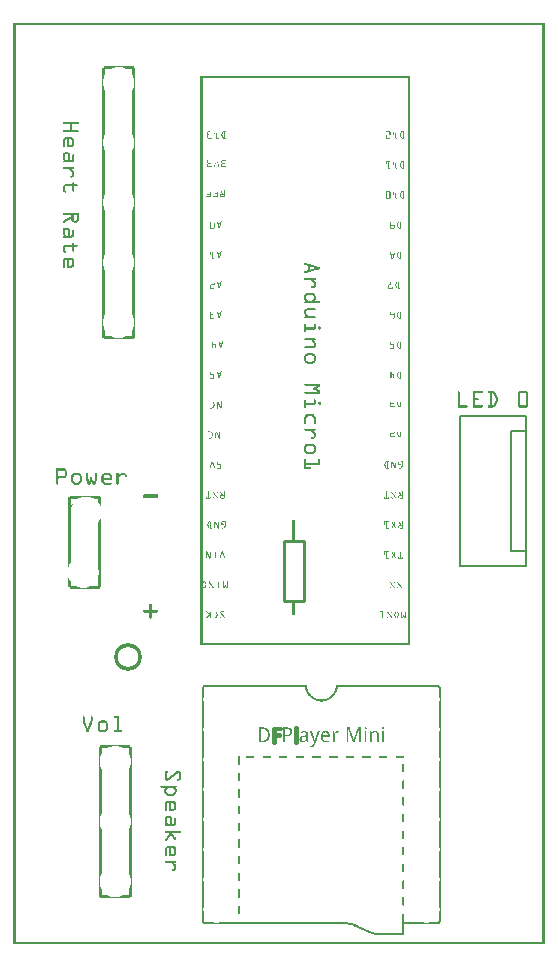
<source format=gto>
G04 MADE WITH FRITZING*
G04 WWW.FRITZING.ORG*
G04 DOUBLE SIDED*
G04 HOLES PLATED*
G04 CONTOUR ON CENTER OF CONTOUR VECTOR*
%ASAXBY*%
%FSLAX23Y23*%
%MOIN*%
%OFA0B0*%
%SFA1.0B1.0*%
%ADD10C,0.092000X0.068*%
%ADD11R,0.225000X0.505000X0.215000X0.495000*%
%ADD12C,0.005000*%
%ADD13R,0.055000X0.405000X0.045000X0.395000*%
%ADD14C,0.010000*%
%ADD15R,0.001000X0.001000*%
%LNSILK1*%
G90*
G70*
G54D10*
X383Y959D03*
G54D12*
X1487Y1761D02*
X1707Y1761D01*
X1707Y1261D01*
X1487Y1261D01*
X1487Y1761D01*
D02*
X1657Y1711D02*
X1707Y1711D01*
X1707Y1311D01*
X1657Y1311D01*
X1657Y1711D01*
D02*
G54D14*
X968Y1345D02*
X968Y1145D01*
D02*
X968Y1145D02*
X902Y1145D01*
D02*
X902Y1145D02*
X902Y1345D01*
D02*
X902Y1345D02*
X968Y1345D01*
X872Y673D02*
X866Y673D01*
X866Y723D01*
X891Y723D01*
X891Y718D01*
X872Y717D01*
X872Y700D01*
X890Y700D01*
X890Y695D01*
X872Y694D01*
X872Y673D01*
D02*
X945Y673D02*
X939Y673D01*
X939Y726D01*
X945Y726D01*
X945Y673D01*
D02*
G54D15*
X0Y3071D02*
X1770Y3071D01*
X0Y3070D02*
X1770Y3070D01*
X0Y3069D02*
X1770Y3069D01*
X0Y3068D02*
X1770Y3068D01*
X0Y3067D02*
X1770Y3067D01*
X0Y3066D02*
X1770Y3066D01*
X0Y3065D02*
X1770Y3065D01*
X0Y3064D02*
X1770Y3064D01*
X0Y3063D02*
X7Y3063D01*
X1763Y3063D02*
X1770Y3063D01*
X0Y3062D02*
X7Y3062D01*
X1763Y3062D02*
X1770Y3062D01*
X0Y3061D02*
X7Y3061D01*
X1763Y3061D02*
X1770Y3061D01*
X0Y3060D02*
X7Y3060D01*
X1763Y3060D02*
X1770Y3060D01*
X0Y3059D02*
X7Y3059D01*
X1763Y3059D02*
X1770Y3059D01*
X0Y3058D02*
X7Y3058D01*
X1763Y3058D02*
X1770Y3058D01*
X0Y3057D02*
X7Y3057D01*
X1763Y3057D02*
X1770Y3057D01*
X0Y3056D02*
X7Y3056D01*
X1763Y3056D02*
X1770Y3056D01*
X0Y3055D02*
X7Y3055D01*
X1763Y3055D02*
X1770Y3055D01*
X0Y3054D02*
X7Y3054D01*
X1763Y3054D02*
X1770Y3054D01*
X0Y3053D02*
X7Y3053D01*
X1763Y3053D02*
X1770Y3053D01*
X0Y3052D02*
X7Y3052D01*
X1763Y3052D02*
X1770Y3052D01*
X0Y3051D02*
X7Y3051D01*
X1763Y3051D02*
X1770Y3051D01*
X0Y3050D02*
X7Y3050D01*
X1763Y3050D02*
X1770Y3050D01*
X0Y3049D02*
X7Y3049D01*
X1763Y3049D02*
X1770Y3049D01*
X0Y3048D02*
X7Y3048D01*
X1763Y3048D02*
X1770Y3048D01*
X0Y3047D02*
X7Y3047D01*
X1763Y3047D02*
X1770Y3047D01*
X0Y3046D02*
X7Y3046D01*
X1763Y3046D02*
X1770Y3046D01*
X0Y3045D02*
X7Y3045D01*
X1763Y3045D02*
X1770Y3045D01*
X0Y3044D02*
X7Y3044D01*
X1763Y3044D02*
X1770Y3044D01*
X0Y3043D02*
X7Y3043D01*
X1763Y3043D02*
X1770Y3043D01*
X0Y3042D02*
X7Y3042D01*
X1763Y3042D02*
X1770Y3042D01*
X0Y3041D02*
X7Y3041D01*
X1763Y3041D02*
X1770Y3041D01*
X0Y3040D02*
X7Y3040D01*
X1763Y3040D02*
X1770Y3040D01*
X0Y3039D02*
X7Y3039D01*
X1763Y3039D02*
X1770Y3039D01*
X0Y3038D02*
X7Y3038D01*
X1763Y3038D02*
X1770Y3038D01*
X0Y3037D02*
X7Y3037D01*
X1763Y3037D02*
X1770Y3037D01*
X0Y3036D02*
X7Y3036D01*
X1763Y3036D02*
X1770Y3036D01*
X0Y3035D02*
X7Y3035D01*
X1763Y3035D02*
X1770Y3035D01*
X0Y3034D02*
X7Y3034D01*
X1763Y3034D02*
X1770Y3034D01*
X0Y3033D02*
X7Y3033D01*
X1763Y3033D02*
X1770Y3033D01*
X0Y3032D02*
X7Y3032D01*
X1763Y3032D02*
X1770Y3032D01*
X0Y3031D02*
X7Y3031D01*
X1763Y3031D02*
X1770Y3031D01*
X0Y3030D02*
X7Y3030D01*
X1763Y3030D02*
X1770Y3030D01*
X0Y3029D02*
X7Y3029D01*
X1763Y3029D02*
X1770Y3029D01*
X0Y3028D02*
X7Y3028D01*
X1763Y3028D02*
X1770Y3028D01*
X0Y3027D02*
X7Y3027D01*
X1763Y3027D02*
X1770Y3027D01*
X0Y3026D02*
X7Y3026D01*
X1763Y3026D02*
X1770Y3026D01*
X0Y3025D02*
X7Y3025D01*
X1763Y3025D02*
X1770Y3025D01*
X0Y3024D02*
X7Y3024D01*
X1763Y3024D02*
X1770Y3024D01*
X0Y3023D02*
X7Y3023D01*
X1763Y3023D02*
X1770Y3023D01*
X0Y3022D02*
X7Y3022D01*
X1763Y3022D02*
X1770Y3022D01*
X0Y3021D02*
X7Y3021D01*
X1763Y3021D02*
X1770Y3021D01*
X0Y3020D02*
X7Y3020D01*
X1763Y3020D02*
X1770Y3020D01*
X0Y3019D02*
X7Y3019D01*
X1763Y3019D02*
X1770Y3019D01*
X0Y3018D02*
X7Y3018D01*
X1763Y3018D02*
X1770Y3018D01*
X0Y3017D02*
X7Y3017D01*
X1763Y3017D02*
X1770Y3017D01*
X0Y3016D02*
X7Y3016D01*
X1763Y3016D02*
X1770Y3016D01*
X0Y3015D02*
X7Y3015D01*
X1763Y3015D02*
X1770Y3015D01*
X0Y3014D02*
X7Y3014D01*
X1763Y3014D02*
X1770Y3014D01*
X0Y3013D02*
X7Y3013D01*
X1763Y3013D02*
X1770Y3013D01*
X0Y3012D02*
X7Y3012D01*
X1763Y3012D02*
X1770Y3012D01*
X0Y3011D02*
X7Y3011D01*
X1763Y3011D02*
X1770Y3011D01*
X0Y3010D02*
X7Y3010D01*
X1763Y3010D02*
X1770Y3010D01*
X0Y3009D02*
X7Y3009D01*
X1763Y3009D02*
X1770Y3009D01*
X0Y3008D02*
X7Y3008D01*
X1763Y3008D02*
X1770Y3008D01*
X0Y3007D02*
X7Y3007D01*
X1763Y3007D02*
X1770Y3007D01*
X0Y3006D02*
X7Y3006D01*
X1763Y3006D02*
X1770Y3006D01*
X0Y3005D02*
X7Y3005D01*
X1763Y3005D02*
X1770Y3005D01*
X0Y3004D02*
X7Y3004D01*
X1763Y3004D02*
X1770Y3004D01*
X0Y3003D02*
X7Y3003D01*
X1763Y3003D02*
X1770Y3003D01*
X0Y3002D02*
X7Y3002D01*
X1763Y3002D02*
X1770Y3002D01*
X0Y3001D02*
X7Y3001D01*
X1763Y3001D02*
X1770Y3001D01*
X0Y3000D02*
X7Y3000D01*
X1763Y3000D02*
X1770Y3000D01*
X0Y2999D02*
X7Y2999D01*
X1763Y2999D02*
X1770Y2999D01*
X0Y2998D02*
X7Y2998D01*
X1763Y2998D02*
X1770Y2998D01*
X0Y2997D02*
X7Y2997D01*
X1763Y2997D02*
X1770Y2997D01*
X0Y2996D02*
X7Y2996D01*
X1763Y2996D02*
X1770Y2996D01*
X0Y2995D02*
X7Y2995D01*
X1763Y2995D02*
X1770Y2995D01*
X0Y2994D02*
X7Y2994D01*
X1763Y2994D02*
X1770Y2994D01*
X0Y2993D02*
X7Y2993D01*
X1763Y2993D02*
X1770Y2993D01*
X0Y2992D02*
X7Y2992D01*
X1763Y2992D02*
X1770Y2992D01*
X0Y2991D02*
X7Y2991D01*
X1763Y2991D02*
X1770Y2991D01*
X0Y2990D02*
X7Y2990D01*
X1763Y2990D02*
X1770Y2990D01*
X0Y2989D02*
X7Y2989D01*
X1763Y2989D02*
X1770Y2989D01*
X0Y2988D02*
X7Y2988D01*
X1763Y2988D02*
X1770Y2988D01*
X0Y2987D02*
X7Y2987D01*
X1763Y2987D02*
X1770Y2987D01*
X0Y2986D02*
X7Y2986D01*
X1763Y2986D02*
X1770Y2986D01*
X0Y2985D02*
X7Y2985D01*
X1763Y2985D02*
X1770Y2985D01*
X0Y2984D02*
X7Y2984D01*
X1763Y2984D02*
X1770Y2984D01*
X0Y2983D02*
X7Y2983D01*
X1763Y2983D02*
X1770Y2983D01*
X0Y2982D02*
X7Y2982D01*
X1763Y2982D02*
X1770Y2982D01*
X0Y2981D02*
X7Y2981D01*
X1763Y2981D02*
X1770Y2981D01*
X0Y2980D02*
X7Y2980D01*
X1763Y2980D02*
X1770Y2980D01*
X0Y2979D02*
X7Y2979D01*
X1763Y2979D02*
X1770Y2979D01*
X0Y2978D02*
X7Y2978D01*
X1763Y2978D02*
X1770Y2978D01*
X0Y2977D02*
X7Y2977D01*
X1763Y2977D02*
X1770Y2977D01*
X0Y2976D02*
X7Y2976D01*
X1763Y2976D02*
X1770Y2976D01*
X0Y2975D02*
X7Y2975D01*
X1763Y2975D02*
X1770Y2975D01*
X0Y2974D02*
X7Y2974D01*
X1763Y2974D02*
X1770Y2974D01*
X0Y2973D02*
X7Y2973D01*
X1763Y2973D02*
X1770Y2973D01*
X0Y2972D02*
X7Y2972D01*
X1763Y2972D02*
X1770Y2972D01*
X0Y2971D02*
X7Y2971D01*
X1763Y2971D02*
X1770Y2971D01*
X0Y2970D02*
X7Y2970D01*
X1763Y2970D02*
X1770Y2970D01*
X0Y2969D02*
X7Y2969D01*
X1763Y2969D02*
X1770Y2969D01*
X0Y2968D02*
X7Y2968D01*
X1763Y2968D02*
X1770Y2968D01*
X0Y2967D02*
X7Y2967D01*
X1763Y2967D02*
X1770Y2967D01*
X0Y2966D02*
X7Y2966D01*
X1763Y2966D02*
X1770Y2966D01*
X0Y2965D02*
X7Y2965D01*
X1763Y2965D02*
X1770Y2965D01*
X0Y2964D02*
X7Y2964D01*
X1763Y2964D02*
X1770Y2964D01*
X0Y2963D02*
X7Y2963D01*
X1763Y2963D02*
X1770Y2963D01*
X0Y2962D02*
X7Y2962D01*
X1763Y2962D02*
X1770Y2962D01*
X0Y2961D02*
X7Y2961D01*
X1763Y2961D02*
X1770Y2961D01*
X0Y2960D02*
X7Y2960D01*
X1763Y2960D02*
X1770Y2960D01*
X0Y2959D02*
X7Y2959D01*
X1763Y2959D02*
X1770Y2959D01*
X0Y2958D02*
X7Y2958D01*
X1763Y2958D02*
X1770Y2958D01*
X0Y2957D02*
X7Y2957D01*
X1763Y2957D02*
X1770Y2957D01*
X0Y2956D02*
X7Y2956D01*
X1763Y2956D02*
X1770Y2956D01*
X0Y2955D02*
X7Y2955D01*
X1763Y2955D02*
X1770Y2955D01*
X0Y2954D02*
X7Y2954D01*
X1763Y2954D02*
X1770Y2954D01*
X0Y2953D02*
X7Y2953D01*
X1763Y2953D02*
X1770Y2953D01*
X0Y2952D02*
X7Y2952D01*
X1763Y2952D02*
X1770Y2952D01*
X0Y2951D02*
X7Y2951D01*
X1763Y2951D02*
X1770Y2951D01*
X0Y2950D02*
X7Y2950D01*
X1763Y2950D02*
X1770Y2950D01*
X0Y2949D02*
X7Y2949D01*
X1763Y2949D02*
X1770Y2949D01*
X0Y2948D02*
X7Y2948D01*
X1763Y2948D02*
X1770Y2948D01*
X0Y2947D02*
X7Y2947D01*
X1763Y2947D02*
X1770Y2947D01*
X0Y2946D02*
X7Y2946D01*
X1763Y2946D02*
X1770Y2946D01*
X0Y2945D02*
X7Y2945D01*
X1763Y2945D02*
X1770Y2945D01*
X0Y2944D02*
X7Y2944D01*
X1763Y2944D02*
X1770Y2944D01*
X0Y2943D02*
X7Y2943D01*
X1763Y2943D02*
X1770Y2943D01*
X0Y2942D02*
X7Y2942D01*
X1763Y2942D02*
X1770Y2942D01*
X0Y2941D02*
X7Y2941D01*
X1763Y2941D02*
X1770Y2941D01*
X0Y2940D02*
X7Y2940D01*
X1763Y2940D02*
X1770Y2940D01*
X0Y2939D02*
X7Y2939D01*
X1763Y2939D02*
X1770Y2939D01*
X0Y2938D02*
X7Y2938D01*
X1763Y2938D02*
X1770Y2938D01*
X0Y2937D02*
X7Y2937D01*
X1763Y2937D02*
X1770Y2937D01*
X0Y2936D02*
X7Y2936D01*
X1763Y2936D02*
X1770Y2936D01*
X0Y2935D02*
X7Y2935D01*
X1763Y2935D02*
X1770Y2935D01*
X0Y2934D02*
X7Y2934D01*
X1763Y2934D02*
X1770Y2934D01*
X0Y2933D02*
X7Y2933D01*
X1763Y2933D02*
X1770Y2933D01*
X0Y2932D02*
X7Y2932D01*
X1763Y2932D02*
X1770Y2932D01*
X0Y2931D02*
X7Y2931D01*
X1763Y2931D02*
X1770Y2931D01*
X0Y2930D02*
X7Y2930D01*
X1763Y2930D02*
X1770Y2930D01*
X0Y2929D02*
X7Y2929D01*
X1763Y2929D02*
X1770Y2929D01*
X0Y2928D02*
X7Y2928D01*
X1763Y2928D02*
X1770Y2928D01*
X0Y2927D02*
X7Y2927D01*
X301Y2927D02*
X400Y2927D01*
X1763Y2927D02*
X1770Y2927D01*
X0Y2926D02*
X7Y2926D01*
X301Y2926D02*
X400Y2926D01*
X1763Y2926D02*
X1770Y2926D01*
X0Y2925D02*
X7Y2925D01*
X301Y2925D02*
X400Y2925D01*
X1763Y2925D02*
X1770Y2925D01*
X0Y2924D02*
X7Y2924D01*
X301Y2924D02*
X341Y2924D01*
X360Y2924D02*
X400Y2924D01*
X1763Y2924D02*
X1770Y2924D01*
X0Y2923D02*
X7Y2923D01*
X301Y2923D02*
X337Y2923D01*
X365Y2923D02*
X400Y2923D01*
X1763Y2923D02*
X1770Y2923D01*
X0Y2922D02*
X7Y2922D01*
X296Y2922D02*
X333Y2922D01*
X368Y2922D02*
X405Y2922D01*
X1763Y2922D02*
X1770Y2922D01*
X0Y2921D02*
X7Y2921D01*
X296Y2921D02*
X330Y2921D01*
X371Y2921D02*
X405Y2921D01*
X1763Y2921D02*
X1770Y2921D01*
X0Y2920D02*
X7Y2920D01*
X296Y2920D02*
X328Y2920D01*
X373Y2920D02*
X405Y2920D01*
X1763Y2920D02*
X1770Y2920D01*
X0Y2919D02*
X7Y2919D01*
X296Y2919D02*
X326Y2919D01*
X375Y2919D02*
X405Y2919D01*
X1763Y2919D02*
X1770Y2919D01*
X0Y2918D02*
X7Y2918D01*
X296Y2918D02*
X324Y2918D01*
X377Y2918D02*
X405Y2918D01*
X1763Y2918D02*
X1770Y2918D01*
X0Y2917D02*
X7Y2917D01*
X296Y2917D02*
X305Y2917D01*
X396Y2917D02*
X405Y2917D01*
X1763Y2917D02*
X1770Y2917D01*
X0Y2916D02*
X7Y2916D01*
X296Y2916D02*
X305Y2916D01*
X396Y2916D02*
X405Y2916D01*
X1763Y2916D02*
X1770Y2916D01*
X0Y2915D02*
X7Y2915D01*
X296Y2915D02*
X305Y2915D01*
X396Y2915D02*
X405Y2915D01*
X1763Y2915D02*
X1770Y2915D01*
X0Y2914D02*
X7Y2914D01*
X296Y2914D02*
X305Y2914D01*
X396Y2914D02*
X405Y2914D01*
X1763Y2914D02*
X1770Y2914D01*
X0Y2913D02*
X7Y2913D01*
X296Y2913D02*
X305Y2913D01*
X396Y2913D02*
X405Y2913D01*
X1763Y2913D02*
X1770Y2913D01*
X0Y2912D02*
X7Y2912D01*
X296Y2912D02*
X305Y2912D01*
X396Y2912D02*
X405Y2912D01*
X1763Y2912D02*
X1770Y2912D01*
X0Y2911D02*
X7Y2911D01*
X296Y2911D02*
X305Y2911D01*
X396Y2911D02*
X405Y2911D01*
X1763Y2911D02*
X1770Y2911D01*
X0Y2910D02*
X7Y2910D01*
X296Y2910D02*
X305Y2910D01*
X396Y2910D02*
X405Y2910D01*
X1763Y2910D02*
X1770Y2910D01*
X0Y2909D02*
X7Y2909D01*
X296Y2909D02*
X305Y2909D01*
X396Y2909D02*
X405Y2909D01*
X1763Y2909D02*
X1770Y2909D01*
X0Y2908D02*
X7Y2908D01*
X296Y2908D02*
X305Y2908D01*
X396Y2908D02*
X405Y2908D01*
X1763Y2908D02*
X1770Y2908D01*
X0Y2907D02*
X7Y2907D01*
X296Y2907D02*
X305Y2907D01*
X396Y2907D02*
X405Y2907D01*
X1763Y2907D02*
X1770Y2907D01*
X0Y2906D02*
X7Y2906D01*
X296Y2906D02*
X305Y2906D01*
X396Y2906D02*
X405Y2906D01*
X1763Y2906D02*
X1770Y2906D01*
X0Y2905D02*
X7Y2905D01*
X296Y2905D02*
X305Y2905D01*
X396Y2905D02*
X405Y2905D01*
X1763Y2905D02*
X1770Y2905D01*
X0Y2904D02*
X7Y2904D01*
X296Y2904D02*
X305Y2904D01*
X396Y2904D02*
X405Y2904D01*
X1763Y2904D02*
X1770Y2904D01*
X0Y2903D02*
X7Y2903D01*
X296Y2903D02*
X305Y2903D01*
X396Y2903D02*
X405Y2903D01*
X1763Y2903D02*
X1770Y2903D01*
X0Y2902D02*
X7Y2902D01*
X296Y2902D02*
X305Y2902D01*
X396Y2902D02*
X405Y2902D01*
X1763Y2902D02*
X1770Y2902D01*
X0Y2901D02*
X7Y2901D01*
X296Y2901D02*
X305Y2901D01*
X396Y2901D02*
X405Y2901D01*
X1763Y2901D02*
X1770Y2901D01*
X0Y2900D02*
X7Y2900D01*
X296Y2900D02*
X305Y2900D01*
X396Y2900D02*
X405Y2900D01*
X1763Y2900D02*
X1770Y2900D01*
X0Y2899D02*
X7Y2899D01*
X296Y2899D02*
X305Y2899D01*
X396Y2899D02*
X405Y2899D01*
X1763Y2899D02*
X1770Y2899D01*
X0Y2898D02*
X7Y2898D01*
X296Y2898D02*
X305Y2898D01*
X397Y2898D02*
X405Y2898D01*
X1763Y2898D02*
X1770Y2898D01*
X0Y2897D02*
X7Y2897D01*
X296Y2897D02*
X304Y2897D01*
X397Y2897D02*
X405Y2897D01*
X1763Y2897D02*
X1770Y2897D01*
X0Y2896D02*
X7Y2896D01*
X296Y2896D02*
X303Y2896D01*
X398Y2896D02*
X405Y2896D01*
X1763Y2896D02*
X1770Y2896D01*
X0Y2895D02*
X7Y2895D01*
X296Y2895D02*
X303Y2895D01*
X398Y2895D02*
X405Y2895D01*
X623Y2895D02*
X1322Y2895D01*
X1763Y2895D02*
X1770Y2895D01*
X0Y2894D02*
X7Y2894D01*
X296Y2894D02*
X302Y2894D01*
X399Y2894D02*
X405Y2894D01*
X623Y2894D02*
X1322Y2894D01*
X1763Y2894D02*
X1770Y2894D01*
X0Y2893D02*
X7Y2893D01*
X296Y2893D02*
X302Y2893D01*
X399Y2893D02*
X405Y2893D01*
X623Y2893D02*
X1322Y2893D01*
X1763Y2893D02*
X1770Y2893D01*
X0Y2892D02*
X7Y2892D01*
X296Y2892D02*
X302Y2892D01*
X400Y2892D02*
X405Y2892D01*
X623Y2892D02*
X1322Y2892D01*
X1763Y2892D02*
X1770Y2892D01*
X0Y2891D02*
X7Y2891D01*
X296Y2891D02*
X301Y2891D01*
X400Y2891D02*
X405Y2891D01*
X623Y2891D02*
X1322Y2891D01*
X1763Y2891D02*
X1770Y2891D01*
X0Y2890D02*
X7Y2890D01*
X296Y2890D02*
X301Y2890D01*
X400Y2890D02*
X405Y2890D01*
X623Y2890D02*
X1322Y2890D01*
X1763Y2890D02*
X1770Y2890D01*
X0Y2889D02*
X7Y2889D01*
X296Y2889D02*
X301Y2889D01*
X401Y2889D02*
X405Y2889D01*
X623Y2889D02*
X1322Y2889D01*
X1763Y2889D02*
X1770Y2889D01*
X0Y2888D02*
X7Y2888D01*
X296Y2888D02*
X300Y2888D01*
X401Y2888D02*
X405Y2888D01*
X623Y2888D02*
X1322Y2888D01*
X1763Y2888D02*
X1770Y2888D01*
X0Y2887D02*
X7Y2887D01*
X296Y2887D02*
X300Y2887D01*
X401Y2887D02*
X405Y2887D01*
X623Y2887D02*
X630Y2887D01*
X1315Y2887D02*
X1322Y2887D01*
X1763Y2887D02*
X1770Y2887D01*
X0Y2886D02*
X7Y2886D01*
X296Y2886D02*
X300Y2886D01*
X401Y2886D02*
X405Y2886D01*
X623Y2886D02*
X630Y2886D01*
X1315Y2886D02*
X1322Y2886D01*
X1763Y2886D02*
X1770Y2886D01*
X0Y2885D02*
X7Y2885D01*
X296Y2885D02*
X300Y2885D01*
X402Y2885D02*
X405Y2885D01*
X623Y2885D02*
X630Y2885D01*
X1315Y2885D02*
X1322Y2885D01*
X1763Y2885D02*
X1770Y2885D01*
X0Y2884D02*
X7Y2884D01*
X296Y2884D02*
X299Y2884D01*
X402Y2884D02*
X405Y2884D01*
X623Y2884D02*
X630Y2884D01*
X1315Y2884D02*
X1322Y2884D01*
X1763Y2884D02*
X1770Y2884D01*
X0Y2883D02*
X7Y2883D01*
X296Y2883D02*
X299Y2883D01*
X402Y2883D02*
X405Y2883D01*
X623Y2883D02*
X630Y2883D01*
X1315Y2883D02*
X1322Y2883D01*
X1763Y2883D02*
X1770Y2883D01*
X0Y2882D02*
X7Y2882D01*
X296Y2882D02*
X299Y2882D01*
X402Y2882D02*
X405Y2882D01*
X623Y2882D02*
X630Y2882D01*
X1315Y2882D02*
X1322Y2882D01*
X1763Y2882D02*
X1770Y2882D01*
X0Y2881D02*
X7Y2881D01*
X296Y2881D02*
X299Y2881D01*
X403Y2881D02*
X405Y2881D01*
X623Y2881D02*
X630Y2881D01*
X1315Y2881D02*
X1322Y2881D01*
X1763Y2881D02*
X1770Y2881D01*
X0Y2880D02*
X7Y2880D01*
X296Y2880D02*
X299Y2880D01*
X403Y2880D02*
X405Y2880D01*
X623Y2880D02*
X630Y2880D01*
X1315Y2880D02*
X1322Y2880D01*
X1763Y2880D02*
X1770Y2880D01*
X0Y2879D02*
X7Y2879D01*
X296Y2879D02*
X298Y2879D01*
X403Y2879D02*
X405Y2879D01*
X623Y2879D02*
X630Y2879D01*
X1315Y2879D02*
X1322Y2879D01*
X1763Y2879D02*
X1770Y2879D01*
X0Y2878D02*
X7Y2878D01*
X296Y2878D02*
X298Y2878D01*
X403Y2878D02*
X405Y2878D01*
X623Y2878D02*
X630Y2878D01*
X1315Y2878D02*
X1322Y2878D01*
X1763Y2878D02*
X1770Y2878D01*
X0Y2877D02*
X7Y2877D01*
X296Y2877D02*
X298Y2877D01*
X403Y2877D02*
X405Y2877D01*
X623Y2877D02*
X630Y2877D01*
X1315Y2877D02*
X1322Y2877D01*
X1763Y2877D02*
X1770Y2877D01*
X0Y2876D02*
X7Y2876D01*
X296Y2876D02*
X298Y2876D01*
X403Y2876D02*
X405Y2876D01*
X623Y2876D02*
X630Y2876D01*
X1315Y2876D02*
X1322Y2876D01*
X1763Y2876D02*
X1770Y2876D01*
X0Y2875D02*
X7Y2875D01*
X296Y2875D02*
X298Y2875D01*
X403Y2875D02*
X405Y2875D01*
X623Y2875D02*
X630Y2875D01*
X1315Y2875D02*
X1322Y2875D01*
X1763Y2875D02*
X1770Y2875D01*
X0Y2874D02*
X7Y2874D01*
X296Y2874D02*
X298Y2874D01*
X403Y2874D02*
X405Y2874D01*
X623Y2874D02*
X630Y2874D01*
X1315Y2874D02*
X1322Y2874D01*
X1763Y2874D02*
X1770Y2874D01*
X0Y2873D02*
X7Y2873D01*
X296Y2873D02*
X298Y2873D01*
X403Y2873D02*
X405Y2873D01*
X623Y2873D02*
X630Y2873D01*
X1315Y2873D02*
X1322Y2873D01*
X1763Y2873D02*
X1770Y2873D01*
X0Y2872D02*
X7Y2872D01*
X296Y2872D02*
X298Y2872D01*
X403Y2872D02*
X405Y2872D01*
X623Y2872D02*
X630Y2872D01*
X1315Y2872D02*
X1322Y2872D01*
X1763Y2872D02*
X1770Y2872D01*
X0Y2871D02*
X7Y2871D01*
X296Y2871D02*
X298Y2871D01*
X403Y2871D02*
X405Y2871D01*
X623Y2871D02*
X630Y2871D01*
X1315Y2871D02*
X1322Y2871D01*
X1763Y2871D02*
X1770Y2871D01*
X0Y2870D02*
X7Y2870D01*
X296Y2870D02*
X298Y2870D01*
X403Y2870D02*
X405Y2870D01*
X623Y2870D02*
X630Y2870D01*
X1315Y2870D02*
X1322Y2870D01*
X1763Y2870D02*
X1770Y2870D01*
X0Y2869D02*
X7Y2869D01*
X296Y2869D02*
X298Y2869D01*
X403Y2869D02*
X405Y2869D01*
X623Y2869D02*
X630Y2869D01*
X1315Y2869D02*
X1322Y2869D01*
X1763Y2869D02*
X1770Y2869D01*
X0Y2868D02*
X7Y2868D01*
X296Y2868D02*
X298Y2868D01*
X403Y2868D02*
X405Y2868D01*
X623Y2868D02*
X630Y2868D01*
X1315Y2868D02*
X1322Y2868D01*
X1763Y2868D02*
X1770Y2868D01*
X0Y2867D02*
X7Y2867D01*
X296Y2867D02*
X298Y2867D01*
X403Y2867D02*
X405Y2867D01*
X623Y2867D02*
X630Y2867D01*
X1315Y2867D02*
X1322Y2867D01*
X1763Y2867D02*
X1770Y2867D01*
X0Y2866D02*
X7Y2866D01*
X296Y2866D02*
X298Y2866D01*
X403Y2866D02*
X405Y2866D01*
X623Y2866D02*
X630Y2866D01*
X1315Y2866D02*
X1322Y2866D01*
X1763Y2866D02*
X1770Y2866D01*
X0Y2865D02*
X7Y2865D01*
X296Y2865D02*
X299Y2865D01*
X403Y2865D02*
X405Y2865D01*
X623Y2865D02*
X630Y2865D01*
X1315Y2865D02*
X1322Y2865D01*
X1763Y2865D02*
X1770Y2865D01*
X0Y2864D02*
X7Y2864D01*
X296Y2864D02*
X299Y2864D01*
X402Y2864D02*
X405Y2864D01*
X623Y2864D02*
X630Y2864D01*
X1315Y2864D02*
X1322Y2864D01*
X1763Y2864D02*
X1770Y2864D01*
X0Y2863D02*
X7Y2863D01*
X296Y2863D02*
X299Y2863D01*
X402Y2863D02*
X405Y2863D01*
X623Y2863D02*
X630Y2863D01*
X1315Y2863D02*
X1322Y2863D01*
X1763Y2863D02*
X1770Y2863D01*
X0Y2862D02*
X7Y2862D01*
X296Y2862D02*
X299Y2862D01*
X402Y2862D02*
X405Y2862D01*
X623Y2862D02*
X630Y2862D01*
X1315Y2862D02*
X1322Y2862D01*
X1763Y2862D02*
X1770Y2862D01*
X0Y2861D02*
X7Y2861D01*
X296Y2861D02*
X299Y2861D01*
X402Y2861D02*
X405Y2861D01*
X623Y2861D02*
X630Y2861D01*
X1315Y2861D02*
X1322Y2861D01*
X1763Y2861D02*
X1770Y2861D01*
X0Y2860D02*
X7Y2860D01*
X296Y2860D02*
X300Y2860D01*
X402Y2860D02*
X405Y2860D01*
X623Y2860D02*
X630Y2860D01*
X1315Y2860D02*
X1322Y2860D01*
X1763Y2860D02*
X1770Y2860D01*
X0Y2859D02*
X7Y2859D01*
X296Y2859D02*
X300Y2859D01*
X401Y2859D02*
X405Y2859D01*
X623Y2859D02*
X630Y2859D01*
X1315Y2859D02*
X1322Y2859D01*
X1763Y2859D02*
X1770Y2859D01*
X0Y2858D02*
X7Y2858D01*
X296Y2858D02*
X300Y2858D01*
X401Y2858D02*
X405Y2858D01*
X623Y2858D02*
X630Y2858D01*
X1315Y2858D02*
X1322Y2858D01*
X1763Y2858D02*
X1770Y2858D01*
X0Y2857D02*
X7Y2857D01*
X296Y2857D02*
X300Y2857D01*
X401Y2857D02*
X405Y2857D01*
X623Y2857D02*
X630Y2857D01*
X1315Y2857D02*
X1322Y2857D01*
X1763Y2857D02*
X1770Y2857D01*
X0Y2856D02*
X7Y2856D01*
X296Y2856D02*
X301Y2856D01*
X401Y2856D02*
X405Y2856D01*
X623Y2856D02*
X630Y2856D01*
X1315Y2856D02*
X1322Y2856D01*
X1763Y2856D02*
X1770Y2856D01*
X0Y2855D02*
X7Y2855D01*
X296Y2855D02*
X301Y2855D01*
X400Y2855D02*
X405Y2855D01*
X623Y2855D02*
X630Y2855D01*
X1315Y2855D02*
X1322Y2855D01*
X1763Y2855D02*
X1770Y2855D01*
X0Y2854D02*
X7Y2854D01*
X296Y2854D02*
X301Y2854D01*
X400Y2854D02*
X405Y2854D01*
X623Y2854D02*
X630Y2854D01*
X1315Y2854D02*
X1322Y2854D01*
X1763Y2854D02*
X1770Y2854D01*
X0Y2853D02*
X7Y2853D01*
X296Y2853D02*
X302Y2853D01*
X399Y2853D02*
X405Y2853D01*
X623Y2853D02*
X630Y2853D01*
X1315Y2853D02*
X1322Y2853D01*
X1763Y2853D02*
X1770Y2853D01*
X0Y2852D02*
X7Y2852D01*
X296Y2852D02*
X302Y2852D01*
X399Y2852D02*
X405Y2852D01*
X623Y2852D02*
X630Y2852D01*
X1315Y2852D02*
X1322Y2852D01*
X1763Y2852D02*
X1770Y2852D01*
X0Y2851D02*
X7Y2851D01*
X296Y2851D02*
X303Y2851D01*
X399Y2851D02*
X405Y2851D01*
X623Y2851D02*
X630Y2851D01*
X1315Y2851D02*
X1322Y2851D01*
X1763Y2851D02*
X1770Y2851D01*
X0Y2850D02*
X7Y2850D01*
X296Y2850D02*
X303Y2850D01*
X398Y2850D02*
X405Y2850D01*
X623Y2850D02*
X630Y2850D01*
X1315Y2850D02*
X1322Y2850D01*
X1763Y2850D02*
X1770Y2850D01*
X0Y2849D02*
X7Y2849D01*
X296Y2849D02*
X304Y2849D01*
X398Y2849D02*
X405Y2849D01*
X623Y2849D02*
X630Y2849D01*
X1315Y2849D02*
X1322Y2849D01*
X1763Y2849D02*
X1770Y2849D01*
X0Y2848D02*
X7Y2848D01*
X296Y2848D02*
X304Y2848D01*
X397Y2848D02*
X405Y2848D01*
X623Y2848D02*
X630Y2848D01*
X1315Y2848D02*
X1322Y2848D01*
X1763Y2848D02*
X1770Y2848D01*
X0Y2847D02*
X7Y2847D01*
X296Y2847D02*
X305Y2847D01*
X397Y2847D02*
X405Y2847D01*
X623Y2847D02*
X630Y2847D01*
X1315Y2847D02*
X1322Y2847D01*
X1763Y2847D02*
X1770Y2847D01*
X0Y2846D02*
X7Y2846D01*
X296Y2846D02*
X305Y2846D01*
X396Y2846D02*
X405Y2846D01*
X623Y2846D02*
X630Y2846D01*
X1315Y2846D02*
X1322Y2846D01*
X1763Y2846D02*
X1770Y2846D01*
X0Y2845D02*
X7Y2845D01*
X296Y2845D02*
X305Y2845D01*
X396Y2845D02*
X405Y2845D01*
X623Y2845D02*
X630Y2845D01*
X1315Y2845D02*
X1322Y2845D01*
X1763Y2845D02*
X1770Y2845D01*
X0Y2844D02*
X7Y2844D01*
X296Y2844D02*
X305Y2844D01*
X396Y2844D02*
X405Y2844D01*
X623Y2844D02*
X630Y2844D01*
X1315Y2844D02*
X1322Y2844D01*
X1763Y2844D02*
X1770Y2844D01*
X0Y2843D02*
X7Y2843D01*
X296Y2843D02*
X305Y2843D01*
X396Y2843D02*
X405Y2843D01*
X623Y2843D02*
X630Y2843D01*
X1315Y2843D02*
X1322Y2843D01*
X1763Y2843D02*
X1770Y2843D01*
X0Y2842D02*
X7Y2842D01*
X296Y2842D02*
X305Y2842D01*
X396Y2842D02*
X405Y2842D01*
X623Y2842D02*
X630Y2842D01*
X1315Y2842D02*
X1322Y2842D01*
X1763Y2842D02*
X1770Y2842D01*
X0Y2841D02*
X7Y2841D01*
X296Y2841D02*
X305Y2841D01*
X396Y2841D02*
X405Y2841D01*
X623Y2841D02*
X630Y2841D01*
X1315Y2841D02*
X1322Y2841D01*
X1763Y2841D02*
X1770Y2841D01*
X0Y2840D02*
X7Y2840D01*
X296Y2840D02*
X305Y2840D01*
X396Y2840D02*
X405Y2840D01*
X623Y2840D02*
X630Y2840D01*
X1315Y2840D02*
X1322Y2840D01*
X1763Y2840D02*
X1770Y2840D01*
X0Y2839D02*
X7Y2839D01*
X296Y2839D02*
X305Y2839D01*
X396Y2839D02*
X405Y2839D01*
X623Y2839D02*
X630Y2839D01*
X1315Y2839D02*
X1322Y2839D01*
X1763Y2839D02*
X1770Y2839D01*
X0Y2838D02*
X7Y2838D01*
X296Y2838D02*
X305Y2838D01*
X396Y2838D02*
X405Y2838D01*
X623Y2838D02*
X630Y2838D01*
X1315Y2838D02*
X1322Y2838D01*
X1763Y2838D02*
X1770Y2838D01*
X0Y2837D02*
X7Y2837D01*
X296Y2837D02*
X305Y2837D01*
X396Y2837D02*
X405Y2837D01*
X623Y2837D02*
X630Y2837D01*
X1315Y2837D02*
X1322Y2837D01*
X1763Y2837D02*
X1770Y2837D01*
X0Y2836D02*
X7Y2836D01*
X296Y2836D02*
X305Y2836D01*
X396Y2836D02*
X405Y2836D01*
X623Y2836D02*
X630Y2836D01*
X1315Y2836D02*
X1322Y2836D01*
X1763Y2836D02*
X1770Y2836D01*
X0Y2835D02*
X7Y2835D01*
X296Y2835D02*
X305Y2835D01*
X396Y2835D02*
X405Y2835D01*
X623Y2835D02*
X630Y2835D01*
X1315Y2835D02*
X1322Y2835D01*
X1763Y2835D02*
X1770Y2835D01*
X0Y2834D02*
X7Y2834D01*
X296Y2834D02*
X305Y2834D01*
X396Y2834D02*
X405Y2834D01*
X623Y2834D02*
X630Y2834D01*
X1315Y2834D02*
X1322Y2834D01*
X1763Y2834D02*
X1770Y2834D01*
X0Y2833D02*
X7Y2833D01*
X296Y2833D02*
X305Y2833D01*
X396Y2833D02*
X405Y2833D01*
X623Y2833D02*
X630Y2833D01*
X1315Y2833D02*
X1322Y2833D01*
X1763Y2833D02*
X1770Y2833D01*
X0Y2832D02*
X7Y2832D01*
X296Y2832D02*
X305Y2832D01*
X396Y2832D02*
X405Y2832D01*
X623Y2832D02*
X630Y2832D01*
X1315Y2832D02*
X1322Y2832D01*
X1763Y2832D02*
X1770Y2832D01*
X0Y2831D02*
X7Y2831D01*
X296Y2831D02*
X305Y2831D01*
X396Y2831D02*
X405Y2831D01*
X623Y2831D02*
X630Y2831D01*
X1315Y2831D02*
X1322Y2831D01*
X1763Y2831D02*
X1770Y2831D01*
X0Y2830D02*
X7Y2830D01*
X296Y2830D02*
X305Y2830D01*
X396Y2830D02*
X405Y2830D01*
X623Y2830D02*
X630Y2830D01*
X1315Y2830D02*
X1322Y2830D01*
X1763Y2830D02*
X1770Y2830D01*
X0Y2829D02*
X7Y2829D01*
X296Y2829D02*
X305Y2829D01*
X396Y2829D02*
X405Y2829D01*
X623Y2829D02*
X630Y2829D01*
X1315Y2829D02*
X1322Y2829D01*
X1763Y2829D02*
X1770Y2829D01*
X0Y2828D02*
X7Y2828D01*
X296Y2828D02*
X305Y2828D01*
X396Y2828D02*
X405Y2828D01*
X623Y2828D02*
X630Y2828D01*
X1315Y2828D02*
X1322Y2828D01*
X1763Y2828D02*
X1770Y2828D01*
X0Y2827D02*
X7Y2827D01*
X296Y2827D02*
X305Y2827D01*
X396Y2827D02*
X405Y2827D01*
X623Y2827D02*
X630Y2827D01*
X1315Y2827D02*
X1322Y2827D01*
X1763Y2827D02*
X1770Y2827D01*
X0Y2826D02*
X7Y2826D01*
X296Y2826D02*
X305Y2826D01*
X396Y2826D02*
X405Y2826D01*
X623Y2826D02*
X630Y2826D01*
X1315Y2826D02*
X1322Y2826D01*
X1763Y2826D02*
X1770Y2826D01*
X0Y2825D02*
X7Y2825D01*
X296Y2825D02*
X305Y2825D01*
X396Y2825D02*
X405Y2825D01*
X623Y2825D02*
X630Y2825D01*
X1315Y2825D02*
X1322Y2825D01*
X1763Y2825D02*
X1770Y2825D01*
X0Y2824D02*
X7Y2824D01*
X296Y2824D02*
X305Y2824D01*
X396Y2824D02*
X405Y2824D01*
X623Y2824D02*
X630Y2824D01*
X1315Y2824D02*
X1322Y2824D01*
X1763Y2824D02*
X1770Y2824D01*
X0Y2823D02*
X7Y2823D01*
X296Y2823D02*
X305Y2823D01*
X396Y2823D02*
X405Y2823D01*
X623Y2823D02*
X630Y2823D01*
X1315Y2823D02*
X1322Y2823D01*
X1763Y2823D02*
X1770Y2823D01*
X0Y2822D02*
X7Y2822D01*
X296Y2822D02*
X305Y2822D01*
X396Y2822D02*
X405Y2822D01*
X623Y2822D02*
X630Y2822D01*
X1315Y2822D02*
X1322Y2822D01*
X1763Y2822D02*
X1770Y2822D01*
X0Y2821D02*
X7Y2821D01*
X296Y2821D02*
X305Y2821D01*
X396Y2821D02*
X405Y2821D01*
X623Y2821D02*
X630Y2821D01*
X1315Y2821D02*
X1322Y2821D01*
X1763Y2821D02*
X1770Y2821D01*
X0Y2820D02*
X7Y2820D01*
X296Y2820D02*
X305Y2820D01*
X396Y2820D02*
X405Y2820D01*
X623Y2820D02*
X630Y2820D01*
X1315Y2820D02*
X1322Y2820D01*
X1763Y2820D02*
X1770Y2820D01*
X0Y2819D02*
X7Y2819D01*
X296Y2819D02*
X305Y2819D01*
X396Y2819D02*
X405Y2819D01*
X623Y2819D02*
X630Y2819D01*
X1315Y2819D02*
X1322Y2819D01*
X1763Y2819D02*
X1770Y2819D01*
X0Y2818D02*
X7Y2818D01*
X296Y2818D02*
X305Y2818D01*
X396Y2818D02*
X405Y2818D01*
X623Y2818D02*
X630Y2818D01*
X1315Y2818D02*
X1322Y2818D01*
X1763Y2818D02*
X1770Y2818D01*
X0Y2817D02*
X7Y2817D01*
X296Y2817D02*
X305Y2817D01*
X396Y2817D02*
X405Y2817D01*
X623Y2817D02*
X630Y2817D01*
X1315Y2817D02*
X1322Y2817D01*
X1763Y2817D02*
X1770Y2817D01*
X0Y2816D02*
X7Y2816D01*
X296Y2816D02*
X305Y2816D01*
X396Y2816D02*
X405Y2816D01*
X623Y2816D02*
X630Y2816D01*
X1315Y2816D02*
X1322Y2816D01*
X1763Y2816D02*
X1770Y2816D01*
X0Y2815D02*
X7Y2815D01*
X296Y2815D02*
X305Y2815D01*
X396Y2815D02*
X405Y2815D01*
X623Y2815D02*
X630Y2815D01*
X1315Y2815D02*
X1322Y2815D01*
X1763Y2815D02*
X1770Y2815D01*
X0Y2814D02*
X7Y2814D01*
X296Y2814D02*
X305Y2814D01*
X396Y2814D02*
X405Y2814D01*
X623Y2814D02*
X630Y2814D01*
X1315Y2814D02*
X1322Y2814D01*
X1763Y2814D02*
X1770Y2814D01*
X0Y2813D02*
X7Y2813D01*
X296Y2813D02*
X305Y2813D01*
X396Y2813D02*
X405Y2813D01*
X623Y2813D02*
X630Y2813D01*
X1315Y2813D02*
X1322Y2813D01*
X1763Y2813D02*
X1770Y2813D01*
X0Y2812D02*
X7Y2812D01*
X296Y2812D02*
X305Y2812D01*
X396Y2812D02*
X405Y2812D01*
X623Y2812D02*
X630Y2812D01*
X1315Y2812D02*
X1322Y2812D01*
X1763Y2812D02*
X1770Y2812D01*
X0Y2811D02*
X7Y2811D01*
X296Y2811D02*
X305Y2811D01*
X396Y2811D02*
X405Y2811D01*
X623Y2811D02*
X630Y2811D01*
X1315Y2811D02*
X1322Y2811D01*
X1763Y2811D02*
X1770Y2811D01*
X0Y2810D02*
X7Y2810D01*
X296Y2810D02*
X305Y2810D01*
X396Y2810D02*
X405Y2810D01*
X623Y2810D02*
X630Y2810D01*
X1315Y2810D02*
X1322Y2810D01*
X1763Y2810D02*
X1770Y2810D01*
X0Y2809D02*
X7Y2809D01*
X296Y2809D02*
X305Y2809D01*
X396Y2809D02*
X405Y2809D01*
X623Y2809D02*
X630Y2809D01*
X1315Y2809D02*
X1322Y2809D01*
X1763Y2809D02*
X1770Y2809D01*
X0Y2808D02*
X7Y2808D01*
X296Y2808D02*
X305Y2808D01*
X396Y2808D02*
X405Y2808D01*
X623Y2808D02*
X630Y2808D01*
X1315Y2808D02*
X1322Y2808D01*
X1763Y2808D02*
X1770Y2808D01*
X0Y2807D02*
X7Y2807D01*
X296Y2807D02*
X305Y2807D01*
X396Y2807D02*
X405Y2807D01*
X623Y2807D02*
X630Y2807D01*
X1315Y2807D02*
X1322Y2807D01*
X1763Y2807D02*
X1770Y2807D01*
X0Y2806D02*
X7Y2806D01*
X296Y2806D02*
X305Y2806D01*
X396Y2806D02*
X405Y2806D01*
X623Y2806D02*
X630Y2806D01*
X1315Y2806D02*
X1322Y2806D01*
X1763Y2806D02*
X1770Y2806D01*
X0Y2805D02*
X7Y2805D01*
X296Y2805D02*
X305Y2805D01*
X396Y2805D02*
X405Y2805D01*
X623Y2805D02*
X630Y2805D01*
X1315Y2805D02*
X1322Y2805D01*
X1763Y2805D02*
X1770Y2805D01*
X0Y2804D02*
X7Y2804D01*
X296Y2804D02*
X305Y2804D01*
X396Y2804D02*
X405Y2804D01*
X623Y2804D02*
X630Y2804D01*
X1315Y2804D02*
X1322Y2804D01*
X1763Y2804D02*
X1770Y2804D01*
X0Y2803D02*
X7Y2803D01*
X296Y2803D02*
X305Y2803D01*
X396Y2803D02*
X405Y2803D01*
X623Y2803D02*
X630Y2803D01*
X1315Y2803D02*
X1322Y2803D01*
X1763Y2803D02*
X1770Y2803D01*
X0Y2802D02*
X7Y2802D01*
X296Y2802D02*
X305Y2802D01*
X396Y2802D02*
X405Y2802D01*
X623Y2802D02*
X630Y2802D01*
X1315Y2802D02*
X1322Y2802D01*
X1763Y2802D02*
X1770Y2802D01*
X0Y2801D02*
X7Y2801D01*
X296Y2801D02*
X305Y2801D01*
X396Y2801D02*
X405Y2801D01*
X623Y2801D02*
X630Y2801D01*
X1315Y2801D02*
X1322Y2801D01*
X1763Y2801D02*
X1770Y2801D01*
X0Y2800D02*
X7Y2800D01*
X296Y2800D02*
X305Y2800D01*
X396Y2800D02*
X405Y2800D01*
X623Y2800D02*
X630Y2800D01*
X1315Y2800D02*
X1322Y2800D01*
X1763Y2800D02*
X1770Y2800D01*
X0Y2799D02*
X7Y2799D01*
X296Y2799D02*
X305Y2799D01*
X396Y2799D02*
X405Y2799D01*
X623Y2799D02*
X630Y2799D01*
X1315Y2799D02*
X1322Y2799D01*
X1763Y2799D02*
X1770Y2799D01*
X0Y2798D02*
X7Y2798D01*
X296Y2798D02*
X305Y2798D01*
X396Y2798D02*
X405Y2798D01*
X623Y2798D02*
X630Y2798D01*
X1315Y2798D02*
X1322Y2798D01*
X1763Y2798D02*
X1770Y2798D01*
X0Y2797D02*
X7Y2797D01*
X296Y2797D02*
X305Y2797D01*
X396Y2797D02*
X405Y2797D01*
X623Y2797D02*
X630Y2797D01*
X1315Y2797D02*
X1322Y2797D01*
X1763Y2797D02*
X1770Y2797D01*
X0Y2796D02*
X7Y2796D01*
X296Y2796D02*
X305Y2796D01*
X396Y2796D02*
X405Y2796D01*
X623Y2796D02*
X630Y2796D01*
X1315Y2796D02*
X1322Y2796D01*
X1763Y2796D02*
X1770Y2796D01*
X0Y2795D02*
X7Y2795D01*
X296Y2795D02*
X305Y2795D01*
X396Y2795D02*
X405Y2795D01*
X623Y2795D02*
X630Y2795D01*
X1315Y2795D02*
X1322Y2795D01*
X1763Y2795D02*
X1770Y2795D01*
X0Y2794D02*
X7Y2794D01*
X296Y2794D02*
X305Y2794D01*
X396Y2794D02*
X405Y2794D01*
X623Y2794D02*
X630Y2794D01*
X1315Y2794D02*
X1322Y2794D01*
X1763Y2794D02*
X1770Y2794D01*
X0Y2793D02*
X7Y2793D01*
X296Y2793D02*
X305Y2793D01*
X396Y2793D02*
X405Y2793D01*
X623Y2793D02*
X630Y2793D01*
X1315Y2793D02*
X1322Y2793D01*
X1763Y2793D02*
X1770Y2793D01*
X0Y2792D02*
X7Y2792D01*
X296Y2792D02*
X305Y2792D01*
X396Y2792D02*
X405Y2792D01*
X623Y2792D02*
X630Y2792D01*
X1315Y2792D02*
X1322Y2792D01*
X1763Y2792D02*
X1770Y2792D01*
X0Y2791D02*
X7Y2791D01*
X296Y2791D02*
X305Y2791D01*
X396Y2791D02*
X405Y2791D01*
X623Y2791D02*
X630Y2791D01*
X1315Y2791D02*
X1322Y2791D01*
X1763Y2791D02*
X1770Y2791D01*
X0Y2790D02*
X7Y2790D01*
X296Y2790D02*
X305Y2790D01*
X396Y2790D02*
X405Y2790D01*
X623Y2790D02*
X630Y2790D01*
X1315Y2790D02*
X1322Y2790D01*
X1763Y2790D02*
X1770Y2790D01*
X0Y2789D02*
X7Y2789D01*
X296Y2789D02*
X305Y2789D01*
X396Y2789D02*
X405Y2789D01*
X623Y2789D02*
X630Y2789D01*
X1315Y2789D02*
X1322Y2789D01*
X1763Y2789D02*
X1770Y2789D01*
X0Y2788D02*
X7Y2788D01*
X296Y2788D02*
X305Y2788D01*
X396Y2788D02*
X405Y2788D01*
X623Y2788D02*
X630Y2788D01*
X1315Y2788D02*
X1322Y2788D01*
X1763Y2788D02*
X1770Y2788D01*
X0Y2787D02*
X7Y2787D01*
X296Y2787D02*
X305Y2787D01*
X396Y2787D02*
X405Y2787D01*
X623Y2787D02*
X630Y2787D01*
X1315Y2787D02*
X1322Y2787D01*
X1763Y2787D02*
X1770Y2787D01*
X0Y2786D02*
X7Y2786D01*
X296Y2786D02*
X305Y2786D01*
X396Y2786D02*
X405Y2786D01*
X623Y2786D02*
X630Y2786D01*
X1315Y2786D02*
X1322Y2786D01*
X1763Y2786D02*
X1770Y2786D01*
X0Y2785D02*
X7Y2785D01*
X296Y2785D02*
X305Y2785D01*
X396Y2785D02*
X405Y2785D01*
X623Y2785D02*
X630Y2785D01*
X1315Y2785D02*
X1322Y2785D01*
X1763Y2785D02*
X1770Y2785D01*
X0Y2784D02*
X7Y2784D01*
X296Y2784D02*
X305Y2784D01*
X396Y2784D02*
X405Y2784D01*
X623Y2784D02*
X630Y2784D01*
X1315Y2784D02*
X1322Y2784D01*
X1763Y2784D02*
X1770Y2784D01*
X0Y2783D02*
X7Y2783D01*
X296Y2783D02*
X305Y2783D01*
X396Y2783D02*
X405Y2783D01*
X623Y2783D02*
X630Y2783D01*
X1315Y2783D02*
X1322Y2783D01*
X1763Y2783D02*
X1770Y2783D01*
X0Y2782D02*
X7Y2782D01*
X296Y2782D02*
X305Y2782D01*
X396Y2782D02*
X405Y2782D01*
X623Y2782D02*
X630Y2782D01*
X1315Y2782D02*
X1322Y2782D01*
X1763Y2782D02*
X1770Y2782D01*
X0Y2781D02*
X7Y2781D01*
X296Y2781D02*
X305Y2781D01*
X396Y2781D02*
X405Y2781D01*
X623Y2781D02*
X630Y2781D01*
X1315Y2781D02*
X1322Y2781D01*
X1763Y2781D02*
X1770Y2781D01*
X0Y2780D02*
X7Y2780D01*
X296Y2780D02*
X305Y2780D01*
X396Y2780D02*
X405Y2780D01*
X623Y2780D02*
X630Y2780D01*
X1315Y2780D02*
X1322Y2780D01*
X1763Y2780D02*
X1770Y2780D01*
X0Y2779D02*
X7Y2779D01*
X296Y2779D02*
X305Y2779D01*
X396Y2779D02*
X405Y2779D01*
X623Y2779D02*
X630Y2779D01*
X1315Y2779D02*
X1322Y2779D01*
X1763Y2779D02*
X1770Y2779D01*
X0Y2778D02*
X7Y2778D01*
X296Y2778D02*
X305Y2778D01*
X396Y2778D02*
X405Y2778D01*
X623Y2778D02*
X630Y2778D01*
X1315Y2778D02*
X1322Y2778D01*
X1763Y2778D02*
X1770Y2778D01*
X0Y2777D02*
X7Y2777D01*
X296Y2777D02*
X305Y2777D01*
X396Y2777D02*
X405Y2777D01*
X623Y2777D02*
X630Y2777D01*
X1315Y2777D02*
X1322Y2777D01*
X1763Y2777D02*
X1770Y2777D01*
X0Y2776D02*
X7Y2776D01*
X296Y2776D02*
X305Y2776D01*
X396Y2776D02*
X405Y2776D01*
X623Y2776D02*
X630Y2776D01*
X1315Y2776D02*
X1322Y2776D01*
X1763Y2776D02*
X1770Y2776D01*
X0Y2775D02*
X7Y2775D01*
X296Y2775D02*
X305Y2775D01*
X396Y2775D02*
X405Y2775D01*
X623Y2775D02*
X630Y2775D01*
X1315Y2775D02*
X1322Y2775D01*
X1763Y2775D02*
X1770Y2775D01*
X0Y2774D02*
X7Y2774D01*
X296Y2774D02*
X305Y2774D01*
X396Y2774D02*
X405Y2774D01*
X623Y2774D02*
X630Y2774D01*
X1315Y2774D02*
X1322Y2774D01*
X1763Y2774D02*
X1770Y2774D01*
X0Y2773D02*
X7Y2773D01*
X296Y2773D02*
X305Y2773D01*
X396Y2773D02*
X405Y2773D01*
X623Y2773D02*
X630Y2773D01*
X1315Y2773D02*
X1322Y2773D01*
X1763Y2773D02*
X1770Y2773D01*
X0Y2772D02*
X7Y2772D01*
X296Y2772D02*
X305Y2772D01*
X396Y2772D02*
X405Y2772D01*
X623Y2772D02*
X630Y2772D01*
X1315Y2772D02*
X1322Y2772D01*
X1763Y2772D02*
X1770Y2772D01*
X0Y2771D02*
X7Y2771D01*
X296Y2771D02*
X305Y2771D01*
X396Y2771D02*
X405Y2771D01*
X623Y2771D02*
X630Y2771D01*
X1315Y2771D02*
X1322Y2771D01*
X1763Y2771D02*
X1770Y2771D01*
X0Y2770D02*
X7Y2770D01*
X296Y2770D02*
X305Y2770D01*
X396Y2770D02*
X405Y2770D01*
X623Y2770D02*
X630Y2770D01*
X1315Y2770D02*
X1322Y2770D01*
X1763Y2770D02*
X1770Y2770D01*
X0Y2769D02*
X7Y2769D01*
X296Y2769D02*
X305Y2769D01*
X396Y2769D02*
X405Y2769D01*
X623Y2769D02*
X630Y2769D01*
X1315Y2769D02*
X1322Y2769D01*
X1763Y2769D02*
X1770Y2769D01*
X0Y2768D02*
X7Y2768D01*
X296Y2768D02*
X305Y2768D01*
X396Y2768D02*
X405Y2768D01*
X623Y2768D02*
X630Y2768D01*
X1315Y2768D02*
X1322Y2768D01*
X1763Y2768D02*
X1770Y2768D01*
X0Y2767D02*
X7Y2767D01*
X296Y2767D02*
X305Y2767D01*
X396Y2767D02*
X405Y2767D01*
X623Y2767D02*
X630Y2767D01*
X1315Y2767D02*
X1322Y2767D01*
X1763Y2767D02*
X1770Y2767D01*
X0Y2766D02*
X7Y2766D01*
X296Y2766D02*
X305Y2766D01*
X396Y2766D02*
X405Y2766D01*
X623Y2766D02*
X630Y2766D01*
X1315Y2766D02*
X1322Y2766D01*
X1763Y2766D02*
X1770Y2766D01*
X0Y2765D02*
X7Y2765D01*
X296Y2765D02*
X305Y2765D01*
X396Y2765D02*
X405Y2765D01*
X623Y2765D02*
X630Y2765D01*
X1315Y2765D02*
X1322Y2765D01*
X1763Y2765D02*
X1770Y2765D01*
X0Y2764D02*
X7Y2764D01*
X296Y2764D02*
X305Y2764D01*
X396Y2764D02*
X405Y2764D01*
X623Y2764D02*
X630Y2764D01*
X1315Y2764D02*
X1322Y2764D01*
X1763Y2764D02*
X1770Y2764D01*
X0Y2763D02*
X7Y2763D01*
X296Y2763D02*
X305Y2763D01*
X396Y2763D02*
X405Y2763D01*
X623Y2763D02*
X630Y2763D01*
X1315Y2763D02*
X1322Y2763D01*
X1763Y2763D02*
X1770Y2763D01*
X0Y2762D02*
X7Y2762D01*
X296Y2762D02*
X305Y2762D01*
X396Y2762D02*
X405Y2762D01*
X623Y2762D02*
X630Y2762D01*
X1315Y2762D02*
X1322Y2762D01*
X1763Y2762D02*
X1770Y2762D01*
X0Y2761D02*
X7Y2761D01*
X296Y2761D02*
X305Y2761D01*
X396Y2761D02*
X405Y2761D01*
X623Y2761D02*
X630Y2761D01*
X1315Y2761D02*
X1322Y2761D01*
X1763Y2761D02*
X1770Y2761D01*
X0Y2760D02*
X7Y2760D01*
X296Y2760D02*
X305Y2760D01*
X396Y2760D02*
X405Y2760D01*
X623Y2760D02*
X630Y2760D01*
X1315Y2760D02*
X1322Y2760D01*
X1763Y2760D02*
X1770Y2760D01*
X0Y2759D02*
X7Y2759D01*
X296Y2759D02*
X305Y2759D01*
X396Y2759D02*
X405Y2759D01*
X623Y2759D02*
X630Y2759D01*
X1315Y2759D02*
X1322Y2759D01*
X1763Y2759D02*
X1770Y2759D01*
X0Y2758D02*
X7Y2758D01*
X296Y2758D02*
X305Y2758D01*
X396Y2758D02*
X405Y2758D01*
X623Y2758D02*
X630Y2758D01*
X1315Y2758D02*
X1322Y2758D01*
X1763Y2758D02*
X1770Y2758D01*
X0Y2757D02*
X7Y2757D01*
X296Y2757D02*
X305Y2757D01*
X396Y2757D02*
X405Y2757D01*
X623Y2757D02*
X630Y2757D01*
X1315Y2757D02*
X1322Y2757D01*
X1763Y2757D02*
X1770Y2757D01*
X0Y2756D02*
X7Y2756D01*
X296Y2756D02*
X305Y2756D01*
X396Y2756D02*
X405Y2756D01*
X623Y2756D02*
X630Y2756D01*
X1315Y2756D02*
X1322Y2756D01*
X1763Y2756D02*
X1770Y2756D01*
X0Y2755D02*
X7Y2755D01*
X296Y2755D02*
X305Y2755D01*
X396Y2755D02*
X405Y2755D01*
X623Y2755D02*
X630Y2755D01*
X1315Y2755D02*
X1322Y2755D01*
X1763Y2755D02*
X1770Y2755D01*
X0Y2754D02*
X7Y2754D01*
X296Y2754D02*
X305Y2754D01*
X396Y2754D02*
X405Y2754D01*
X623Y2754D02*
X630Y2754D01*
X1315Y2754D02*
X1322Y2754D01*
X1763Y2754D02*
X1770Y2754D01*
X0Y2753D02*
X7Y2753D01*
X296Y2753D02*
X305Y2753D01*
X396Y2753D02*
X405Y2753D01*
X623Y2753D02*
X630Y2753D01*
X1315Y2753D02*
X1322Y2753D01*
X1763Y2753D02*
X1770Y2753D01*
X0Y2752D02*
X7Y2752D01*
X296Y2752D02*
X305Y2752D01*
X396Y2752D02*
X405Y2752D01*
X623Y2752D02*
X630Y2752D01*
X1315Y2752D02*
X1322Y2752D01*
X1763Y2752D02*
X1770Y2752D01*
X0Y2751D02*
X7Y2751D01*
X296Y2751D02*
X305Y2751D01*
X396Y2751D02*
X405Y2751D01*
X623Y2751D02*
X630Y2751D01*
X1315Y2751D02*
X1322Y2751D01*
X1763Y2751D02*
X1770Y2751D01*
X0Y2750D02*
X7Y2750D01*
X296Y2750D02*
X305Y2750D01*
X396Y2750D02*
X405Y2750D01*
X623Y2750D02*
X630Y2750D01*
X1315Y2750D02*
X1322Y2750D01*
X1763Y2750D02*
X1770Y2750D01*
X0Y2749D02*
X7Y2749D01*
X296Y2749D02*
X305Y2749D01*
X396Y2749D02*
X405Y2749D01*
X623Y2749D02*
X630Y2749D01*
X1315Y2749D02*
X1322Y2749D01*
X1763Y2749D02*
X1770Y2749D01*
X0Y2748D02*
X7Y2748D01*
X296Y2748D02*
X305Y2748D01*
X396Y2748D02*
X405Y2748D01*
X623Y2748D02*
X630Y2748D01*
X1315Y2748D02*
X1322Y2748D01*
X1763Y2748D02*
X1770Y2748D01*
X0Y2747D02*
X7Y2747D01*
X296Y2747D02*
X305Y2747D01*
X396Y2747D02*
X405Y2747D01*
X623Y2747D02*
X630Y2747D01*
X1315Y2747D02*
X1322Y2747D01*
X1763Y2747D02*
X1770Y2747D01*
X0Y2746D02*
X7Y2746D01*
X296Y2746D02*
X305Y2746D01*
X396Y2746D02*
X405Y2746D01*
X623Y2746D02*
X630Y2746D01*
X1315Y2746D02*
X1322Y2746D01*
X1763Y2746D02*
X1770Y2746D01*
X0Y2745D02*
X7Y2745D01*
X296Y2745D02*
X305Y2745D01*
X396Y2745D02*
X405Y2745D01*
X623Y2745D02*
X630Y2745D01*
X1315Y2745D02*
X1322Y2745D01*
X1763Y2745D02*
X1770Y2745D01*
X0Y2744D02*
X7Y2744D01*
X296Y2744D02*
X305Y2744D01*
X396Y2744D02*
X405Y2744D01*
X623Y2744D02*
X630Y2744D01*
X1315Y2744D02*
X1322Y2744D01*
X1763Y2744D02*
X1770Y2744D01*
X0Y2743D02*
X7Y2743D01*
X296Y2743D02*
X305Y2743D01*
X396Y2743D02*
X405Y2743D01*
X623Y2743D02*
X630Y2743D01*
X1315Y2743D02*
X1322Y2743D01*
X1763Y2743D02*
X1770Y2743D01*
X0Y2742D02*
X7Y2742D01*
X296Y2742D02*
X305Y2742D01*
X396Y2742D02*
X405Y2742D01*
X623Y2742D02*
X630Y2742D01*
X1315Y2742D02*
X1322Y2742D01*
X1763Y2742D02*
X1770Y2742D01*
X0Y2741D02*
X7Y2741D01*
X296Y2741D02*
X305Y2741D01*
X396Y2741D02*
X405Y2741D01*
X623Y2741D02*
X630Y2741D01*
X1315Y2741D02*
X1322Y2741D01*
X1763Y2741D02*
X1770Y2741D01*
X0Y2740D02*
X7Y2740D01*
X166Y2740D02*
X217Y2740D01*
X296Y2740D02*
X305Y2740D01*
X396Y2740D02*
X405Y2740D01*
X623Y2740D02*
X630Y2740D01*
X1315Y2740D02*
X1322Y2740D01*
X1763Y2740D02*
X1770Y2740D01*
X0Y2739D02*
X7Y2739D01*
X165Y2739D02*
X217Y2739D01*
X296Y2739D02*
X305Y2739D01*
X396Y2739D02*
X405Y2739D01*
X623Y2739D02*
X630Y2739D01*
X1315Y2739D02*
X1322Y2739D01*
X1763Y2739D02*
X1770Y2739D01*
X0Y2738D02*
X7Y2738D01*
X165Y2738D02*
X218Y2738D01*
X296Y2738D02*
X305Y2738D01*
X396Y2738D02*
X405Y2738D01*
X623Y2738D02*
X630Y2738D01*
X1315Y2738D02*
X1322Y2738D01*
X1763Y2738D02*
X1770Y2738D01*
X0Y2737D02*
X7Y2737D01*
X165Y2737D02*
X218Y2737D01*
X296Y2737D02*
X305Y2737D01*
X396Y2737D02*
X405Y2737D01*
X623Y2737D02*
X630Y2737D01*
X1315Y2737D02*
X1322Y2737D01*
X1763Y2737D02*
X1770Y2737D01*
X0Y2736D02*
X7Y2736D01*
X165Y2736D02*
X217Y2736D01*
X296Y2736D02*
X305Y2736D01*
X396Y2736D02*
X405Y2736D01*
X623Y2736D02*
X630Y2736D01*
X1315Y2736D02*
X1322Y2736D01*
X1763Y2736D02*
X1770Y2736D01*
X0Y2735D02*
X7Y2735D01*
X166Y2735D02*
X217Y2735D01*
X296Y2735D02*
X305Y2735D01*
X396Y2735D02*
X405Y2735D01*
X623Y2735D02*
X630Y2735D01*
X1315Y2735D02*
X1322Y2735D01*
X1763Y2735D02*
X1770Y2735D01*
X0Y2734D02*
X7Y2734D01*
X168Y2734D02*
X215Y2734D01*
X296Y2734D02*
X305Y2734D01*
X396Y2734D02*
X405Y2734D01*
X623Y2734D02*
X630Y2734D01*
X1315Y2734D02*
X1322Y2734D01*
X1763Y2734D02*
X1770Y2734D01*
X0Y2733D02*
X7Y2733D01*
X188Y2733D02*
X194Y2733D01*
X296Y2733D02*
X305Y2733D01*
X396Y2733D02*
X405Y2733D01*
X623Y2733D02*
X630Y2733D01*
X1315Y2733D02*
X1322Y2733D01*
X1763Y2733D02*
X1770Y2733D01*
X0Y2732D02*
X7Y2732D01*
X188Y2732D02*
X194Y2732D01*
X296Y2732D02*
X305Y2732D01*
X396Y2732D02*
X405Y2732D01*
X623Y2732D02*
X630Y2732D01*
X1315Y2732D02*
X1322Y2732D01*
X1763Y2732D02*
X1770Y2732D01*
X0Y2731D02*
X7Y2731D01*
X188Y2731D02*
X194Y2731D01*
X296Y2731D02*
X305Y2731D01*
X396Y2731D02*
X405Y2731D01*
X623Y2731D02*
X630Y2731D01*
X1315Y2731D02*
X1322Y2731D01*
X1763Y2731D02*
X1770Y2731D01*
X0Y2730D02*
X7Y2730D01*
X188Y2730D02*
X194Y2730D01*
X296Y2730D02*
X305Y2730D01*
X396Y2730D02*
X405Y2730D01*
X623Y2730D02*
X630Y2730D01*
X1315Y2730D02*
X1322Y2730D01*
X1763Y2730D02*
X1770Y2730D01*
X0Y2729D02*
X7Y2729D01*
X188Y2729D02*
X194Y2729D01*
X296Y2729D02*
X305Y2729D01*
X396Y2729D02*
X405Y2729D01*
X623Y2729D02*
X630Y2729D01*
X1315Y2729D02*
X1322Y2729D01*
X1763Y2729D02*
X1770Y2729D01*
X0Y2728D02*
X7Y2728D01*
X188Y2728D02*
X194Y2728D01*
X296Y2728D02*
X305Y2728D01*
X396Y2728D02*
X405Y2728D01*
X623Y2728D02*
X630Y2728D01*
X1315Y2728D02*
X1322Y2728D01*
X1763Y2728D02*
X1770Y2728D01*
X0Y2727D02*
X7Y2727D01*
X188Y2727D02*
X194Y2727D01*
X296Y2727D02*
X305Y2727D01*
X396Y2727D02*
X405Y2727D01*
X623Y2727D02*
X630Y2727D01*
X1315Y2727D02*
X1322Y2727D01*
X1763Y2727D02*
X1770Y2727D01*
X0Y2726D02*
X7Y2726D01*
X188Y2726D02*
X194Y2726D01*
X296Y2726D02*
X305Y2726D01*
X396Y2726D02*
X405Y2726D01*
X623Y2726D02*
X630Y2726D01*
X1315Y2726D02*
X1322Y2726D01*
X1763Y2726D02*
X1770Y2726D01*
X0Y2725D02*
X7Y2725D01*
X188Y2725D02*
X194Y2725D01*
X296Y2725D02*
X305Y2725D01*
X396Y2725D02*
X405Y2725D01*
X623Y2725D02*
X630Y2725D01*
X1315Y2725D02*
X1322Y2725D01*
X1763Y2725D02*
X1770Y2725D01*
X0Y2724D02*
X7Y2724D01*
X188Y2724D02*
X194Y2724D01*
X296Y2724D02*
X305Y2724D01*
X396Y2724D02*
X405Y2724D01*
X623Y2724D02*
X630Y2724D01*
X1315Y2724D02*
X1322Y2724D01*
X1763Y2724D02*
X1770Y2724D01*
X0Y2723D02*
X7Y2723D01*
X188Y2723D02*
X194Y2723D01*
X296Y2723D02*
X305Y2723D01*
X396Y2723D02*
X405Y2723D01*
X623Y2723D02*
X630Y2723D01*
X1315Y2723D02*
X1322Y2723D01*
X1763Y2723D02*
X1770Y2723D01*
X0Y2722D02*
X7Y2722D01*
X188Y2722D02*
X194Y2722D01*
X296Y2722D02*
X305Y2722D01*
X396Y2722D02*
X405Y2722D01*
X623Y2722D02*
X630Y2722D01*
X1315Y2722D02*
X1322Y2722D01*
X1763Y2722D02*
X1770Y2722D01*
X0Y2721D02*
X7Y2721D01*
X188Y2721D02*
X194Y2721D01*
X296Y2721D02*
X305Y2721D01*
X396Y2721D02*
X405Y2721D01*
X623Y2721D02*
X630Y2721D01*
X1315Y2721D02*
X1322Y2721D01*
X1763Y2721D02*
X1770Y2721D01*
X0Y2720D02*
X7Y2720D01*
X188Y2720D02*
X194Y2720D01*
X296Y2720D02*
X305Y2720D01*
X396Y2720D02*
X405Y2720D01*
X623Y2720D02*
X630Y2720D01*
X1315Y2720D02*
X1322Y2720D01*
X1763Y2720D02*
X1770Y2720D01*
X0Y2719D02*
X7Y2719D01*
X188Y2719D02*
X194Y2719D01*
X296Y2719D02*
X305Y2719D01*
X396Y2719D02*
X405Y2719D01*
X623Y2719D02*
X630Y2719D01*
X1315Y2719D02*
X1322Y2719D01*
X1763Y2719D02*
X1770Y2719D01*
X0Y2718D02*
X7Y2718D01*
X188Y2718D02*
X194Y2718D01*
X296Y2718D02*
X305Y2718D01*
X396Y2718D02*
X405Y2718D01*
X623Y2718D02*
X630Y2718D01*
X1315Y2718D02*
X1322Y2718D01*
X1763Y2718D02*
X1770Y2718D01*
X0Y2717D02*
X7Y2717D01*
X188Y2717D02*
X194Y2717D01*
X296Y2717D02*
X305Y2717D01*
X396Y2717D02*
X405Y2717D01*
X623Y2717D02*
X630Y2717D01*
X1315Y2717D02*
X1322Y2717D01*
X1763Y2717D02*
X1770Y2717D01*
X0Y2716D02*
X7Y2716D01*
X188Y2716D02*
X194Y2716D01*
X296Y2716D02*
X305Y2716D01*
X396Y2716D02*
X405Y2716D01*
X623Y2716D02*
X630Y2716D01*
X1315Y2716D02*
X1322Y2716D01*
X1763Y2716D02*
X1770Y2716D01*
X0Y2715D02*
X7Y2715D01*
X188Y2715D02*
X194Y2715D01*
X296Y2715D02*
X305Y2715D01*
X396Y2715D02*
X405Y2715D01*
X623Y2715D02*
X630Y2715D01*
X1315Y2715D02*
X1322Y2715D01*
X1763Y2715D02*
X1770Y2715D01*
X0Y2714D02*
X7Y2714D01*
X188Y2714D02*
X194Y2714D01*
X296Y2714D02*
X305Y2714D01*
X396Y2714D02*
X405Y2714D01*
X623Y2714D02*
X630Y2714D01*
X1315Y2714D02*
X1322Y2714D01*
X1763Y2714D02*
X1770Y2714D01*
X0Y2713D02*
X7Y2713D01*
X167Y2713D02*
X216Y2713D01*
X296Y2713D02*
X305Y2713D01*
X396Y2713D02*
X405Y2713D01*
X623Y2713D02*
X630Y2713D01*
X1315Y2713D02*
X1322Y2713D01*
X1763Y2713D02*
X1770Y2713D01*
X0Y2712D02*
X7Y2712D01*
X165Y2712D02*
X217Y2712D01*
X296Y2712D02*
X305Y2712D01*
X396Y2712D02*
X405Y2712D01*
X623Y2712D02*
X630Y2712D01*
X1315Y2712D02*
X1322Y2712D01*
X1763Y2712D02*
X1770Y2712D01*
X0Y2711D02*
X7Y2711D01*
X165Y2711D02*
X218Y2711D01*
X296Y2711D02*
X305Y2711D01*
X396Y2711D02*
X405Y2711D01*
X623Y2711D02*
X630Y2711D01*
X1315Y2711D02*
X1322Y2711D01*
X1763Y2711D02*
X1770Y2711D01*
X0Y2710D02*
X7Y2710D01*
X165Y2710D02*
X218Y2710D01*
X296Y2710D02*
X305Y2710D01*
X396Y2710D02*
X405Y2710D01*
X623Y2710D02*
X630Y2710D01*
X648Y2710D02*
X654Y2710D01*
X699Y2710D02*
X709Y2710D01*
X1242Y2710D02*
X1254Y2710D01*
X1294Y2710D02*
X1303Y2710D01*
X1315Y2710D02*
X1322Y2710D01*
X1763Y2710D02*
X1770Y2710D01*
X0Y2709D02*
X7Y2709D01*
X165Y2709D02*
X218Y2709D01*
X296Y2709D02*
X305Y2709D01*
X396Y2709D02*
X405Y2709D01*
X623Y2709D02*
X630Y2709D01*
X647Y2709D02*
X656Y2709D01*
X698Y2709D02*
X709Y2709D01*
X1242Y2709D02*
X1256Y2709D01*
X1293Y2709D02*
X1303Y2709D01*
X1315Y2709D02*
X1322Y2709D01*
X1763Y2709D02*
X1770Y2709D01*
X0Y2708D02*
X7Y2708D01*
X165Y2708D02*
X217Y2708D01*
X296Y2708D02*
X305Y2708D01*
X396Y2708D02*
X405Y2708D01*
X623Y2708D02*
X630Y2708D01*
X647Y2708D02*
X659Y2708D01*
X698Y2708D02*
X708Y2708D01*
X1242Y2708D02*
X1257Y2708D01*
X1292Y2708D02*
X1303Y2708D01*
X1315Y2708D02*
X1322Y2708D01*
X1763Y2708D02*
X1770Y2708D01*
X0Y2707D02*
X7Y2707D01*
X166Y2707D02*
X216Y2707D01*
X296Y2707D02*
X305Y2707D01*
X396Y2707D02*
X405Y2707D01*
X623Y2707D02*
X630Y2707D01*
X647Y2707D02*
X649Y2707D01*
X697Y2707D02*
X700Y2707D01*
X703Y2707D02*
X706Y2707D01*
X1254Y2707D02*
X1257Y2707D01*
X1292Y2707D02*
X1295Y2707D01*
X1298Y2707D02*
X1300Y2707D01*
X1315Y2707D02*
X1322Y2707D01*
X1763Y2707D02*
X1770Y2707D01*
X0Y2706D02*
X7Y2706D01*
X296Y2706D02*
X305Y2706D01*
X396Y2706D02*
X405Y2706D01*
X623Y2706D02*
X630Y2706D01*
X647Y2706D02*
X649Y2706D01*
X679Y2706D02*
X679Y2706D01*
X697Y2706D02*
X699Y2706D01*
X703Y2706D02*
X706Y2706D01*
X1254Y2706D02*
X1257Y2706D01*
X1265Y2706D02*
X1267Y2706D01*
X1291Y2706D02*
X1294Y2706D01*
X1298Y2706D02*
X1300Y2706D01*
X1315Y2706D02*
X1322Y2706D01*
X1763Y2706D02*
X1770Y2706D01*
X0Y2705D02*
X7Y2705D01*
X296Y2705D02*
X305Y2705D01*
X396Y2705D02*
X405Y2705D01*
X623Y2705D02*
X630Y2705D01*
X647Y2705D02*
X649Y2705D01*
X670Y2705D02*
X672Y2705D01*
X677Y2705D02*
X679Y2705D01*
X696Y2705D02*
X699Y2705D01*
X703Y2705D02*
X706Y2705D01*
X1254Y2705D02*
X1257Y2705D01*
X1265Y2705D02*
X1267Y2705D01*
X1271Y2705D02*
X1274Y2705D01*
X1291Y2705D02*
X1294Y2705D01*
X1298Y2705D02*
X1300Y2705D01*
X1315Y2705D02*
X1322Y2705D01*
X1763Y2705D02*
X1770Y2705D01*
X0Y2704D02*
X7Y2704D01*
X296Y2704D02*
X305Y2704D01*
X396Y2704D02*
X405Y2704D01*
X623Y2704D02*
X630Y2704D01*
X647Y2704D02*
X649Y2704D01*
X670Y2704D02*
X672Y2704D01*
X677Y2704D02*
X679Y2704D01*
X696Y2704D02*
X698Y2704D01*
X703Y2704D02*
X706Y2704D01*
X1254Y2704D02*
X1257Y2704D01*
X1265Y2704D02*
X1267Y2704D01*
X1271Y2704D02*
X1274Y2704D01*
X1290Y2704D02*
X1293Y2704D01*
X1298Y2704D02*
X1300Y2704D01*
X1315Y2704D02*
X1322Y2704D01*
X1763Y2704D02*
X1770Y2704D01*
X0Y2703D02*
X7Y2703D01*
X296Y2703D02*
X305Y2703D01*
X396Y2703D02*
X405Y2703D01*
X623Y2703D02*
X630Y2703D01*
X647Y2703D02*
X649Y2703D01*
X670Y2703D02*
X672Y2703D01*
X677Y2703D02*
X679Y2703D01*
X695Y2703D02*
X698Y2703D01*
X703Y2703D02*
X706Y2703D01*
X1254Y2703D02*
X1257Y2703D01*
X1265Y2703D02*
X1267Y2703D01*
X1271Y2703D02*
X1274Y2703D01*
X1290Y2703D02*
X1293Y2703D01*
X1298Y2703D02*
X1300Y2703D01*
X1315Y2703D02*
X1322Y2703D01*
X1763Y2703D02*
X1770Y2703D01*
X0Y2702D02*
X7Y2702D01*
X296Y2702D02*
X305Y2702D01*
X396Y2702D02*
X405Y2702D01*
X623Y2702D02*
X630Y2702D01*
X647Y2702D02*
X649Y2702D01*
X670Y2702D02*
X672Y2702D01*
X677Y2702D02*
X679Y2702D01*
X695Y2702D02*
X697Y2702D01*
X703Y2702D02*
X706Y2702D01*
X1254Y2702D02*
X1257Y2702D01*
X1265Y2702D02*
X1267Y2702D01*
X1271Y2702D02*
X1274Y2702D01*
X1289Y2702D02*
X1292Y2702D01*
X1298Y2702D02*
X1300Y2702D01*
X1315Y2702D02*
X1322Y2702D01*
X1763Y2702D02*
X1770Y2702D01*
X0Y2701D02*
X7Y2701D01*
X296Y2701D02*
X305Y2701D01*
X396Y2701D02*
X405Y2701D01*
X623Y2701D02*
X630Y2701D01*
X647Y2701D02*
X649Y2701D01*
X670Y2701D02*
X672Y2701D01*
X677Y2701D02*
X679Y2701D01*
X694Y2701D02*
X697Y2701D01*
X703Y2701D02*
X706Y2701D01*
X1254Y2701D02*
X1257Y2701D01*
X1265Y2701D02*
X1267Y2701D01*
X1271Y2701D02*
X1274Y2701D01*
X1289Y2701D02*
X1292Y2701D01*
X1298Y2701D02*
X1300Y2701D01*
X1315Y2701D02*
X1322Y2701D01*
X1763Y2701D02*
X1770Y2701D01*
X0Y2700D02*
X7Y2700D01*
X296Y2700D02*
X305Y2700D01*
X396Y2700D02*
X405Y2700D01*
X623Y2700D02*
X630Y2700D01*
X647Y2700D02*
X650Y2700D01*
X671Y2700D02*
X672Y2700D01*
X677Y2700D02*
X679Y2700D01*
X694Y2700D02*
X696Y2700D01*
X703Y2700D02*
X706Y2700D01*
X1254Y2700D02*
X1257Y2700D01*
X1265Y2700D02*
X1267Y2700D01*
X1271Y2700D02*
X1274Y2700D01*
X1289Y2700D02*
X1291Y2700D01*
X1298Y2700D02*
X1300Y2700D01*
X1315Y2700D02*
X1322Y2700D01*
X1763Y2700D02*
X1770Y2700D01*
X0Y2699D02*
X7Y2699D01*
X296Y2699D02*
X305Y2699D01*
X396Y2699D02*
X405Y2699D01*
X623Y2699D02*
X630Y2699D01*
X647Y2699D02*
X658Y2699D01*
X677Y2699D02*
X679Y2699D01*
X694Y2699D02*
X696Y2699D01*
X703Y2699D02*
X706Y2699D01*
X1243Y2699D02*
X1256Y2699D01*
X1271Y2699D02*
X1274Y2699D01*
X1288Y2699D02*
X1291Y2699D01*
X1298Y2699D02*
X1300Y2699D01*
X1315Y2699D02*
X1322Y2699D01*
X1763Y2699D02*
X1770Y2699D01*
X0Y2698D02*
X7Y2698D01*
X296Y2698D02*
X304Y2698D01*
X397Y2698D02*
X405Y2698D01*
X623Y2698D02*
X630Y2698D01*
X648Y2698D02*
X659Y2698D01*
X677Y2698D02*
X679Y2698D01*
X694Y2698D02*
X696Y2698D01*
X703Y2698D02*
X706Y2698D01*
X1242Y2698D02*
X1256Y2698D01*
X1271Y2698D02*
X1274Y2698D01*
X1288Y2698D02*
X1291Y2698D01*
X1298Y2698D02*
X1300Y2698D01*
X1315Y2698D02*
X1322Y2698D01*
X1763Y2698D02*
X1770Y2698D01*
X0Y2697D02*
X7Y2697D01*
X296Y2697D02*
X304Y2697D01*
X397Y2697D02*
X405Y2697D01*
X623Y2697D02*
X630Y2697D01*
X647Y2697D02*
X658Y2697D01*
X677Y2697D02*
X679Y2697D01*
X694Y2697D02*
X696Y2697D01*
X703Y2697D02*
X706Y2697D01*
X1242Y2697D02*
X1255Y2697D01*
X1271Y2697D02*
X1274Y2697D01*
X1289Y2697D02*
X1291Y2697D01*
X1298Y2697D02*
X1300Y2697D01*
X1315Y2697D02*
X1322Y2697D01*
X1763Y2697D02*
X1770Y2697D01*
X0Y2696D02*
X7Y2696D01*
X296Y2696D02*
X303Y2696D01*
X398Y2696D02*
X405Y2696D01*
X623Y2696D02*
X630Y2696D01*
X647Y2696D02*
X649Y2696D01*
X677Y2696D02*
X679Y2696D01*
X694Y2696D02*
X697Y2696D01*
X703Y2696D02*
X706Y2696D01*
X1241Y2696D02*
X1244Y2696D01*
X1271Y2696D02*
X1274Y2696D01*
X1289Y2696D02*
X1291Y2696D01*
X1298Y2696D02*
X1300Y2696D01*
X1315Y2696D02*
X1322Y2696D01*
X1763Y2696D02*
X1770Y2696D01*
X0Y2695D02*
X7Y2695D01*
X296Y2695D02*
X303Y2695D01*
X398Y2695D02*
X405Y2695D01*
X623Y2695D02*
X630Y2695D01*
X647Y2695D02*
X649Y2695D01*
X677Y2695D02*
X679Y2695D01*
X694Y2695D02*
X697Y2695D01*
X703Y2695D02*
X706Y2695D01*
X1241Y2695D02*
X1244Y2695D01*
X1271Y2695D02*
X1274Y2695D01*
X1289Y2695D02*
X1292Y2695D01*
X1298Y2695D02*
X1300Y2695D01*
X1315Y2695D02*
X1322Y2695D01*
X1763Y2695D02*
X1770Y2695D01*
X0Y2694D02*
X7Y2694D01*
X296Y2694D02*
X302Y2694D01*
X399Y2694D02*
X405Y2694D01*
X623Y2694D02*
X630Y2694D01*
X647Y2694D02*
X649Y2694D01*
X677Y2694D02*
X679Y2694D01*
X695Y2694D02*
X698Y2694D01*
X703Y2694D02*
X706Y2694D01*
X1241Y2694D02*
X1244Y2694D01*
X1271Y2694D02*
X1274Y2694D01*
X1290Y2694D02*
X1292Y2694D01*
X1298Y2694D02*
X1300Y2694D01*
X1315Y2694D02*
X1322Y2694D01*
X1763Y2694D02*
X1770Y2694D01*
X0Y2693D02*
X7Y2693D01*
X296Y2693D02*
X302Y2693D01*
X399Y2693D02*
X405Y2693D01*
X623Y2693D02*
X630Y2693D01*
X647Y2693D02*
X649Y2693D01*
X677Y2693D02*
X679Y2693D01*
X695Y2693D02*
X698Y2693D01*
X703Y2693D02*
X706Y2693D01*
X1241Y2693D02*
X1244Y2693D01*
X1271Y2693D02*
X1274Y2693D01*
X1290Y2693D02*
X1293Y2693D01*
X1298Y2693D02*
X1300Y2693D01*
X1315Y2693D02*
X1322Y2693D01*
X1763Y2693D02*
X1770Y2693D01*
X0Y2692D02*
X7Y2692D01*
X296Y2692D02*
X302Y2692D01*
X400Y2692D02*
X405Y2692D01*
X623Y2692D02*
X630Y2692D01*
X647Y2692D02*
X649Y2692D01*
X677Y2692D02*
X679Y2692D01*
X696Y2692D02*
X699Y2692D01*
X703Y2692D02*
X706Y2692D01*
X1241Y2692D02*
X1244Y2692D01*
X1271Y2692D02*
X1274Y2692D01*
X1291Y2692D02*
X1293Y2692D01*
X1298Y2692D02*
X1300Y2692D01*
X1315Y2692D02*
X1322Y2692D01*
X1763Y2692D02*
X1770Y2692D01*
X0Y2691D02*
X7Y2691D01*
X296Y2691D02*
X301Y2691D01*
X400Y2691D02*
X405Y2691D01*
X623Y2691D02*
X630Y2691D01*
X647Y2691D02*
X649Y2691D01*
X677Y2691D02*
X679Y2691D01*
X696Y2691D02*
X699Y2691D01*
X703Y2691D02*
X706Y2691D01*
X1241Y2691D02*
X1244Y2691D01*
X1271Y2691D02*
X1274Y2691D01*
X1291Y2691D02*
X1294Y2691D01*
X1298Y2691D02*
X1300Y2691D01*
X1315Y2691D02*
X1322Y2691D01*
X1763Y2691D02*
X1770Y2691D01*
X0Y2690D02*
X7Y2690D01*
X173Y2690D02*
X194Y2690D01*
X296Y2690D02*
X301Y2690D01*
X400Y2690D02*
X405Y2690D01*
X623Y2690D02*
X630Y2690D01*
X647Y2690D02*
X649Y2690D01*
X677Y2690D02*
X679Y2690D01*
X697Y2690D02*
X700Y2690D01*
X703Y2690D02*
X706Y2690D01*
X1241Y2690D02*
X1244Y2690D01*
X1271Y2690D02*
X1274Y2690D01*
X1292Y2690D02*
X1294Y2690D01*
X1298Y2690D02*
X1300Y2690D01*
X1315Y2690D02*
X1322Y2690D01*
X1763Y2690D02*
X1770Y2690D01*
X0Y2689D02*
X7Y2689D01*
X171Y2689D02*
X196Y2689D01*
X296Y2689D02*
X301Y2689D01*
X401Y2689D02*
X405Y2689D01*
X623Y2689D02*
X630Y2689D01*
X647Y2689D02*
X649Y2689D01*
X677Y2689D02*
X679Y2689D01*
X697Y2689D02*
X701Y2689D01*
X703Y2689D02*
X706Y2689D01*
X1241Y2689D02*
X1244Y2689D01*
X1271Y2689D02*
X1274Y2689D01*
X1292Y2689D02*
X1296Y2689D01*
X1298Y2689D02*
X1301Y2689D01*
X1315Y2689D02*
X1322Y2689D01*
X1763Y2689D02*
X1770Y2689D01*
X0Y2688D02*
X7Y2688D01*
X170Y2688D02*
X197Y2688D01*
X296Y2688D02*
X300Y2688D01*
X401Y2688D02*
X405Y2688D01*
X623Y2688D02*
X630Y2688D01*
X647Y2688D02*
X662Y2688D01*
X677Y2688D02*
X685Y2688D01*
X698Y2688D02*
X709Y2688D01*
X1242Y2688D02*
X1256Y2688D01*
X1271Y2688D02*
X1280Y2688D01*
X1293Y2688D02*
X1303Y2688D01*
X1315Y2688D02*
X1322Y2688D01*
X1763Y2688D02*
X1770Y2688D01*
X0Y2687D02*
X7Y2687D01*
X169Y2687D02*
X198Y2687D01*
X296Y2687D02*
X300Y2687D01*
X401Y2687D02*
X405Y2687D01*
X623Y2687D02*
X630Y2687D01*
X647Y2687D02*
X662Y2687D01*
X677Y2687D02*
X685Y2687D01*
X699Y2687D02*
X709Y2687D01*
X1242Y2687D02*
X1257Y2687D01*
X1271Y2687D02*
X1280Y2687D01*
X1294Y2687D02*
X1303Y2687D01*
X1315Y2687D02*
X1322Y2687D01*
X1763Y2687D02*
X1770Y2687D01*
X0Y2686D02*
X7Y2686D01*
X168Y2686D02*
X199Y2686D01*
X296Y2686D02*
X300Y2686D01*
X401Y2686D02*
X405Y2686D01*
X623Y2686D02*
X630Y2686D01*
X649Y2686D02*
X661Y2686D01*
X677Y2686D02*
X685Y2686D01*
X700Y2686D02*
X708Y2686D01*
X1243Y2686D02*
X1256Y2686D01*
X1277Y2686D02*
X1279Y2686D01*
X1295Y2686D02*
X1303Y2686D01*
X1315Y2686D02*
X1322Y2686D01*
X1763Y2686D02*
X1770Y2686D01*
X0Y2685D02*
X7Y2685D01*
X167Y2685D02*
X200Y2685D01*
X296Y2685D02*
X299Y2685D01*
X402Y2685D02*
X405Y2685D01*
X623Y2685D02*
X630Y2685D01*
X1315Y2685D02*
X1322Y2685D01*
X1763Y2685D02*
X1770Y2685D01*
X0Y2684D02*
X7Y2684D01*
X167Y2684D02*
X201Y2684D01*
X296Y2684D02*
X299Y2684D01*
X402Y2684D02*
X405Y2684D01*
X623Y2684D02*
X630Y2684D01*
X1315Y2684D02*
X1322Y2684D01*
X1763Y2684D02*
X1770Y2684D01*
X0Y2683D02*
X7Y2683D01*
X166Y2683D02*
X174Y2683D01*
X179Y2683D02*
X185Y2683D01*
X193Y2683D02*
X202Y2683D01*
X296Y2683D02*
X299Y2683D01*
X402Y2683D02*
X405Y2683D01*
X623Y2683D02*
X630Y2683D01*
X1315Y2683D02*
X1322Y2683D01*
X1763Y2683D02*
X1770Y2683D01*
X0Y2682D02*
X7Y2682D01*
X166Y2682D02*
X173Y2682D01*
X179Y2682D02*
X185Y2682D01*
X195Y2682D02*
X202Y2682D01*
X296Y2682D02*
X299Y2682D01*
X402Y2682D02*
X405Y2682D01*
X623Y2682D02*
X630Y2682D01*
X1315Y2682D02*
X1322Y2682D01*
X1763Y2682D02*
X1770Y2682D01*
X0Y2681D02*
X7Y2681D01*
X165Y2681D02*
X172Y2681D01*
X179Y2681D02*
X185Y2681D01*
X195Y2681D02*
X203Y2681D01*
X296Y2681D02*
X299Y2681D01*
X403Y2681D02*
X405Y2681D01*
X623Y2681D02*
X630Y2681D01*
X1315Y2681D02*
X1322Y2681D01*
X1763Y2681D02*
X1770Y2681D01*
X0Y2680D02*
X7Y2680D01*
X165Y2680D02*
X172Y2680D01*
X179Y2680D02*
X185Y2680D01*
X196Y2680D02*
X203Y2680D01*
X296Y2680D02*
X299Y2680D01*
X403Y2680D02*
X405Y2680D01*
X623Y2680D02*
X630Y2680D01*
X1315Y2680D02*
X1322Y2680D01*
X1763Y2680D02*
X1770Y2680D01*
X0Y2679D02*
X7Y2679D01*
X165Y2679D02*
X171Y2679D01*
X179Y2679D02*
X185Y2679D01*
X197Y2679D02*
X203Y2679D01*
X296Y2679D02*
X298Y2679D01*
X403Y2679D02*
X405Y2679D01*
X623Y2679D02*
X630Y2679D01*
X1315Y2679D02*
X1322Y2679D01*
X1763Y2679D02*
X1770Y2679D01*
X0Y2678D02*
X7Y2678D01*
X165Y2678D02*
X171Y2678D01*
X179Y2678D02*
X185Y2678D01*
X197Y2678D02*
X203Y2678D01*
X296Y2678D02*
X298Y2678D01*
X403Y2678D02*
X405Y2678D01*
X623Y2678D02*
X630Y2678D01*
X1315Y2678D02*
X1322Y2678D01*
X1763Y2678D02*
X1770Y2678D01*
X0Y2677D02*
X7Y2677D01*
X165Y2677D02*
X171Y2677D01*
X179Y2677D02*
X185Y2677D01*
X197Y2677D02*
X203Y2677D01*
X296Y2677D02*
X298Y2677D01*
X403Y2677D02*
X405Y2677D01*
X623Y2677D02*
X630Y2677D01*
X1315Y2677D02*
X1322Y2677D01*
X1763Y2677D02*
X1770Y2677D01*
X0Y2676D02*
X7Y2676D01*
X165Y2676D02*
X171Y2676D01*
X179Y2676D02*
X185Y2676D01*
X197Y2676D02*
X203Y2676D01*
X296Y2676D02*
X298Y2676D01*
X403Y2676D02*
X405Y2676D01*
X623Y2676D02*
X630Y2676D01*
X1315Y2676D02*
X1322Y2676D01*
X1763Y2676D02*
X1770Y2676D01*
X0Y2675D02*
X7Y2675D01*
X165Y2675D02*
X171Y2675D01*
X179Y2675D02*
X185Y2675D01*
X197Y2675D02*
X203Y2675D01*
X296Y2675D02*
X298Y2675D01*
X403Y2675D02*
X405Y2675D01*
X623Y2675D02*
X630Y2675D01*
X1315Y2675D02*
X1322Y2675D01*
X1763Y2675D02*
X1770Y2675D01*
X0Y2674D02*
X7Y2674D01*
X165Y2674D02*
X171Y2674D01*
X179Y2674D02*
X185Y2674D01*
X197Y2674D02*
X203Y2674D01*
X296Y2674D02*
X298Y2674D01*
X403Y2674D02*
X405Y2674D01*
X623Y2674D02*
X630Y2674D01*
X1315Y2674D02*
X1322Y2674D01*
X1763Y2674D02*
X1770Y2674D01*
X0Y2673D02*
X7Y2673D01*
X165Y2673D02*
X171Y2673D01*
X179Y2673D02*
X185Y2673D01*
X197Y2673D02*
X203Y2673D01*
X296Y2673D02*
X298Y2673D01*
X403Y2673D02*
X405Y2673D01*
X623Y2673D02*
X630Y2673D01*
X1315Y2673D02*
X1322Y2673D01*
X1763Y2673D02*
X1770Y2673D01*
X0Y2672D02*
X7Y2672D01*
X165Y2672D02*
X171Y2672D01*
X179Y2672D02*
X185Y2672D01*
X197Y2672D02*
X203Y2672D01*
X296Y2672D02*
X298Y2672D01*
X403Y2672D02*
X405Y2672D01*
X623Y2672D02*
X630Y2672D01*
X1315Y2672D02*
X1322Y2672D01*
X1763Y2672D02*
X1770Y2672D01*
X0Y2671D02*
X7Y2671D01*
X165Y2671D02*
X171Y2671D01*
X179Y2671D02*
X185Y2671D01*
X197Y2671D02*
X203Y2671D01*
X296Y2671D02*
X298Y2671D01*
X403Y2671D02*
X405Y2671D01*
X623Y2671D02*
X630Y2671D01*
X1315Y2671D02*
X1322Y2671D01*
X1763Y2671D02*
X1770Y2671D01*
X0Y2670D02*
X7Y2670D01*
X165Y2670D02*
X171Y2670D01*
X179Y2670D02*
X185Y2670D01*
X197Y2670D02*
X203Y2670D01*
X296Y2670D02*
X298Y2670D01*
X403Y2670D02*
X405Y2670D01*
X623Y2670D02*
X630Y2670D01*
X1315Y2670D02*
X1322Y2670D01*
X1763Y2670D02*
X1770Y2670D01*
X0Y2669D02*
X7Y2669D01*
X165Y2669D02*
X171Y2669D01*
X179Y2669D02*
X185Y2669D01*
X197Y2669D02*
X203Y2669D01*
X296Y2669D02*
X298Y2669D01*
X403Y2669D02*
X405Y2669D01*
X623Y2669D02*
X630Y2669D01*
X1315Y2669D02*
X1322Y2669D01*
X1763Y2669D02*
X1770Y2669D01*
X0Y2668D02*
X7Y2668D01*
X165Y2668D02*
X171Y2668D01*
X179Y2668D02*
X185Y2668D01*
X197Y2668D02*
X203Y2668D01*
X296Y2668D02*
X298Y2668D01*
X403Y2668D02*
X405Y2668D01*
X623Y2668D02*
X630Y2668D01*
X1315Y2668D02*
X1322Y2668D01*
X1763Y2668D02*
X1770Y2668D01*
X0Y2667D02*
X7Y2667D01*
X165Y2667D02*
X171Y2667D01*
X179Y2667D02*
X185Y2667D01*
X196Y2667D02*
X203Y2667D01*
X296Y2667D02*
X298Y2667D01*
X403Y2667D02*
X405Y2667D01*
X623Y2667D02*
X630Y2667D01*
X1315Y2667D02*
X1322Y2667D01*
X1763Y2667D02*
X1770Y2667D01*
X0Y2666D02*
X7Y2666D01*
X165Y2666D02*
X171Y2666D01*
X179Y2666D02*
X185Y2666D01*
X196Y2666D02*
X203Y2666D01*
X296Y2666D02*
X298Y2666D01*
X403Y2666D02*
X405Y2666D01*
X623Y2666D02*
X630Y2666D01*
X1315Y2666D02*
X1322Y2666D01*
X1763Y2666D02*
X1770Y2666D01*
X0Y2665D02*
X7Y2665D01*
X165Y2665D02*
X171Y2665D01*
X179Y2665D02*
X185Y2665D01*
X195Y2665D02*
X202Y2665D01*
X296Y2665D02*
X299Y2665D01*
X403Y2665D02*
X405Y2665D01*
X623Y2665D02*
X630Y2665D01*
X1315Y2665D02*
X1322Y2665D01*
X1763Y2665D02*
X1770Y2665D01*
X0Y2664D02*
X7Y2664D01*
X165Y2664D02*
X171Y2664D01*
X179Y2664D02*
X185Y2664D01*
X194Y2664D02*
X202Y2664D01*
X296Y2664D02*
X299Y2664D01*
X402Y2664D02*
X405Y2664D01*
X623Y2664D02*
X630Y2664D01*
X1315Y2664D02*
X1322Y2664D01*
X1763Y2664D02*
X1770Y2664D01*
X0Y2663D02*
X7Y2663D01*
X165Y2663D02*
X171Y2663D01*
X179Y2663D02*
X201Y2663D01*
X296Y2663D02*
X299Y2663D01*
X402Y2663D02*
X405Y2663D01*
X623Y2663D02*
X630Y2663D01*
X1315Y2663D02*
X1322Y2663D01*
X1763Y2663D02*
X1770Y2663D01*
X0Y2662D02*
X7Y2662D01*
X165Y2662D02*
X171Y2662D01*
X179Y2662D02*
X200Y2662D01*
X296Y2662D02*
X299Y2662D01*
X402Y2662D02*
X405Y2662D01*
X623Y2662D02*
X630Y2662D01*
X1315Y2662D02*
X1322Y2662D01*
X1763Y2662D02*
X1770Y2662D01*
X0Y2661D02*
X7Y2661D01*
X165Y2661D02*
X171Y2661D01*
X179Y2661D02*
X199Y2661D01*
X296Y2661D02*
X299Y2661D01*
X402Y2661D02*
X405Y2661D01*
X623Y2661D02*
X630Y2661D01*
X1315Y2661D02*
X1322Y2661D01*
X1763Y2661D02*
X1770Y2661D01*
X0Y2660D02*
X7Y2660D01*
X165Y2660D02*
X171Y2660D01*
X179Y2660D02*
X199Y2660D01*
X296Y2660D02*
X300Y2660D01*
X402Y2660D02*
X405Y2660D01*
X623Y2660D02*
X630Y2660D01*
X1315Y2660D02*
X1322Y2660D01*
X1763Y2660D02*
X1770Y2660D01*
X0Y2659D02*
X7Y2659D01*
X165Y2659D02*
X171Y2659D01*
X179Y2659D02*
X198Y2659D01*
X296Y2659D02*
X300Y2659D01*
X401Y2659D02*
X405Y2659D01*
X623Y2659D02*
X630Y2659D01*
X1315Y2659D02*
X1322Y2659D01*
X1763Y2659D02*
X1770Y2659D01*
X0Y2658D02*
X7Y2658D01*
X165Y2658D02*
X170Y2658D01*
X180Y2658D02*
X196Y2658D01*
X296Y2658D02*
X300Y2658D01*
X401Y2658D02*
X405Y2658D01*
X623Y2658D02*
X630Y2658D01*
X1315Y2658D02*
X1322Y2658D01*
X1763Y2658D02*
X1770Y2658D01*
X0Y2657D02*
X7Y2657D01*
X166Y2657D02*
X169Y2657D01*
X181Y2657D02*
X195Y2657D01*
X296Y2657D02*
X300Y2657D01*
X401Y2657D02*
X405Y2657D01*
X623Y2657D02*
X630Y2657D01*
X1315Y2657D02*
X1322Y2657D01*
X1763Y2657D02*
X1770Y2657D01*
X0Y2656D02*
X7Y2656D01*
X296Y2656D02*
X301Y2656D01*
X401Y2656D02*
X405Y2656D01*
X623Y2656D02*
X630Y2656D01*
X1315Y2656D02*
X1322Y2656D01*
X1763Y2656D02*
X1770Y2656D01*
X0Y2655D02*
X7Y2655D01*
X296Y2655D02*
X301Y2655D01*
X400Y2655D02*
X405Y2655D01*
X623Y2655D02*
X630Y2655D01*
X1315Y2655D02*
X1322Y2655D01*
X1763Y2655D02*
X1770Y2655D01*
X0Y2654D02*
X7Y2654D01*
X296Y2654D02*
X301Y2654D01*
X400Y2654D02*
X405Y2654D01*
X623Y2654D02*
X630Y2654D01*
X1315Y2654D02*
X1322Y2654D01*
X1763Y2654D02*
X1770Y2654D01*
X0Y2653D02*
X7Y2653D01*
X296Y2653D02*
X302Y2653D01*
X399Y2653D02*
X405Y2653D01*
X623Y2653D02*
X630Y2653D01*
X1315Y2653D02*
X1322Y2653D01*
X1763Y2653D02*
X1770Y2653D01*
X0Y2652D02*
X7Y2652D01*
X296Y2652D02*
X302Y2652D01*
X399Y2652D02*
X405Y2652D01*
X623Y2652D02*
X630Y2652D01*
X1315Y2652D02*
X1322Y2652D01*
X1763Y2652D02*
X1770Y2652D01*
X0Y2651D02*
X7Y2651D01*
X296Y2651D02*
X303Y2651D01*
X399Y2651D02*
X405Y2651D01*
X623Y2651D02*
X630Y2651D01*
X1315Y2651D02*
X1322Y2651D01*
X1763Y2651D02*
X1770Y2651D01*
X0Y2650D02*
X7Y2650D01*
X296Y2650D02*
X303Y2650D01*
X398Y2650D02*
X405Y2650D01*
X623Y2650D02*
X630Y2650D01*
X1315Y2650D02*
X1322Y2650D01*
X1763Y2650D02*
X1770Y2650D01*
X0Y2649D02*
X7Y2649D01*
X296Y2649D02*
X304Y2649D01*
X398Y2649D02*
X405Y2649D01*
X623Y2649D02*
X630Y2649D01*
X1315Y2649D02*
X1322Y2649D01*
X1763Y2649D02*
X1770Y2649D01*
X0Y2648D02*
X7Y2648D01*
X296Y2648D02*
X304Y2648D01*
X397Y2648D02*
X405Y2648D01*
X623Y2648D02*
X630Y2648D01*
X1315Y2648D02*
X1322Y2648D01*
X1763Y2648D02*
X1770Y2648D01*
X0Y2647D02*
X7Y2647D01*
X296Y2647D02*
X305Y2647D01*
X396Y2647D02*
X405Y2647D01*
X623Y2647D02*
X630Y2647D01*
X1315Y2647D02*
X1322Y2647D01*
X1763Y2647D02*
X1770Y2647D01*
X0Y2646D02*
X7Y2646D01*
X296Y2646D02*
X305Y2646D01*
X396Y2646D02*
X405Y2646D01*
X623Y2646D02*
X630Y2646D01*
X1315Y2646D02*
X1322Y2646D01*
X1763Y2646D02*
X1770Y2646D01*
X0Y2645D02*
X7Y2645D01*
X296Y2645D02*
X305Y2645D01*
X396Y2645D02*
X405Y2645D01*
X623Y2645D02*
X630Y2645D01*
X1315Y2645D02*
X1322Y2645D01*
X1763Y2645D02*
X1770Y2645D01*
X0Y2644D02*
X7Y2644D01*
X296Y2644D02*
X305Y2644D01*
X396Y2644D02*
X405Y2644D01*
X623Y2644D02*
X630Y2644D01*
X1315Y2644D02*
X1322Y2644D01*
X1763Y2644D02*
X1770Y2644D01*
X0Y2643D02*
X7Y2643D01*
X296Y2643D02*
X305Y2643D01*
X396Y2643D02*
X405Y2643D01*
X623Y2643D02*
X630Y2643D01*
X1315Y2643D02*
X1322Y2643D01*
X1763Y2643D02*
X1770Y2643D01*
X0Y2642D02*
X7Y2642D01*
X296Y2642D02*
X305Y2642D01*
X396Y2642D02*
X405Y2642D01*
X623Y2642D02*
X630Y2642D01*
X1315Y2642D02*
X1322Y2642D01*
X1763Y2642D02*
X1770Y2642D01*
X0Y2641D02*
X7Y2641D01*
X296Y2641D02*
X305Y2641D01*
X396Y2641D02*
X405Y2641D01*
X623Y2641D02*
X630Y2641D01*
X1315Y2641D02*
X1322Y2641D01*
X1763Y2641D02*
X1770Y2641D01*
X0Y2640D02*
X7Y2640D01*
X172Y2640D02*
X181Y2640D01*
X296Y2640D02*
X305Y2640D01*
X396Y2640D02*
X405Y2640D01*
X623Y2640D02*
X630Y2640D01*
X1315Y2640D02*
X1322Y2640D01*
X1763Y2640D02*
X1770Y2640D01*
X0Y2639D02*
X7Y2639D01*
X170Y2639D02*
X183Y2639D01*
X296Y2639D02*
X305Y2639D01*
X396Y2639D02*
X405Y2639D01*
X623Y2639D02*
X630Y2639D01*
X1315Y2639D02*
X1322Y2639D01*
X1763Y2639D02*
X1770Y2639D01*
X0Y2638D02*
X7Y2638D01*
X168Y2638D02*
X185Y2638D01*
X296Y2638D02*
X305Y2638D01*
X396Y2638D02*
X405Y2638D01*
X623Y2638D02*
X630Y2638D01*
X1315Y2638D02*
X1322Y2638D01*
X1763Y2638D02*
X1770Y2638D01*
X0Y2637D02*
X7Y2637D01*
X167Y2637D02*
X186Y2637D01*
X296Y2637D02*
X305Y2637D01*
X396Y2637D02*
X405Y2637D01*
X623Y2637D02*
X630Y2637D01*
X1315Y2637D02*
X1322Y2637D01*
X1763Y2637D02*
X1770Y2637D01*
X0Y2636D02*
X7Y2636D01*
X166Y2636D02*
X187Y2636D01*
X296Y2636D02*
X305Y2636D01*
X396Y2636D02*
X405Y2636D01*
X623Y2636D02*
X630Y2636D01*
X1315Y2636D02*
X1322Y2636D01*
X1763Y2636D02*
X1770Y2636D01*
X0Y2635D02*
X7Y2635D01*
X166Y2635D02*
X187Y2635D01*
X296Y2635D02*
X305Y2635D01*
X396Y2635D02*
X405Y2635D01*
X623Y2635D02*
X630Y2635D01*
X1315Y2635D02*
X1322Y2635D01*
X1763Y2635D02*
X1770Y2635D01*
X0Y2634D02*
X7Y2634D01*
X165Y2634D02*
X188Y2634D01*
X296Y2634D02*
X305Y2634D01*
X396Y2634D02*
X405Y2634D01*
X623Y2634D02*
X630Y2634D01*
X1315Y2634D02*
X1322Y2634D01*
X1763Y2634D02*
X1770Y2634D01*
X0Y2633D02*
X7Y2633D01*
X165Y2633D02*
X172Y2633D01*
X181Y2633D02*
X188Y2633D01*
X199Y2633D02*
X201Y2633D01*
X296Y2633D02*
X305Y2633D01*
X396Y2633D02*
X405Y2633D01*
X623Y2633D02*
X630Y2633D01*
X1315Y2633D02*
X1322Y2633D01*
X1763Y2633D02*
X1770Y2633D01*
X0Y2632D02*
X7Y2632D01*
X165Y2632D02*
X171Y2632D01*
X182Y2632D02*
X188Y2632D01*
X198Y2632D02*
X202Y2632D01*
X296Y2632D02*
X305Y2632D01*
X396Y2632D02*
X405Y2632D01*
X623Y2632D02*
X630Y2632D01*
X1315Y2632D02*
X1322Y2632D01*
X1763Y2632D02*
X1770Y2632D01*
X0Y2631D02*
X7Y2631D01*
X165Y2631D02*
X171Y2631D01*
X182Y2631D02*
X188Y2631D01*
X197Y2631D02*
X203Y2631D01*
X296Y2631D02*
X305Y2631D01*
X396Y2631D02*
X405Y2631D01*
X623Y2631D02*
X630Y2631D01*
X1315Y2631D02*
X1322Y2631D01*
X1763Y2631D02*
X1770Y2631D01*
X0Y2630D02*
X7Y2630D01*
X165Y2630D02*
X171Y2630D01*
X182Y2630D02*
X188Y2630D01*
X197Y2630D02*
X203Y2630D01*
X296Y2630D02*
X305Y2630D01*
X396Y2630D02*
X405Y2630D01*
X623Y2630D02*
X630Y2630D01*
X1315Y2630D02*
X1322Y2630D01*
X1763Y2630D02*
X1770Y2630D01*
X0Y2629D02*
X7Y2629D01*
X165Y2629D02*
X171Y2629D01*
X182Y2629D02*
X188Y2629D01*
X197Y2629D02*
X203Y2629D01*
X296Y2629D02*
X305Y2629D01*
X396Y2629D02*
X405Y2629D01*
X623Y2629D02*
X630Y2629D01*
X1315Y2629D02*
X1322Y2629D01*
X1763Y2629D02*
X1770Y2629D01*
X0Y2628D02*
X7Y2628D01*
X165Y2628D02*
X171Y2628D01*
X182Y2628D02*
X188Y2628D01*
X197Y2628D02*
X203Y2628D01*
X296Y2628D02*
X305Y2628D01*
X396Y2628D02*
X405Y2628D01*
X623Y2628D02*
X630Y2628D01*
X1315Y2628D02*
X1322Y2628D01*
X1763Y2628D02*
X1770Y2628D01*
X0Y2627D02*
X7Y2627D01*
X165Y2627D02*
X171Y2627D01*
X182Y2627D02*
X188Y2627D01*
X197Y2627D02*
X203Y2627D01*
X296Y2627D02*
X305Y2627D01*
X396Y2627D02*
X405Y2627D01*
X623Y2627D02*
X630Y2627D01*
X1315Y2627D02*
X1322Y2627D01*
X1763Y2627D02*
X1770Y2627D01*
X0Y2626D02*
X7Y2626D01*
X165Y2626D02*
X171Y2626D01*
X182Y2626D02*
X188Y2626D01*
X197Y2626D02*
X203Y2626D01*
X296Y2626D02*
X305Y2626D01*
X396Y2626D02*
X405Y2626D01*
X623Y2626D02*
X630Y2626D01*
X1315Y2626D02*
X1322Y2626D01*
X1763Y2626D02*
X1770Y2626D01*
X0Y2625D02*
X7Y2625D01*
X165Y2625D02*
X171Y2625D01*
X182Y2625D02*
X188Y2625D01*
X197Y2625D02*
X203Y2625D01*
X296Y2625D02*
X305Y2625D01*
X396Y2625D02*
X405Y2625D01*
X623Y2625D02*
X630Y2625D01*
X1315Y2625D02*
X1322Y2625D01*
X1763Y2625D02*
X1770Y2625D01*
X0Y2624D02*
X7Y2624D01*
X165Y2624D02*
X171Y2624D01*
X182Y2624D02*
X188Y2624D01*
X197Y2624D02*
X203Y2624D01*
X296Y2624D02*
X305Y2624D01*
X396Y2624D02*
X405Y2624D01*
X623Y2624D02*
X630Y2624D01*
X1315Y2624D02*
X1322Y2624D01*
X1763Y2624D02*
X1770Y2624D01*
X0Y2623D02*
X7Y2623D01*
X165Y2623D02*
X171Y2623D01*
X182Y2623D02*
X188Y2623D01*
X197Y2623D02*
X203Y2623D01*
X296Y2623D02*
X305Y2623D01*
X396Y2623D02*
X405Y2623D01*
X623Y2623D02*
X630Y2623D01*
X1315Y2623D02*
X1322Y2623D01*
X1763Y2623D02*
X1770Y2623D01*
X0Y2622D02*
X7Y2622D01*
X165Y2622D02*
X171Y2622D01*
X182Y2622D02*
X188Y2622D01*
X197Y2622D02*
X203Y2622D01*
X296Y2622D02*
X305Y2622D01*
X396Y2622D02*
X405Y2622D01*
X623Y2622D02*
X630Y2622D01*
X1315Y2622D02*
X1322Y2622D01*
X1763Y2622D02*
X1770Y2622D01*
X0Y2621D02*
X7Y2621D01*
X165Y2621D02*
X171Y2621D01*
X182Y2621D02*
X188Y2621D01*
X197Y2621D02*
X203Y2621D01*
X296Y2621D02*
X305Y2621D01*
X396Y2621D02*
X405Y2621D01*
X623Y2621D02*
X630Y2621D01*
X1315Y2621D02*
X1322Y2621D01*
X1763Y2621D02*
X1770Y2621D01*
X0Y2620D02*
X7Y2620D01*
X165Y2620D02*
X171Y2620D01*
X182Y2620D02*
X188Y2620D01*
X197Y2620D02*
X203Y2620D01*
X296Y2620D02*
X305Y2620D01*
X396Y2620D02*
X405Y2620D01*
X623Y2620D02*
X630Y2620D01*
X1315Y2620D02*
X1322Y2620D01*
X1763Y2620D02*
X1770Y2620D01*
X0Y2619D02*
X7Y2619D01*
X165Y2619D02*
X172Y2619D01*
X182Y2619D02*
X188Y2619D01*
X197Y2619D02*
X203Y2619D01*
X296Y2619D02*
X305Y2619D01*
X396Y2619D02*
X405Y2619D01*
X623Y2619D02*
X630Y2619D01*
X1315Y2619D02*
X1322Y2619D01*
X1763Y2619D02*
X1770Y2619D01*
X0Y2618D02*
X7Y2618D01*
X165Y2618D02*
X172Y2618D01*
X182Y2618D02*
X188Y2618D01*
X197Y2618D02*
X203Y2618D01*
X296Y2618D02*
X305Y2618D01*
X396Y2618D02*
X405Y2618D01*
X623Y2618D02*
X630Y2618D01*
X1315Y2618D02*
X1322Y2618D01*
X1763Y2618D02*
X1770Y2618D01*
X0Y2617D02*
X7Y2617D01*
X166Y2617D02*
X173Y2617D01*
X182Y2617D02*
X188Y2617D01*
X197Y2617D02*
X203Y2617D01*
X296Y2617D02*
X305Y2617D01*
X396Y2617D02*
X405Y2617D01*
X623Y2617D02*
X630Y2617D01*
X1315Y2617D02*
X1322Y2617D01*
X1763Y2617D02*
X1770Y2617D01*
X0Y2616D02*
X7Y2616D01*
X166Y2616D02*
X173Y2616D01*
X182Y2616D02*
X188Y2616D01*
X197Y2616D02*
X203Y2616D01*
X296Y2616D02*
X305Y2616D01*
X396Y2616D02*
X405Y2616D01*
X623Y2616D02*
X630Y2616D01*
X1315Y2616D02*
X1322Y2616D01*
X1763Y2616D02*
X1770Y2616D01*
X0Y2615D02*
X7Y2615D01*
X167Y2615D02*
X174Y2615D01*
X182Y2615D02*
X188Y2615D01*
X196Y2615D02*
X203Y2615D01*
X296Y2615D02*
X305Y2615D01*
X396Y2615D02*
X405Y2615D01*
X623Y2615D02*
X630Y2615D01*
X699Y2615D02*
X709Y2615D01*
X1315Y2615D02*
X1322Y2615D01*
X1763Y2615D02*
X1770Y2615D01*
X0Y2614D02*
X7Y2614D01*
X168Y2614D02*
X175Y2614D01*
X181Y2614D02*
X188Y2614D01*
X194Y2614D02*
X203Y2614D01*
X296Y2614D02*
X305Y2614D01*
X396Y2614D02*
X405Y2614D01*
X623Y2614D02*
X630Y2614D01*
X647Y2614D02*
X648Y2614D01*
X698Y2614D02*
X709Y2614D01*
X1315Y2614D02*
X1322Y2614D01*
X1763Y2614D02*
X1770Y2614D01*
X0Y2613D02*
X7Y2613D01*
X168Y2613D02*
X202Y2613D01*
X296Y2613D02*
X305Y2613D01*
X396Y2613D02*
X405Y2613D01*
X623Y2613D02*
X630Y2613D01*
X647Y2613D02*
X649Y2613D01*
X697Y2613D02*
X708Y2613D01*
X1315Y2613D02*
X1322Y2613D01*
X1763Y2613D02*
X1770Y2613D01*
X0Y2612D02*
X7Y2612D01*
X166Y2612D02*
X202Y2612D01*
X296Y2612D02*
X305Y2612D01*
X396Y2612D02*
X405Y2612D01*
X623Y2612D02*
X630Y2612D01*
X647Y2612D02*
X649Y2612D01*
X695Y2612D02*
X696Y2612D01*
X1315Y2612D02*
X1322Y2612D01*
X1763Y2612D02*
X1770Y2612D01*
X0Y2611D02*
X7Y2611D01*
X165Y2611D02*
X201Y2611D01*
X296Y2611D02*
X305Y2611D01*
X396Y2611D02*
X405Y2611D01*
X623Y2611D02*
X630Y2611D01*
X647Y2611D02*
X649Y2611D01*
X694Y2611D02*
X696Y2611D01*
X1315Y2611D02*
X1322Y2611D01*
X1763Y2611D02*
X1770Y2611D01*
X0Y2610D02*
X7Y2610D01*
X165Y2610D02*
X200Y2610D01*
X296Y2610D02*
X305Y2610D01*
X396Y2610D02*
X405Y2610D01*
X623Y2610D02*
X630Y2610D01*
X647Y2610D02*
X649Y2610D01*
X694Y2610D02*
X696Y2610D01*
X1242Y2610D02*
X1254Y2610D01*
X1294Y2610D02*
X1303Y2610D01*
X1315Y2610D02*
X1322Y2610D01*
X1763Y2610D02*
X1770Y2610D01*
X0Y2609D02*
X7Y2609D01*
X165Y2609D02*
X199Y2609D01*
X296Y2609D02*
X305Y2609D01*
X396Y2609D02*
X405Y2609D01*
X623Y2609D02*
X630Y2609D01*
X647Y2609D02*
X649Y2609D01*
X694Y2609D02*
X696Y2609D01*
X1241Y2609D02*
X1256Y2609D01*
X1293Y2609D02*
X1303Y2609D01*
X1315Y2609D02*
X1322Y2609D01*
X1763Y2609D02*
X1770Y2609D01*
X0Y2608D02*
X7Y2608D01*
X165Y2608D02*
X197Y2608D01*
X296Y2608D02*
X305Y2608D01*
X396Y2608D02*
X405Y2608D01*
X623Y2608D02*
X630Y2608D01*
X647Y2608D02*
X649Y2608D01*
X694Y2608D02*
X696Y2608D01*
X1241Y2608D02*
X1256Y2608D01*
X1292Y2608D02*
X1303Y2608D01*
X1315Y2608D02*
X1322Y2608D01*
X1763Y2608D02*
X1770Y2608D01*
X0Y2607D02*
X7Y2607D01*
X166Y2607D02*
X194Y2607D01*
X296Y2607D02*
X305Y2607D01*
X396Y2607D02*
X405Y2607D01*
X623Y2607D02*
X630Y2607D01*
X647Y2607D02*
X649Y2607D01*
X694Y2607D02*
X696Y2607D01*
X1241Y2607D02*
X1244Y2607D01*
X1248Y2607D02*
X1250Y2607D01*
X1292Y2607D02*
X1295Y2607D01*
X1298Y2607D02*
X1300Y2607D01*
X1315Y2607D02*
X1322Y2607D01*
X1763Y2607D02*
X1770Y2607D01*
X0Y2606D02*
X7Y2606D01*
X168Y2606D02*
X169Y2606D01*
X296Y2606D02*
X305Y2606D01*
X396Y2606D02*
X405Y2606D01*
X623Y2606D02*
X630Y2606D01*
X647Y2606D02*
X649Y2606D01*
X680Y2606D02*
X682Y2606D01*
X694Y2606D02*
X696Y2606D01*
X1241Y2606D02*
X1244Y2606D01*
X1248Y2606D02*
X1250Y2606D01*
X1265Y2606D02*
X1267Y2606D01*
X1291Y2606D02*
X1294Y2606D01*
X1298Y2606D02*
X1300Y2606D01*
X1315Y2606D02*
X1322Y2606D01*
X1763Y2606D02*
X1770Y2606D01*
X0Y2605D02*
X7Y2605D01*
X296Y2605D02*
X305Y2605D01*
X396Y2605D02*
X405Y2605D01*
X623Y2605D02*
X630Y2605D01*
X647Y2605D02*
X650Y2605D01*
X673Y2605D02*
X675Y2605D01*
X680Y2605D02*
X683Y2605D01*
X694Y2605D02*
X697Y2605D01*
X1241Y2605D02*
X1244Y2605D01*
X1248Y2605D02*
X1250Y2605D01*
X1265Y2605D02*
X1267Y2605D01*
X1271Y2605D02*
X1274Y2605D01*
X1291Y2605D02*
X1294Y2605D01*
X1298Y2605D02*
X1300Y2605D01*
X1315Y2605D02*
X1322Y2605D01*
X1763Y2605D02*
X1770Y2605D01*
X0Y2604D02*
X7Y2604D01*
X296Y2604D02*
X305Y2604D01*
X396Y2604D02*
X405Y2604D01*
X623Y2604D02*
X630Y2604D01*
X648Y2604D02*
X658Y2604D01*
X672Y2604D02*
X675Y2604D01*
X680Y2604D02*
X683Y2604D01*
X694Y2604D02*
X705Y2604D01*
X1241Y2604D02*
X1244Y2604D01*
X1248Y2604D02*
X1250Y2604D01*
X1265Y2604D02*
X1267Y2604D01*
X1271Y2604D02*
X1274Y2604D01*
X1290Y2604D02*
X1293Y2604D01*
X1298Y2604D02*
X1300Y2604D01*
X1315Y2604D02*
X1322Y2604D01*
X1763Y2604D02*
X1770Y2604D01*
X0Y2603D02*
X7Y2603D01*
X296Y2603D02*
X305Y2603D01*
X396Y2603D02*
X405Y2603D01*
X623Y2603D02*
X630Y2603D01*
X648Y2603D02*
X659Y2603D01*
X672Y2603D02*
X675Y2603D01*
X681Y2603D02*
X683Y2603D01*
X695Y2603D02*
X705Y2603D01*
X1241Y2603D02*
X1244Y2603D01*
X1248Y2603D02*
X1250Y2603D01*
X1265Y2603D02*
X1267Y2603D01*
X1271Y2603D02*
X1274Y2603D01*
X1290Y2603D02*
X1293Y2603D01*
X1298Y2603D02*
X1300Y2603D01*
X1315Y2603D02*
X1322Y2603D01*
X1763Y2603D02*
X1770Y2603D01*
X0Y2602D02*
X7Y2602D01*
X296Y2602D02*
X305Y2602D01*
X396Y2602D02*
X405Y2602D01*
X623Y2602D02*
X630Y2602D01*
X647Y2602D02*
X658Y2602D01*
X672Y2602D02*
X674Y2602D01*
X681Y2602D02*
X684Y2602D01*
X694Y2602D02*
X705Y2602D01*
X1241Y2602D02*
X1244Y2602D01*
X1248Y2602D02*
X1250Y2602D01*
X1265Y2602D02*
X1267Y2602D01*
X1271Y2602D02*
X1274Y2602D01*
X1289Y2602D02*
X1292Y2602D01*
X1298Y2602D02*
X1300Y2602D01*
X1315Y2602D02*
X1322Y2602D01*
X1763Y2602D02*
X1770Y2602D01*
X0Y2601D02*
X7Y2601D01*
X296Y2601D02*
X305Y2601D01*
X396Y2601D02*
X405Y2601D01*
X623Y2601D02*
X630Y2601D01*
X647Y2601D02*
X649Y2601D01*
X671Y2601D02*
X674Y2601D01*
X682Y2601D02*
X684Y2601D01*
X694Y2601D02*
X696Y2601D01*
X1241Y2601D02*
X1244Y2601D01*
X1248Y2601D02*
X1250Y2601D01*
X1265Y2601D02*
X1267Y2601D01*
X1271Y2601D02*
X1274Y2601D01*
X1289Y2601D02*
X1292Y2601D01*
X1298Y2601D02*
X1300Y2601D01*
X1315Y2601D02*
X1322Y2601D01*
X1763Y2601D02*
X1770Y2601D01*
X0Y2600D02*
X7Y2600D01*
X296Y2600D02*
X305Y2600D01*
X396Y2600D02*
X405Y2600D01*
X623Y2600D02*
X630Y2600D01*
X647Y2600D02*
X649Y2600D01*
X671Y2600D02*
X673Y2600D01*
X682Y2600D02*
X685Y2600D01*
X694Y2600D02*
X696Y2600D01*
X1242Y2600D02*
X1243Y2600D01*
X1248Y2600D02*
X1250Y2600D01*
X1265Y2600D02*
X1267Y2600D01*
X1271Y2600D02*
X1274Y2600D01*
X1289Y2600D02*
X1291Y2600D01*
X1298Y2600D02*
X1300Y2600D01*
X1315Y2600D02*
X1322Y2600D01*
X1763Y2600D02*
X1770Y2600D01*
X0Y2599D02*
X7Y2599D01*
X296Y2599D02*
X305Y2599D01*
X396Y2599D02*
X405Y2599D01*
X623Y2599D02*
X630Y2599D01*
X647Y2599D02*
X649Y2599D01*
X670Y2599D02*
X673Y2599D01*
X682Y2599D02*
X685Y2599D01*
X694Y2599D02*
X696Y2599D01*
X1248Y2599D02*
X1250Y2599D01*
X1271Y2599D02*
X1274Y2599D01*
X1288Y2599D02*
X1291Y2599D01*
X1298Y2599D02*
X1300Y2599D01*
X1315Y2599D02*
X1322Y2599D01*
X1763Y2599D02*
X1770Y2599D01*
X0Y2598D02*
X7Y2598D01*
X296Y2598D02*
X305Y2598D01*
X396Y2598D02*
X405Y2598D01*
X623Y2598D02*
X630Y2598D01*
X647Y2598D02*
X649Y2598D01*
X670Y2598D02*
X673Y2598D01*
X683Y2598D02*
X685Y2598D01*
X694Y2598D02*
X696Y2598D01*
X1248Y2598D02*
X1250Y2598D01*
X1271Y2598D02*
X1274Y2598D01*
X1288Y2598D02*
X1291Y2598D01*
X1298Y2598D02*
X1300Y2598D01*
X1315Y2598D02*
X1322Y2598D01*
X1763Y2598D02*
X1770Y2598D01*
X0Y2597D02*
X7Y2597D01*
X296Y2597D02*
X305Y2597D01*
X396Y2597D02*
X405Y2597D01*
X623Y2597D02*
X630Y2597D01*
X647Y2597D02*
X649Y2597D01*
X670Y2597D02*
X672Y2597D01*
X683Y2597D02*
X685Y2597D01*
X694Y2597D02*
X696Y2597D01*
X1248Y2597D02*
X1250Y2597D01*
X1271Y2597D02*
X1274Y2597D01*
X1289Y2597D02*
X1291Y2597D01*
X1298Y2597D02*
X1300Y2597D01*
X1315Y2597D02*
X1322Y2597D01*
X1763Y2597D02*
X1770Y2597D01*
X0Y2596D02*
X7Y2596D01*
X296Y2596D02*
X305Y2596D01*
X396Y2596D02*
X405Y2596D01*
X623Y2596D02*
X630Y2596D01*
X647Y2596D02*
X649Y2596D01*
X670Y2596D02*
X672Y2596D01*
X683Y2596D02*
X685Y2596D01*
X694Y2596D02*
X696Y2596D01*
X1248Y2596D02*
X1250Y2596D01*
X1271Y2596D02*
X1274Y2596D01*
X1289Y2596D02*
X1291Y2596D01*
X1298Y2596D02*
X1300Y2596D01*
X1315Y2596D02*
X1322Y2596D01*
X1763Y2596D02*
X1770Y2596D01*
X0Y2595D02*
X7Y2595D01*
X296Y2595D02*
X305Y2595D01*
X396Y2595D02*
X405Y2595D01*
X623Y2595D02*
X630Y2595D01*
X647Y2595D02*
X649Y2595D01*
X670Y2595D02*
X672Y2595D01*
X683Y2595D02*
X685Y2595D01*
X694Y2595D02*
X696Y2595D01*
X1248Y2595D02*
X1250Y2595D01*
X1271Y2595D02*
X1274Y2595D01*
X1289Y2595D02*
X1292Y2595D01*
X1298Y2595D02*
X1300Y2595D01*
X1315Y2595D02*
X1322Y2595D01*
X1763Y2595D02*
X1770Y2595D01*
X0Y2594D02*
X7Y2594D01*
X296Y2594D02*
X305Y2594D01*
X396Y2594D02*
X405Y2594D01*
X623Y2594D02*
X630Y2594D01*
X647Y2594D02*
X649Y2594D01*
X670Y2594D02*
X672Y2594D01*
X683Y2594D02*
X685Y2594D01*
X694Y2594D02*
X696Y2594D01*
X1248Y2594D02*
X1250Y2594D01*
X1271Y2594D02*
X1274Y2594D01*
X1290Y2594D02*
X1292Y2594D01*
X1298Y2594D02*
X1300Y2594D01*
X1315Y2594D02*
X1322Y2594D01*
X1763Y2594D02*
X1770Y2594D01*
X0Y2593D02*
X7Y2593D01*
X296Y2593D02*
X305Y2593D01*
X396Y2593D02*
X405Y2593D01*
X623Y2593D02*
X630Y2593D01*
X647Y2593D02*
X662Y2593D01*
X670Y2593D02*
X672Y2593D01*
X683Y2593D02*
X685Y2593D01*
X694Y2593D02*
X709Y2593D01*
X1248Y2593D02*
X1250Y2593D01*
X1271Y2593D02*
X1274Y2593D01*
X1290Y2593D02*
X1293Y2593D01*
X1298Y2593D02*
X1300Y2593D01*
X1315Y2593D02*
X1322Y2593D01*
X1763Y2593D02*
X1770Y2593D01*
X0Y2592D02*
X7Y2592D01*
X296Y2592D02*
X305Y2592D01*
X396Y2592D02*
X405Y2592D01*
X623Y2592D02*
X630Y2592D01*
X647Y2592D02*
X662Y2592D01*
X670Y2592D02*
X672Y2592D01*
X683Y2592D02*
X685Y2592D01*
X694Y2592D02*
X709Y2592D01*
X1248Y2592D02*
X1250Y2592D01*
X1271Y2592D02*
X1274Y2592D01*
X1291Y2592D02*
X1293Y2592D01*
X1298Y2592D02*
X1300Y2592D01*
X1315Y2592D02*
X1322Y2592D01*
X1763Y2592D02*
X1770Y2592D01*
X0Y2591D02*
X7Y2591D01*
X296Y2591D02*
X305Y2591D01*
X396Y2591D02*
X405Y2591D01*
X623Y2591D02*
X630Y2591D01*
X649Y2591D02*
X661Y2591D01*
X671Y2591D02*
X672Y2591D01*
X684Y2591D02*
X685Y2591D01*
X696Y2591D02*
X708Y2591D01*
X1248Y2591D02*
X1250Y2591D01*
X1271Y2591D02*
X1274Y2591D01*
X1291Y2591D02*
X1294Y2591D01*
X1298Y2591D02*
X1300Y2591D01*
X1315Y2591D02*
X1322Y2591D01*
X1763Y2591D02*
X1770Y2591D01*
X0Y2590D02*
X7Y2590D01*
X167Y2590D02*
X201Y2590D01*
X296Y2590D02*
X305Y2590D01*
X396Y2590D02*
X405Y2590D01*
X623Y2590D02*
X630Y2590D01*
X1248Y2590D02*
X1250Y2590D01*
X1271Y2590D02*
X1274Y2590D01*
X1292Y2590D02*
X1294Y2590D01*
X1298Y2590D02*
X1300Y2590D01*
X1315Y2590D02*
X1322Y2590D01*
X1763Y2590D02*
X1770Y2590D01*
X0Y2589D02*
X7Y2589D01*
X165Y2589D02*
X202Y2589D01*
X296Y2589D02*
X305Y2589D01*
X396Y2589D02*
X405Y2589D01*
X623Y2589D02*
X630Y2589D01*
X1248Y2589D02*
X1251Y2589D01*
X1271Y2589D02*
X1274Y2589D01*
X1292Y2589D02*
X1296Y2589D01*
X1298Y2589D02*
X1301Y2589D01*
X1315Y2589D02*
X1322Y2589D01*
X1763Y2589D02*
X1770Y2589D01*
X0Y2588D02*
X7Y2588D01*
X165Y2588D02*
X203Y2588D01*
X296Y2588D02*
X305Y2588D01*
X396Y2588D02*
X405Y2588D01*
X623Y2588D02*
X630Y2588D01*
X1248Y2588D02*
X1256Y2588D01*
X1271Y2588D02*
X1280Y2588D01*
X1293Y2588D02*
X1303Y2588D01*
X1315Y2588D02*
X1322Y2588D01*
X1763Y2588D02*
X1770Y2588D01*
X0Y2587D02*
X7Y2587D01*
X165Y2587D02*
X203Y2587D01*
X296Y2587D02*
X305Y2587D01*
X396Y2587D02*
X405Y2587D01*
X623Y2587D02*
X630Y2587D01*
X1248Y2587D02*
X1257Y2587D01*
X1271Y2587D02*
X1280Y2587D01*
X1294Y2587D02*
X1303Y2587D01*
X1315Y2587D02*
X1322Y2587D01*
X1763Y2587D02*
X1770Y2587D01*
X0Y2586D02*
X7Y2586D01*
X165Y2586D02*
X203Y2586D01*
X296Y2586D02*
X305Y2586D01*
X396Y2586D02*
X405Y2586D01*
X623Y2586D02*
X630Y2586D01*
X1248Y2586D02*
X1256Y2586D01*
X1277Y2586D02*
X1279Y2586D01*
X1295Y2586D02*
X1303Y2586D01*
X1315Y2586D02*
X1322Y2586D01*
X1763Y2586D02*
X1770Y2586D01*
X0Y2585D02*
X7Y2585D01*
X165Y2585D02*
X202Y2585D01*
X296Y2585D02*
X305Y2585D01*
X396Y2585D02*
X405Y2585D01*
X623Y2585D02*
X630Y2585D01*
X1315Y2585D02*
X1322Y2585D01*
X1763Y2585D02*
X1770Y2585D01*
X0Y2584D02*
X7Y2584D01*
X166Y2584D02*
X202Y2584D01*
X296Y2584D02*
X305Y2584D01*
X396Y2584D02*
X405Y2584D01*
X623Y2584D02*
X630Y2584D01*
X1315Y2584D02*
X1322Y2584D01*
X1763Y2584D02*
X1770Y2584D01*
X0Y2583D02*
X7Y2583D01*
X187Y2583D02*
X196Y2583D01*
X296Y2583D02*
X305Y2583D01*
X396Y2583D02*
X405Y2583D01*
X623Y2583D02*
X630Y2583D01*
X1315Y2583D02*
X1322Y2583D01*
X1763Y2583D02*
X1770Y2583D01*
X0Y2582D02*
X7Y2582D01*
X188Y2582D02*
X197Y2582D01*
X296Y2582D02*
X305Y2582D01*
X396Y2582D02*
X405Y2582D01*
X623Y2582D02*
X630Y2582D01*
X1315Y2582D02*
X1322Y2582D01*
X1763Y2582D02*
X1770Y2582D01*
X0Y2581D02*
X7Y2581D01*
X189Y2581D02*
X197Y2581D01*
X296Y2581D02*
X305Y2581D01*
X396Y2581D02*
X405Y2581D01*
X623Y2581D02*
X630Y2581D01*
X1315Y2581D02*
X1322Y2581D01*
X1763Y2581D02*
X1770Y2581D01*
X0Y2580D02*
X7Y2580D01*
X190Y2580D02*
X198Y2580D01*
X296Y2580D02*
X305Y2580D01*
X396Y2580D02*
X405Y2580D01*
X623Y2580D02*
X630Y2580D01*
X1315Y2580D02*
X1322Y2580D01*
X1763Y2580D02*
X1770Y2580D01*
X0Y2579D02*
X7Y2579D01*
X191Y2579D02*
X199Y2579D01*
X296Y2579D02*
X305Y2579D01*
X396Y2579D02*
X405Y2579D01*
X623Y2579D02*
X630Y2579D01*
X1315Y2579D02*
X1322Y2579D01*
X1763Y2579D02*
X1770Y2579D01*
X0Y2578D02*
X7Y2578D01*
X192Y2578D02*
X200Y2578D01*
X296Y2578D02*
X305Y2578D01*
X396Y2578D02*
X405Y2578D01*
X623Y2578D02*
X630Y2578D01*
X1315Y2578D02*
X1322Y2578D01*
X1763Y2578D02*
X1770Y2578D01*
X0Y2577D02*
X7Y2577D01*
X193Y2577D02*
X201Y2577D01*
X296Y2577D02*
X305Y2577D01*
X396Y2577D02*
X405Y2577D01*
X623Y2577D02*
X630Y2577D01*
X1315Y2577D02*
X1322Y2577D01*
X1763Y2577D02*
X1770Y2577D01*
X0Y2576D02*
X7Y2576D01*
X193Y2576D02*
X202Y2576D01*
X296Y2576D02*
X305Y2576D01*
X396Y2576D02*
X405Y2576D01*
X623Y2576D02*
X630Y2576D01*
X1315Y2576D02*
X1322Y2576D01*
X1763Y2576D02*
X1770Y2576D01*
X0Y2575D02*
X7Y2575D01*
X194Y2575D02*
X203Y2575D01*
X296Y2575D02*
X305Y2575D01*
X396Y2575D02*
X405Y2575D01*
X623Y2575D02*
X630Y2575D01*
X1315Y2575D02*
X1322Y2575D01*
X1763Y2575D02*
X1770Y2575D01*
X0Y2574D02*
X7Y2574D01*
X195Y2574D02*
X203Y2574D01*
X296Y2574D02*
X305Y2574D01*
X396Y2574D02*
X405Y2574D01*
X623Y2574D02*
X630Y2574D01*
X1315Y2574D02*
X1322Y2574D01*
X1763Y2574D02*
X1770Y2574D01*
X0Y2573D02*
X7Y2573D01*
X196Y2573D02*
X203Y2573D01*
X296Y2573D02*
X305Y2573D01*
X396Y2573D02*
X405Y2573D01*
X623Y2573D02*
X630Y2573D01*
X1315Y2573D02*
X1322Y2573D01*
X1763Y2573D02*
X1770Y2573D01*
X0Y2572D02*
X7Y2572D01*
X197Y2572D02*
X203Y2572D01*
X296Y2572D02*
X305Y2572D01*
X396Y2572D02*
X405Y2572D01*
X623Y2572D02*
X630Y2572D01*
X1315Y2572D02*
X1322Y2572D01*
X1763Y2572D02*
X1770Y2572D01*
X0Y2571D02*
X7Y2571D01*
X197Y2571D02*
X203Y2571D01*
X296Y2571D02*
X305Y2571D01*
X396Y2571D02*
X405Y2571D01*
X623Y2571D02*
X630Y2571D01*
X1315Y2571D02*
X1322Y2571D01*
X1763Y2571D02*
X1770Y2571D01*
X0Y2570D02*
X7Y2570D01*
X197Y2570D02*
X203Y2570D01*
X296Y2570D02*
X305Y2570D01*
X396Y2570D02*
X405Y2570D01*
X623Y2570D02*
X630Y2570D01*
X1315Y2570D02*
X1322Y2570D01*
X1763Y2570D02*
X1770Y2570D01*
X0Y2569D02*
X7Y2569D01*
X197Y2569D02*
X203Y2569D01*
X296Y2569D02*
X305Y2569D01*
X396Y2569D02*
X405Y2569D01*
X623Y2569D02*
X630Y2569D01*
X1315Y2569D02*
X1322Y2569D01*
X1763Y2569D02*
X1770Y2569D01*
X0Y2568D02*
X7Y2568D01*
X197Y2568D02*
X203Y2568D01*
X296Y2568D02*
X305Y2568D01*
X396Y2568D02*
X405Y2568D01*
X623Y2568D02*
X630Y2568D01*
X1315Y2568D02*
X1322Y2568D01*
X1763Y2568D02*
X1770Y2568D01*
X0Y2567D02*
X7Y2567D01*
X197Y2567D02*
X203Y2567D01*
X296Y2567D02*
X305Y2567D01*
X396Y2567D02*
X405Y2567D01*
X623Y2567D02*
X630Y2567D01*
X1315Y2567D02*
X1322Y2567D01*
X1763Y2567D02*
X1770Y2567D01*
X0Y2566D02*
X7Y2566D01*
X197Y2566D02*
X203Y2566D01*
X296Y2566D02*
X305Y2566D01*
X396Y2566D02*
X405Y2566D01*
X623Y2566D02*
X630Y2566D01*
X1315Y2566D02*
X1322Y2566D01*
X1763Y2566D02*
X1770Y2566D01*
X0Y2565D02*
X7Y2565D01*
X197Y2565D02*
X203Y2565D01*
X296Y2565D02*
X305Y2565D01*
X396Y2565D02*
X405Y2565D01*
X623Y2565D02*
X630Y2565D01*
X1315Y2565D02*
X1322Y2565D01*
X1763Y2565D02*
X1770Y2565D01*
X0Y2564D02*
X7Y2564D01*
X196Y2564D02*
X203Y2564D01*
X296Y2564D02*
X305Y2564D01*
X396Y2564D02*
X405Y2564D01*
X623Y2564D02*
X630Y2564D01*
X1315Y2564D02*
X1322Y2564D01*
X1763Y2564D02*
X1770Y2564D01*
X0Y2563D02*
X7Y2563D01*
X195Y2563D02*
X203Y2563D01*
X296Y2563D02*
X305Y2563D01*
X396Y2563D02*
X405Y2563D01*
X623Y2563D02*
X630Y2563D01*
X1315Y2563D02*
X1322Y2563D01*
X1763Y2563D02*
X1770Y2563D01*
X0Y2562D02*
X7Y2562D01*
X190Y2562D02*
X202Y2562D01*
X296Y2562D02*
X305Y2562D01*
X396Y2562D02*
X405Y2562D01*
X623Y2562D02*
X630Y2562D01*
X1315Y2562D02*
X1322Y2562D01*
X1763Y2562D02*
X1770Y2562D01*
X0Y2561D02*
X7Y2561D01*
X189Y2561D02*
X202Y2561D01*
X296Y2561D02*
X305Y2561D01*
X396Y2561D02*
X405Y2561D01*
X623Y2561D02*
X630Y2561D01*
X1315Y2561D02*
X1322Y2561D01*
X1763Y2561D02*
X1770Y2561D01*
X0Y2560D02*
X7Y2560D01*
X188Y2560D02*
X201Y2560D01*
X296Y2560D02*
X305Y2560D01*
X396Y2560D02*
X405Y2560D01*
X623Y2560D02*
X630Y2560D01*
X1315Y2560D02*
X1322Y2560D01*
X1763Y2560D02*
X1770Y2560D01*
X0Y2559D02*
X7Y2559D01*
X188Y2559D02*
X200Y2559D01*
X296Y2559D02*
X305Y2559D01*
X396Y2559D02*
X405Y2559D01*
X623Y2559D02*
X630Y2559D01*
X1315Y2559D02*
X1322Y2559D01*
X1763Y2559D02*
X1770Y2559D01*
X0Y2558D02*
X7Y2558D01*
X189Y2558D02*
X199Y2558D01*
X296Y2558D02*
X305Y2558D01*
X396Y2558D02*
X405Y2558D01*
X623Y2558D02*
X630Y2558D01*
X1315Y2558D02*
X1322Y2558D01*
X1763Y2558D02*
X1770Y2558D01*
X0Y2557D02*
X7Y2557D01*
X189Y2557D02*
X197Y2557D01*
X296Y2557D02*
X305Y2557D01*
X396Y2557D02*
X405Y2557D01*
X623Y2557D02*
X630Y2557D01*
X1315Y2557D02*
X1322Y2557D01*
X1763Y2557D02*
X1770Y2557D01*
X0Y2556D02*
X7Y2556D01*
X191Y2556D02*
X195Y2556D01*
X296Y2556D02*
X305Y2556D01*
X396Y2556D02*
X405Y2556D01*
X623Y2556D02*
X630Y2556D01*
X1315Y2556D02*
X1322Y2556D01*
X1763Y2556D02*
X1770Y2556D01*
X0Y2555D02*
X7Y2555D01*
X296Y2555D02*
X305Y2555D01*
X396Y2555D02*
X405Y2555D01*
X623Y2555D02*
X630Y2555D01*
X1315Y2555D02*
X1322Y2555D01*
X1763Y2555D02*
X1770Y2555D01*
X0Y2554D02*
X7Y2554D01*
X296Y2554D02*
X305Y2554D01*
X396Y2554D02*
X405Y2554D01*
X623Y2554D02*
X630Y2554D01*
X1315Y2554D02*
X1322Y2554D01*
X1763Y2554D02*
X1770Y2554D01*
X0Y2553D02*
X7Y2553D01*
X296Y2553D02*
X305Y2553D01*
X396Y2553D02*
X405Y2553D01*
X623Y2553D02*
X630Y2553D01*
X1315Y2553D02*
X1322Y2553D01*
X1763Y2553D02*
X1770Y2553D01*
X0Y2552D02*
X7Y2552D01*
X296Y2552D02*
X305Y2552D01*
X396Y2552D02*
X405Y2552D01*
X623Y2552D02*
X630Y2552D01*
X1315Y2552D02*
X1322Y2552D01*
X1763Y2552D02*
X1770Y2552D01*
X0Y2551D02*
X7Y2551D01*
X296Y2551D02*
X305Y2551D01*
X396Y2551D02*
X405Y2551D01*
X623Y2551D02*
X630Y2551D01*
X1315Y2551D02*
X1322Y2551D01*
X1763Y2551D02*
X1770Y2551D01*
X0Y2550D02*
X7Y2550D01*
X296Y2550D02*
X305Y2550D01*
X396Y2550D02*
X405Y2550D01*
X623Y2550D02*
X630Y2550D01*
X1315Y2550D02*
X1322Y2550D01*
X1763Y2550D02*
X1770Y2550D01*
X0Y2549D02*
X7Y2549D01*
X296Y2549D02*
X305Y2549D01*
X396Y2549D02*
X405Y2549D01*
X623Y2549D02*
X630Y2549D01*
X1315Y2549D02*
X1322Y2549D01*
X1763Y2549D02*
X1770Y2549D01*
X0Y2548D02*
X7Y2548D01*
X296Y2548D02*
X305Y2548D01*
X396Y2548D02*
X405Y2548D01*
X623Y2548D02*
X630Y2548D01*
X1315Y2548D02*
X1322Y2548D01*
X1763Y2548D02*
X1770Y2548D01*
X0Y2547D02*
X7Y2547D01*
X296Y2547D02*
X305Y2547D01*
X396Y2547D02*
X405Y2547D01*
X623Y2547D02*
X630Y2547D01*
X1315Y2547D02*
X1322Y2547D01*
X1763Y2547D02*
X1770Y2547D01*
X0Y2546D02*
X7Y2546D01*
X296Y2546D02*
X305Y2546D01*
X396Y2546D02*
X405Y2546D01*
X623Y2546D02*
X630Y2546D01*
X1315Y2546D02*
X1322Y2546D01*
X1763Y2546D02*
X1770Y2546D01*
X0Y2545D02*
X7Y2545D01*
X296Y2545D02*
X305Y2545D01*
X396Y2545D02*
X405Y2545D01*
X623Y2545D02*
X630Y2545D01*
X1315Y2545D02*
X1322Y2545D01*
X1763Y2545D02*
X1770Y2545D01*
X0Y2544D02*
X7Y2544D01*
X296Y2544D02*
X305Y2544D01*
X396Y2544D02*
X405Y2544D01*
X623Y2544D02*
X630Y2544D01*
X1315Y2544D02*
X1322Y2544D01*
X1763Y2544D02*
X1770Y2544D01*
X0Y2543D02*
X7Y2543D01*
X296Y2543D02*
X305Y2543D01*
X396Y2543D02*
X405Y2543D01*
X623Y2543D02*
X630Y2543D01*
X1315Y2543D02*
X1322Y2543D01*
X1763Y2543D02*
X1770Y2543D01*
X0Y2542D02*
X7Y2542D01*
X296Y2542D02*
X305Y2542D01*
X396Y2542D02*
X405Y2542D01*
X623Y2542D02*
X630Y2542D01*
X1315Y2542D02*
X1322Y2542D01*
X1763Y2542D02*
X1770Y2542D01*
X0Y2541D02*
X7Y2541D01*
X296Y2541D02*
X305Y2541D01*
X396Y2541D02*
X405Y2541D01*
X623Y2541D02*
X630Y2541D01*
X1315Y2541D02*
X1322Y2541D01*
X1763Y2541D02*
X1770Y2541D01*
X0Y2540D02*
X7Y2540D01*
X200Y2540D02*
X200Y2540D01*
X296Y2540D02*
X305Y2540D01*
X396Y2540D02*
X405Y2540D01*
X623Y2540D02*
X630Y2540D01*
X1315Y2540D02*
X1322Y2540D01*
X1763Y2540D02*
X1770Y2540D01*
X0Y2539D02*
X7Y2539D01*
X198Y2539D02*
X202Y2539D01*
X296Y2539D02*
X305Y2539D01*
X396Y2539D02*
X405Y2539D01*
X623Y2539D02*
X630Y2539D01*
X1315Y2539D02*
X1322Y2539D01*
X1763Y2539D02*
X1770Y2539D01*
X0Y2538D02*
X7Y2538D01*
X197Y2538D02*
X203Y2538D01*
X296Y2538D02*
X305Y2538D01*
X396Y2538D02*
X405Y2538D01*
X623Y2538D02*
X630Y2538D01*
X1315Y2538D02*
X1322Y2538D01*
X1763Y2538D02*
X1770Y2538D01*
X0Y2537D02*
X7Y2537D01*
X197Y2537D02*
X203Y2537D01*
X296Y2537D02*
X305Y2537D01*
X396Y2537D02*
X405Y2537D01*
X623Y2537D02*
X630Y2537D01*
X1315Y2537D02*
X1322Y2537D01*
X1763Y2537D02*
X1770Y2537D01*
X0Y2536D02*
X7Y2536D01*
X197Y2536D02*
X203Y2536D01*
X296Y2536D02*
X305Y2536D01*
X396Y2536D02*
X405Y2536D01*
X623Y2536D02*
X630Y2536D01*
X1315Y2536D02*
X1322Y2536D01*
X1763Y2536D02*
X1770Y2536D01*
X0Y2535D02*
X7Y2535D01*
X197Y2535D02*
X203Y2535D01*
X296Y2535D02*
X305Y2535D01*
X396Y2535D02*
X405Y2535D01*
X623Y2535D02*
X630Y2535D01*
X1315Y2535D02*
X1322Y2535D01*
X1763Y2535D02*
X1770Y2535D01*
X0Y2534D02*
X7Y2534D01*
X197Y2534D02*
X203Y2534D01*
X296Y2534D02*
X305Y2534D01*
X396Y2534D02*
X405Y2534D01*
X623Y2534D02*
X630Y2534D01*
X1315Y2534D02*
X1322Y2534D01*
X1763Y2534D02*
X1770Y2534D01*
X0Y2533D02*
X7Y2533D01*
X173Y2533D02*
X213Y2533D01*
X296Y2533D02*
X305Y2533D01*
X396Y2533D02*
X405Y2533D01*
X623Y2533D02*
X630Y2533D01*
X1315Y2533D02*
X1322Y2533D01*
X1763Y2533D02*
X1770Y2533D01*
X0Y2532D02*
X7Y2532D01*
X170Y2532D02*
X214Y2532D01*
X296Y2532D02*
X305Y2532D01*
X396Y2532D02*
X405Y2532D01*
X623Y2532D02*
X630Y2532D01*
X1315Y2532D02*
X1322Y2532D01*
X1763Y2532D02*
X1770Y2532D01*
X0Y2531D02*
X7Y2531D01*
X169Y2531D02*
X215Y2531D01*
X296Y2531D02*
X305Y2531D01*
X396Y2531D02*
X405Y2531D01*
X623Y2531D02*
X630Y2531D01*
X1315Y2531D02*
X1322Y2531D01*
X1763Y2531D02*
X1770Y2531D01*
X0Y2530D02*
X7Y2530D01*
X168Y2530D02*
X215Y2530D01*
X296Y2530D02*
X305Y2530D01*
X396Y2530D02*
X405Y2530D01*
X623Y2530D02*
X630Y2530D01*
X1315Y2530D02*
X1322Y2530D01*
X1763Y2530D02*
X1770Y2530D01*
X0Y2529D02*
X7Y2529D01*
X167Y2529D02*
X215Y2529D01*
X296Y2529D02*
X305Y2529D01*
X396Y2529D02*
X405Y2529D01*
X623Y2529D02*
X630Y2529D01*
X1315Y2529D02*
X1322Y2529D01*
X1763Y2529D02*
X1770Y2529D01*
X0Y2528D02*
X7Y2528D01*
X166Y2528D02*
X214Y2528D01*
X296Y2528D02*
X305Y2528D01*
X396Y2528D02*
X405Y2528D01*
X623Y2528D02*
X630Y2528D01*
X1315Y2528D02*
X1322Y2528D01*
X1763Y2528D02*
X1770Y2528D01*
X0Y2527D02*
X7Y2527D01*
X166Y2527D02*
X213Y2527D01*
X296Y2527D02*
X305Y2527D01*
X396Y2527D02*
X405Y2527D01*
X623Y2527D02*
X630Y2527D01*
X1315Y2527D02*
X1322Y2527D01*
X1763Y2527D02*
X1770Y2527D01*
X0Y2526D02*
X7Y2526D01*
X165Y2526D02*
X173Y2526D01*
X197Y2526D02*
X203Y2526D01*
X296Y2526D02*
X305Y2526D01*
X396Y2526D02*
X405Y2526D01*
X623Y2526D02*
X630Y2526D01*
X1315Y2526D02*
X1322Y2526D01*
X1763Y2526D02*
X1770Y2526D01*
X0Y2525D02*
X7Y2525D01*
X165Y2525D02*
X172Y2525D01*
X197Y2525D02*
X203Y2525D01*
X296Y2525D02*
X305Y2525D01*
X396Y2525D02*
X405Y2525D01*
X623Y2525D02*
X630Y2525D01*
X1315Y2525D02*
X1322Y2525D01*
X1763Y2525D02*
X1770Y2525D01*
X0Y2524D02*
X7Y2524D01*
X165Y2524D02*
X171Y2524D01*
X197Y2524D02*
X203Y2524D01*
X296Y2524D02*
X305Y2524D01*
X396Y2524D02*
X405Y2524D01*
X623Y2524D02*
X630Y2524D01*
X1315Y2524D02*
X1322Y2524D01*
X1763Y2524D02*
X1770Y2524D01*
X0Y2523D02*
X7Y2523D01*
X165Y2523D02*
X171Y2523D01*
X197Y2523D02*
X203Y2523D01*
X296Y2523D02*
X305Y2523D01*
X396Y2523D02*
X405Y2523D01*
X623Y2523D02*
X630Y2523D01*
X1315Y2523D02*
X1322Y2523D01*
X1763Y2523D02*
X1770Y2523D01*
X0Y2522D02*
X7Y2522D01*
X165Y2522D02*
X171Y2522D01*
X197Y2522D02*
X203Y2522D01*
X296Y2522D02*
X305Y2522D01*
X396Y2522D02*
X405Y2522D01*
X623Y2522D02*
X630Y2522D01*
X1315Y2522D02*
X1322Y2522D01*
X1763Y2522D02*
X1770Y2522D01*
X0Y2521D02*
X7Y2521D01*
X165Y2521D02*
X171Y2521D01*
X197Y2521D02*
X203Y2521D01*
X296Y2521D02*
X305Y2521D01*
X396Y2521D02*
X405Y2521D01*
X623Y2521D02*
X630Y2521D01*
X1315Y2521D02*
X1322Y2521D01*
X1763Y2521D02*
X1770Y2521D01*
X0Y2520D02*
X7Y2520D01*
X165Y2520D02*
X171Y2520D01*
X197Y2520D02*
X203Y2520D01*
X296Y2520D02*
X305Y2520D01*
X396Y2520D02*
X405Y2520D01*
X623Y2520D02*
X630Y2520D01*
X1315Y2520D02*
X1322Y2520D01*
X1763Y2520D02*
X1770Y2520D01*
X0Y2519D02*
X7Y2519D01*
X165Y2519D02*
X171Y2519D01*
X197Y2519D02*
X203Y2519D01*
X296Y2519D02*
X305Y2519D01*
X396Y2519D02*
X405Y2519D01*
X623Y2519D02*
X630Y2519D01*
X1315Y2519D02*
X1322Y2519D01*
X1763Y2519D02*
X1770Y2519D01*
X0Y2518D02*
X7Y2518D01*
X165Y2518D02*
X171Y2518D01*
X197Y2518D02*
X203Y2518D01*
X296Y2518D02*
X305Y2518D01*
X396Y2518D02*
X405Y2518D01*
X623Y2518D02*
X630Y2518D01*
X1315Y2518D02*
X1322Y2518D01*
X1763Y2518D02*
X1770Y2518D01*
X0Y2517D02*
X7Y2517D01*
X165Y2517D02*
X171Y2517D01*
X197Y2517D02*
X203Y2517D01*
X296Y2517D02*
X305Y2517D01*
X396Y2517D02*
X405Y2517D01*
X623Y2517D02*
X630Y2517D01*
X1315Y2517D02*
X1322Y2517D01*
X1763Y2517D02*
X1770Y2517D01*
X0Y2516D02*
X7Y2516D01*
X165Y2516D02*
X171Y2516D01*
X197Y2516D02*
X203Y2516D01*
X296Y2516D02*
X305Y2516D01*
X396Y2516D02*
X405Y2516D01*
X623Y2516D02*
X630Y2516D01*
X1315Y2516D02*
X1322Y2516D01*
X1763Y2516D02*
X1770Y2516D01*
X0Y2515D02*
X7Y2515D01*
X165Y2515D02*
X171Y2515D01*
X197Y2515D02*
X203Y2515D01*
X296Y2515D02*
X305Y2515D01*
X396Y2515D02*
X405Y2515D01*
X623Y2515D02*
X630Y2515D01*
X702Y2515D02*
X704Y2515D01*
X1315Y2515D02*
X1322Y2515D01*
X1763Y2515D02*
X1770Y2515D01*
X0Y2514D02*
X7Y2514D01*
X165Y2514D02*
X171Y2514D01*
X197Y2514D02*
X203Y2514D01*
X296Y2514D02*
X305Y2514D01*
X396Y2514D02*
X405Y2514D01*
X623Y2514D02*
X630Y2514D01*
X701Y2514D02*
X704Y2514D01*
X1315Y2514D02*
X1322Y2514D01*
X1763Y2514D02*
X1770Y2514D01*
X0Y2513D02*
X7Y2513D01*
X165Y2513D02*
X173Y2513D01*
X197Y2513D02*
X203Y2513D01*
X296Y2513D02*
X305Y2513D01*
X396Y2513D02*
X405Y2513D01*
X623Y2513D02*
X630Y2513D01*
X701Y2513D02*
X704Y2513D01*
X1315Y2513D02*
X1322Y2513D01*
X1763Y2513D02*
X1770Y2513D01*
X0Y2512D02*
X7Y2512D01*
X165Y2512D02*
X175Y2512D01*
X197Y2512D02*
X203Y2512D01*
X296Y2512D02*
X305Y2512D01*
X396Y2512D02*
X405Y2512D01*
X623Y2512D02*
X630Y2512D01*
X701Y2512D02*
X704Y2512D01*
X1315Y2512D02*
X1322Y2512D01*
X1763Y2512D02*
X1770Y2512D01*
X0Y2511D02*
X7Y2511D01*
X166Y2511D02*
X176Y2511D01*
X197Y2511D02*
X203Y2511D01*
X296Y2511D02*
X305Y2511D01*
X396Y2511D02*
X405Y2511D01*
X623Y2511D02*
X630Y2511D01*
X693Y2511D02*
X693Y2511D01*
X701Y2511D02*
X704Y2511D01*
X1315Y2511D02*
X1322Y2511D01*
X1763Y2511D02*
X1770Y2511D01*
X0Y2510D02*
X7Y2510D01*
X167Y2510D02*
X176Y2510D01*
X198Y2510D02*
X202Y2510D01*
X296Y2510D02*
X305Y2510D01*
X396Y2510D02*
X405Y2510D01*
X623Y2510D02*
X630Y2510D01*
X692Y2510D02*
X694Y2510D01*
X701Y2510D02*
X704Y2510D01*
X1242Y2510D02*
X1254Y2510D01*
X1294Y2510D02*
X1303Y2510D01*
X1315Y2510D02*
X1322Y2510D01*
X1763Y2510D02*
X1770Y2510D01*
X0Y2509D02*
X7Y2509D01*
X167Y2509D02*
X177Y2509D01*
X296Y2509D02*
X305Y2509D01*
X396Y2509D02*
X405Y2509D01*
X623Y2509D02*
X630Y2509D01*
X655Y2509D02*
X656Y2509D01*
X691Y2509D02*
X694Y2509D01*
X701Y2509D02*
X704Y2509D01*
X1242Y2509D02*
X1256Y2509D01*
X1293Y2509D02*
X1303Y2509D01*
X1315Y2509D02*
X1322Y2509D01*
X1763Y2509D02*
X1770Y2509D01*
X0Y2508D02*
X7Y2508D01*
X168Y2508D02*
X176Y2508D01*
X296Y2508D02*
X305Y2508D01*
X396Y2508D02*
X405Y2508D01*
X623Y2508D02*
X630Y2508D01*
X655Y2508D02*
X657Y2508D01*
X692Y2508D02*
X695Y2508D01*
X701Y2508D02*
X704Y2508D01*
X1241Y2508D02*
X1257Y2508D01*
X1292Y2508D02*
X1303Y2508D01*
X1315Y2508D02*
X1322Y2508D01*
X1763Y2508D02*
X1770Y2508D01*
X0Y2507D02*
X7Y2507D01*
X170Y2507D02*
X176Y2507D01*
X296Y2507D02*
X305Y2507D01*
X396Y2507D02*
X405Y2507D01*
X623Y2507D02*
X630Y2507D01*
X655Y2507D02*
X657Y2507D01*
X693Y2507D02*
X695Y2507D01*
X701Y2507D02*
X704Y2507D01*
X1241Y2507D02*
X1244Y2507D01*
X1254Y2507D02*
X1257Y2507D01*
X1292Y2507D02*
X1295Y2507D01*
X1298Y2507D02*
X1300Y2507D01*
X1315Y2507D02*
X1322Y2507D01*
X1763Y2507D02*
X1770Y2507D01*
X0Y2506D02*
X7Y2506D01*
X172Y2506D02*
X175Y2506D01*
X296Y2506D02*
X305Y2506D01*
X396Y2506D02*
X405Y2506D01*
X623Y2506D02*
X630Y2506D01*
X655Y2506D02*
X657Y2506D01*
X678Y2506D02*
X680Y2506D01*
X693Y2506D02*
X696Y2506D01*
X701Y2506D02*
X704Y2506D01*
X1241Y2506D02*
X1244Y2506D01*
X1254Y2506D02*
X1257Y2506D01*
X1265Y2506D02*
X1267Y2506D01*
X1291Y2506D02*
X1294Y2506D01*
X1298Y2506D02*
X1300Y2506D01*
X1315Y2506D02*
X1322Y2506D01*
X1763Y2506D02*
X1770Y2506D01*
X0Y2505D02*
X7Y2505D01*
X296Y2505D02*
X305Y2505D01*
X396Y2505D02*
X405Y2505D01*
X623Y2505D02*
X630Y2505D01*
X655Y2505D02*
X657Y2505D01*
X678Y2505D02*
X680Y2505D01*
X694Y2505D02*
X697Y2505D01*
X701Y2505D02*
X704Y2505D01*
X1241Y2505D02*
X1244Y2505D01*
X1254Y2505D02*
X1257Y2505D01*
X1265Y2505D02*
X1267Y2505D01*
X1271Y2505D02*
X1274Y2505D01*
X1291Y2505D02*
X1294Y2505D01*
X1298Y2505D02*
X1300Y2505D01*
X1315Y2505D02*
X1322Y2505D01*
X1763Y2505D02*
X1770Y2505D01*
X0Y2504D02*
X7Y2504D01*
X296Y2504D02*
X305Y2504D01*
X396Y2504D02*
X405Y2504D01*
X623Y2504D02*
X630Y2504D01*
X655Y2504D02*
X657Y2504D01*
X672Y2504D02*
X680Y2504D01*
X694Y2504D02*
X697Y2504D01*
X701Y2504D02*
X704Y2504D01*
X1241Y2504D02*
X1244Y2504D01*
X1254Y2504D02*
X1257Y2504D01*
X1265Y2504D02*
X1267Y2504D01*
X1271Y2504D02*
X1274Y2504D01*
X1290Y2504D02*
X1293Y2504D01*
X1298Y2504D02*
X1300Y2504D01*
X1315Y2504D02*
X1322Y2504D01*
X1763Y2504D02*
X1770Y2504D01*
X0Y2503D02*
X7Y2503D01*
X296Y2503D02*
X305Y2503D01*
X396Y2503D02*
X405Y2503D01*
X623Y2503D02*
X630Y2503D01*
X655Y2503D02*
X657Y2503D01*
X672Y2503D02*
X680Y2503D01*
X695Y2503D02*
X698Y2503D01*
X701Y2503D02*
X704Y2503D01*
X1241Y2503D02*
X1244Y2503D01*
X1254Y2503D02*
X1257Y2503D01*
X1265Y2503D02*
X1267Y2503D01*
X1271Y2503D02*
X1274Y2503D01*
X1290Y2503D02*
X1293Y2503D01*
X1298Y2503D02*
X1300Y2503D01*
X1315Y2503D02*
X1322Y2503D01*
X1763Y2503D02*
X1770Y2503D01*
X0Y2502D02*
X7Y2502D01*
X296Y2502D02*
X305Y2502D01*
X396Y2502D02*
X405Y2502D01*
X623Y2502D02*
X630Y2502D01*
X646Y2502D02*
X657Y2502D01*
X672Y2502D02*
X680Y2502D01*
X692Y2502D02*
X704Y2502D01*
X1241Y2502D02*
X1244Y2502D01*
X1254Y2502D02*
X1257Y2502D01*
X1265Y2502D02*
X1267Y2502D01*
X1271Y2502D02*
X1274Y2502D01*
X1289Y2502D02*
X1292Y2502D01*
X1298Y2502D02*
X1300Y2502D01*
X1315Y2502D02*
X1322Y2502D01*
X1763Y2502D02*
X1770Y2502D01*
X0Y2501D02*
X7Y2501D01*
X296Y2501D02*
X305Y2501D01*
X396Y2501D02*
X405Y2501D01*
X623Y2501D02*
X630Y2501D01*
X645Y2501D02*
X657Y2501D01*
X678Y2501D02*
X680Y2501D01*
X690Y2501D02*
X704Y2501D01*
X1241Y2501D02*
X1244Y2501D01*
X1254Y2501D02*
X1257Y2501D01*
X1265Y2501D02*
X1267Y2501D01*
X1271Y2501D02*
X1274Y2501D01*
X1289Y2501D02*
X1292Y2501D01*
X1298Y2501D02*
X1300Y2501D01*
X1315Y2501D02*
X1322Y2501D01*
X1763Y2501D02*
X1770Y2501D01*
X0Y2500D02*
X7Y2500D01*
X296Y2500D02*
X305Y2500D01*
X396Y2500D02*
X405Y2500D01*
X623Y2500D02*
X630Y2500D01*
X645Y2500D02*
X657Y2500D01*
X678Y2500D02*
X680Y2500D01*
X690Y2500D02*
X704Y2500D01*
X1241Y2500D02*
X1244Y2500D01*
X1254Y2500D02*
X1257Y2500D01*
X1265Y2500D02*
X1267Y2500D01*
X1271Y2500D02*
X1274Y2500D01*
X1289Y2500D02*
X1291Y2500D01*
X1298Y2500D02*
X1300Y2500D01*
X1315Y2500D02*
X1322Y2500D01*
X1763Y2500D02*
X1770Y2500D01*
X0Y2499D02*
X7Y2499D01*
X296Y2499D02*
X305Y2499D01*
X396Y2499D02*
X405Y2499D01*
X623Y2499D02*
X630Y2499D01*
X646Y2499D02*
X657Y2499D01*
X678Y2499D02*
X680Y2499D01*
X689Y2499D02*
X704Y2499D01*
X1241Y2499D02*
X1244Y2499D01*
X1254Y2499D02*
X1257Y2499D01*
X1271Y2499D02*
X1274Y2499D01*
X1288Y2499D02*
X1291Y2499D01*
X1298Y2499D02*
X1300Y2499D01*
X1315Y2499D02*
X1322Y2499D01*
X1763Y2499D02*
X1770Y2499D01*
X0Y2498D02*
X7Y2498D01*
X296Y2498D02*
X304Y2498D01*
X397Y2498D02*
X405Y2498D01*
X623Y2498D02*
X630Y2498D01*
X655Y2498D02*
X657Y2498D01*
X678Y2498D02*
X680Y2498D01*
X689Y2498D02*
X691Y2498D01*
X701Y2498D02*
X704Y2498D01*
X1241Y2498D02*
X1244Y2498D01*
X1254Y2498D02*
X1257Y2498D01*
X1271Y2498D02*
X1274Y2498D01*
X1288Y2498D02*
X1291Y2498D01*
X1298Y2498D02*
X1300Y2498D01*
X1315Y2498D02*
X1322Y2498D01*
X1763Y2498D02*
X1770Y2498D01*
X0Y2497D02*
X7Y2497D01*
X296Y2497D02*
X304Y2497D01*
X397Y2497D02*
X405Y2497D01*
X623Y2497D02*
X630Y2497D01*
X655Y2497D02*
X657Y2497D01*
X678Y2497D02*
X680Y2497D01*
X689Y2497D02*
X691Y2497D01*
X701Y2497D02*
X704Y2497D01*
X1241Y2497D02*
X1244Y2497D01*
X1254Y2497D02*
X1257Y2497D01*
X1271Y2497D02*
X1274Y2497D01*
X1289Y2497D02*
X1291Y2497D01*
X1298Y2497D02*
X1300Y2497D01*
X1315Y2497D02*
X1322Y2497D01*
X1763Y2497D02*
X1770Y2497D01*
X0Y2496D02*
X7Y2496D01*
X296Y2496D02*
X303Y2496D01*
X398Y2496D02*
X405Y2496D01*
X623Y2496D02*
X630Y2496D01*
X655Y2496D02*
X657Y2496D01*
X678Y2496D02*
X680Y2496D01*
X689Y2496D02*
X691Y2496D01*
X701Y2496D02*
X704Y2496D01*
X1241Y2496D02*
X1244Y2496D01*
X1254Y2496D02*
X1257Y2496D01*
X1271Y2496D02*
X1274Y2496D01*
X1289Y2496D02*
X1291Y2496D01*
X1298Y2496D02*
X1300Y2496D01*
X1315Y2496D02*
X1322Y2496D01*
X1763Y2496D02*
X1770Y2496D01*
X0Y2495D02*
X7Y2495D01*
X296Y2495D02*
X303Y2495D01*
X398Y2495D02*
X405Y2495D01*
X623Y2495D02*
X630Y2495D01*
X655Y2495D02*
X657Y2495D01*
X678Y2495D02*
X680Y2495D01*
X689Y2495D02*
X691Y2495D01*
X701Y2495D02*
X704Y2495D01*
X1241Y2495D02*
X1244Y2495D01*
X1254Y2495D02*
X1257Y2495D01*
X1271Y2495D02*
X1274Y2495D01*
X1289Y2495D02*
X1292Y2495D01*
X1298Y2495D02*
X1300Y2495D01*
X1315Y2495D02*
X1322Y2495D01*
X1763Y2495D02*
X1770Y2495D01*
X0Y2494D02*
X7Y2494D01*
X296Y2494D02*
X302Y2494D01*
X399Y2494D02*
X405Y2494D01*
X623Y2494D02*
X630Y2494D01*
X654Y2494D02*
X657Y2494D01*
X678Y2494D02*
X680Y2494D01*
X689Y2494D02*
X692Y2494D01*
X701Y2494D02*
X704Y2494D01*
X1241Y2494D02*
X1244Y2494D01*
X1254Y2494D02*
X1257Y2494D01*
X1271Y2494D02*
X1274Y2494D01*
X1290Y2494D02*
X1292Y2494D01*
X1298Y2494D02*
X1300Y2494D01*
X1315Y2494D02*
X1322Y2494D01*
X1763Y2494D02*
X1770Y2494D01*
X0Y2493D02*
X7Y2493D01*
X296Y2493D02*
X302Y2493D01*
X399Y2493D02*
X405Y2493D01*
X623Y2493D02*
X630Y2493D01*
X642Y2493D02*
X657Y2493D01*
X665Y2493D02*
X680Y2493D01*
X689Y2493D02*
X704Y2493D01*
X1241Y2493D02*
X1244Y2493D01*
X1254Y2493D02*
X1257Y2493D01*
X1271Y2493D02*
X1274Y2493D01*
X1290Y2493D02*
X1293Y2493D01*
X1298Y2493D02*
X1300Y2493D01*
X1315Y2493D02*
X1322Y2493D01*
X1763Y2493D02*
X1770Y2493D01*
X0Y2492D02*
X7Y2492D01*
X296Y2492D02*
X302Y2492D01*
X400Y2492D02*
X405Y2492D01*
X623Y2492D02*
X630Y2492D01*
X642Y2492D02*
X657Y2492D01*
X665Y2492D02*
X680Y2492D01*
X690Y2492D02*
X704Y2492D01*
X1241Y2492D02*
X1244Y2492D01*
X1254Y2492D02*
X1257Y2492D01*
X1271Y2492D02*
X1274Y2492D01*
X1291Y2492D02*
X1293Y2492D01*
X1298Y2492D02*
X1300Y2492D01*
X1315Y2492D02*
X1322Y2492D01*
X1763Y2492D02*
X1770Y2492D01*
X0Y2491D02*
X7Y2491D01*
X296Y2491D02*
X301Y2491D01*
X400Y2491D02*
X405Y2491D01*
X623Y2491D02*
X630Y2491D01*
X642Y2491D02*
X657Y2491D01*
X666Y2491D02*
X680Y2491D01*
X692Y2491D02*
X704Y2491D01*
X1241Y2491D02*
X1244Y2491D01*
X1254Y2491D02*
X1257Y2491D01*
X1271Y2491D02*
X1274Y2491D01*
X1291Y2491D02*
X1294Y2491D01*
X1298Y2491D02*
X1300Y2491D01*
X1315Y2491D02*
X1322Y2491D01*
X1763Y2491D02*
X1770Y2491D01*
X0Y2490D02*
X7Y2490D01*
X296Y2490D02*
X301Y2490D01*
X400Y2490D02*
X405Y2490D01*
X623Y2490D02*
X630Y2490D01*
X1241Y2490D02*
X1244Y2490D01*
X1254Y2490D02*
X1257Y2490D01*
X1271Y2490D02*
X1274Y2490D01*
X1292Y2490D02*
X1294Y2490D01*
X1298Y2490D02*
X1300Y2490D01*
X1315Y2490D02*
X1322Y2490D01*
X1763Y2490D02*
X1770Y2490D01*
X0Y2489D02*
X7Y2489D01*
X296Y2489D02*
X301Y2489D01*
X401Y2489D02*
X405Y2489D01*
X623Y2489D02*
X630Y2489D01*
X1241Y2489D02*
X1244Y2489D01*
X1254Y2489D02*
X1257Y2489D01*
X1271Y2489D02*
X1274Y2489D01*
X1292Y2489D02*
X1296Y2489D01*
X1298Y2489D02*
X1301Y2489D01*
X1315Y2489D02*
X1322Y2489D01*
X1763Y2489D02*
X1770Y2489D01*
X0Y2488D02*
X7Y2488D01*
X296Y2488D02*
X300Y2488D01*
X401Y2488D02*
X405Y2488D01*
X623Y2488D02*
X630Y2488D01*
X1242Y2488D02*
X1256Y2488D01*
X1271Y2488D02*
X1280Y2488D01*
X1293Y2488D02*
X1303Y2488D01*
X1315Y2488D02*
X1322Y2488D01*
X1763Y2488D02*
X1770Y2488D01*
X0Y2487D02*
X7Y2487D01*
X296Y2487D02*
X300Y2487D01*
X401Y2487D02*
X405Y2487D01*
X623Y2487D02*
X630Y2487D01*
X1242Y2487D02*
X1256Y2487D01*
X1271Y2487D02*
X1280Y2487D01*
X1294Y2487D02*
X1303Y2487D01*
X1315Y2487D02*
X1322Y2487D01*
X1763Y2487D02*
X1770Y2487D01*
X0Y2486D02*
X7Y2486D01*
X296Y2486D02*
X300Y2486D01*
X401Y2486D02*
X405Y2486D01*
X623Y2486D02*
X630Y2486D01*
X1243Y2486D02*
X1255Y2486D01*
X1277Y2486D02*
X1279Y2486D01*
X1295Y2486D02*
X1303Y2486D01*
X1315Y2486D02*
X1322Y2486D01*
X1763Y2486D02*
X1770Y2486D01*
X0Y2485D02*
X7Y2485D01*
X296Y2485D02*
X299Y2485D01*
X402Y2485D02*
X405Y2485D01*
X623Y2485D02*
X630Y2485D01*
X1315Y2485D02*
X1322Y2485D01*
X1763Y2485D02*
X1770Y2485D01*
X0Y2484D02*
X7Y2484D01*
X296Y2484D02*
X299Y2484D01*
X402Y2484D02*
X405Y2484D01*
X623Y2484D02*
X630Y2484D01*
X1315Y2484D02*
X1322Y2484D01*
X1763Y2484D02*
X1770Y2484D01*
X0Y2483D02*
X7Y2483D01*
X296Y2483D02*
X299Y2483D01*
X402Y2483D02*
X405Y2483D01*
X623Y2483D02*
X630Y2483D01*
X1315Y2483D02*
X1322Y2483D01*
X1763Y2483D02*
X1770Y2483D01*
X0Y2482D02*
X7Y2482D01*
X296Y2482D02*
X299Y2482D01*
X402Y2482D02*
X405Y2482D01*
X623Y2482D02*
X630Y2482D01*
X1315Y2482D02*
X1322Y2482D01*
X1763Y2482D02*
X1770Y2482D01*
X0Y2481D02*
X7Y2481D01*
X296Y2481D02*
X299Y2481D01*
X403Y2481D02*
X405Y2481D01*
X623Y2481D02*
X630Y2481D01*
X1315Y2481D02*
X1322Y2481D01*
X1763Y2481D02*
X1770Y2481D01*
X0Y2480D02*
X7Y2480D01*
X296Y2480D02*
X299Y2480D01*
X403Y2480D02*
X405Y2480D01*
X623Y2480D02*
X630Y2480D01*
X1315Y2480D02*
X1322Y2480D01*
X1763Y2480D02*
X1770Y2480D01*
X0Y2479D02*
X7Y2479D01*
X296Y2479D02*
X298Y2479D01*
X403Y2479D02*
X405Y2479D01*
X623Y2479D02*
X630Y2479D01*
X1315Y2479D02*
X1322Y2479D01*
X1763Y2479D02*
X1770Y2479D01*
X0Y2478D02*
X7Y2478D01*
X296Y2478D02*
X298Y2478D01*
X403Y2478D02*
X405Y2478D01*
X623Y2478D02*
X630Y2478D01*
X1315Y2478D02*
X1322Y2478D01*
X1763Y2478D02*
X1770Y2478D01*
X0Y2477D02*
X7Y2477D01*
X296Y2477D02*
X298Y2477D01*
X403Y2477D02*
X405Y2477D01*
X623Y2477D02*
X630Y2477D01*
X1315Y2477D02*
X1322Y2477D01*
X1763Y2477D02*
X1770Y2477D01*
X0Y2476D02*
X7Y2476D01*
X296Y2476D02*
X298Y2476D01*
X403Y2476D02*
X405Y2476D01*
X623Y2476D02*
X630Y2476D01*
X1315Y2476D02*
X1322Y2476D01*
X1763Y2476D02*
X1770Y2476D01*
X0Y2475D02*
X7Y2475D01*
X296Y2475D02*
X298Y2475D01*
X403Y2475D02*
X405Y2475D01*
X623Y2475D02*
X630Y2475D01*
X1315Y2475D02*
X1322Y2475D01*
X1763Y2475D02*
X1770Y2475D01*
X0Y2474D02*
X7Y2474D01*
X296Y2474D02*
X298Y2474D01*
X403Y2474D02*
X405Y2474D01*
X623Y2474D02*
X630Y2474D01*
X1315Y2474D02*
X1322Y2474D01*
X1763Y2474D02*
X1770Y2474D01*
X0Y2473D02*
X7Y2473D01*
X296Y2473D02*
X298Y2473D01*
X403Y2473D02*
X405Y2473D01*
X623Y2473D02*
X630Y2473D01*
X1315Y2473D02*
X1322Y2473D01*
X1763Y2473D02*
X1770Y2473D01*
X0Y2472D02*
X7Y2472D01*
X296Y2472D02*
X298Y2472D01*
X403Y2472D02*
X405Y2472D01*
X623Y2472D02*
X630Y2472D01*
X1315Y2472D02*
X1322Y2472D01*
X1763Y2472D02*
X1770Y2472D01*
X0Y2471D02*
X7Y2471D01*
X296Y2471D02*
X298Y2471D01*
X403Y2471D02*
X405Y2471D01*
X623Y2471D02*
X630Y2471D01*
X1315Y2471D02*
X1322Y2471D01*
X1763Y2471D02*
X1770Y2471D01*
X0Y2470D02*
X7Y2470D01*
X296Y2470D02*
X298Y2470D01*
X403Y2470D02*
X405Y2470D01*
X623Y2470D02*
X630Y2470D01*
X1315Y2470D02*
X1322Y2470D01*
X1763Y2470D02*
X1770Y2470D01*
X0Y2469D02*
X7Y2469D01*
X296Y2469D02*
X298Y2469D01*
X403Y2469D02*
X405Y2469D01*
X623Y2469D02*
X630Y2469D01*
X1315Y2469D02*
X1322Y2469D01*
X1763Y2469D02*
X1770Y2469D01*
X0Y2468D02*
X7Y2468D01*
X296Y2468D02*
X298Y2468D01*
X403Y2468D02*
X405Y2468D01*
X623Y2468D02*
X630Y2468D01*
X1315Y2468D02*
X1322Y2468D01*
X1763Y2468D02*
X1770Y2468D01*
X0Y2467D02*
X7Y2467D01*
X296Y2467D02*
X298Y2467D01*
X403Y2467D02*
X405Y2467D01*
X623Y2467D02*
X630Y2467D01*
X1315Y2467D02*
X1322Y2467D01*
X1763Y2467D02*
X1770Y2467D01*
X0Y2466D02*
X7Y2466D01*
X296Y2466D02*
X298Y2466D01*
X403Y2466D02*
X405Y2466D01*
X623Y2466D02*
X630Y2466D01*
X1315Y2466D02*
X1322Y2466D01*
X1763Y2466D02*
X1770Y2466D01*
X0Y2465D02*
X7Y2465D01*
X296Y2465D02*
X299Y2465D01*
X403Y2465D02*
X405Y2465D01*
X623Y2465D02*
X630Y2465D01*
X1315Y2465D02*
X1322Y2465D01*
X1763Y2465D02*
X1770Y2465D01*
X0Y2464D02*
X7Y2464D01*
X296Y2464D02*
X299Y2464D01*
X402Y2464D02*
X405Y2464D01*
X623Y2464D02*
X630Y2464D01*
X1315Y2464D02*
X1322Y2464D01*
X1763Y2464D02*
X1770Y2464D01*
X0Y2463D02*
X7Y2463D01*
X296Y2463D02*
X299Y2463D01*
X402Y2463D02*
X405Y2463D01*
X623Y2463D02*
X630Y2463D01*
X1315Y2463D02*
X1322Y2463D01*
X1763Y2463D02*
X1770Y2463D01*
X0Y2462D02*
X7Y2462D01*
X296Y2462D02*
X299Y2462D01*
X402Y2462D02*
X405Y2462D01*
X623Y2462D02*
X630Y2462D01*
X1315Y2462D02*
X1322Y2462D01*
X1763Y2462D02*
X1770Y2462D01*
X0Y2461D02*
X7Y2461D01*
X296Y2461D02*
X299Y2461D01*
X402Y2461D02*
X405Y2461D01*
X623Y2461D02*
X630Y2461D01*
X1315Y2461D02*
X1322Y2461D01*
X1763Y2461D02*
X1770Y2461D01*
X0Y2460D02*
X7Y2460D01*
X296Y2460D02*
X300Y2460D01*
X402Y2460D02*
X405Y2460D01*
X623Y2460D02*
X630Y2460D01*
X1315Y2460D02*
X1322Y2460D01*
X1763Y2460D02*
X1770Y2460D01*
X0Y2459D02*
X7Y2459D01*
X296Y2459D02*
X300Y2459D01*
X401Y2459D02*
X405Y2459D01*
X623Y2459D02*
X630Y2459D01*
X1315Y2459D02*
X1322Y2459D01*
X1763Y2459D02*
X1770Y2459D01*
X0Y2458D02*
X7Y2458D01*
X296Y2458D02*
X300Y2458D01*
X401Y2458D02*
X405Y2458D01*
X623Y2458D02*
X630Y2458D01*
X1315Y2458D02*
X1322Y2458D01*
X1763Y2458D02*
X1770Y2458D01*
X0Y2457D02*
X7Y2457D01*
X296Y2457D02*
X300Y2457D01*
X401Y2457D02*
X405Y2457D01*
X623Y2457D02*
X630Y2457D01*
X1315Y2457D02*
X1322Y2457D01*
X1763Y2457D02*
X1770Y2457D01*
X0Y2456D02*
X7Y2456D01*
X296Y2456D02*
X301Y2456D01*
X400Y2456D02*
X405Y2456D01*
X623Y2456D02*
X630Y2456D01*
X1315Y2456D02*
X1322Y2456D01*
X1763Y2456D02*
X1770Y2456D01*
X0Y2455D02*
X7Y2455D01*
X296Y2455D02*
X301Y2455D01*
X400Y2455D02*
X405Y2455D01*
X623Y2455D02*
X630Y2455D01*
X1315Y2455D02*
X1322Y2455D01*
X1763Y2455D02*
X1770Y2455D01*
X0Y2454D02*
X7Y2454D01*
X296Y2454D02*
X301Y2454D01*
X400Y2454D02*
X405Y2454D01*
X623Y2454D02*
X630Y2454D01*
X1315Y2454D02*
X1322Y2454D01*
X1763Y2454D02*
X1770Y2454D01*
X0Y2453D02*
X7Y2453D01*
X296Y2453D02*
X302Y2453D01*
X399Y2453D02*
X405Y2453D01*
X623Y2453D02*
X630Y2453D01*
X1315Y2453D02*
X1322Y2453D01*
X1763Y2453D02*
X1770Y2453D01*
X0Y2452D02*
X7Y2452D01*
X296Y2452D02*
X302Y2452D01*
X399Y2452D02*
X405Y2452D01*
X623Y2452D02*
X630Y2452D01*
X1315Y2452D02*
X1322Y2452D01*
X1763Y2452D02*
X1770Y2452D01*
X0Y2451D02*
X7Y2451D01*
X296Y2451D02*
X303Y2451D01*
X399Y2451D02*
X405Y2451D01*
X623Y2451D02*
X630Y2451D01*
X1315Y2451D02*
X1322Y2451D01*
X1763Y2451D02*
X1770Y2451D01*
X0Y2450D02*
X7Y2450D01*
X296Y2450D02*
X303Y2450D01*
X398Y2450D02*
X405Y2450D01*
X623Y2450D02*
X630Y2450D01*
X1315Y2450D02*
X1322Y2450D01*
X1763Y2450D02*
X1770Y2450D01*
X0Y2449D02*
X7Y2449D01*
X296Y2449D02*
X304Y2449D01*
X398Y2449D02*
X405Y2449D01*
X623Y2449D02*
X630Y2449D01*
X1315Y2449D02*
X1322Y2449D01*
X1763Y2449D02*
X1770Y2449D01*
X0Y2448D02*
X7Y2448D01*
X296Y2448D02*
X304Y2448D01*
X397Y2448D02*
X405Y2448D01*
X623Y2448D02*
X630Y2448D01*
X1315Y2448D02*
X1322Y2448D01*
X1763Y2448D02*
X1770Y2448D01*
X0Y2447D02*
X7Y2447D01*
X296Y2447D02*
X305Y2447D01*
X396Y2447D02*
X405Y2447D01*
X623Y2447D02*
X630Y2447D01*
X1315Y2447D02*
X1322Y2447D01*
X1763Y2447D02*
X1770Y2447D01*
X0Y2446D02*
X7Y2446D01*
X296Y2446D02*
X305Y2446D01*
X396Y2446D02*
X405Y2446D01*
X623Y2446D02*
X630Y2446D01*
X1315Y2446D02*
X1322Y2446D01*
X1763Y2446D02*
X1770Y2446D01*
X0Y2445D02*
X7Y2445D01*
X296Y2445D02*
X305Y2445D01*
X396Y2445D02*
X405Y2445D01*
X623Y2445D02*
X630Y2445D01*
X1315Y2445D02*
X1322Y2445D01*
X1763Y2445D02*
X1770Y2445D01*
X0Y2444D02*
X7Y2444D01*
X296Y2444D02*
X305Y2444D01*
X396Y2444D02*
X405Y2444D01*
X623Y2444D02*
X630Y2444D01*
X1315Y2444D02*
X1322Y2444D01*
X1763Y2444D02*
X1770Y2444D01*
X0Y2443D02*
X7Y2443D01*
X296Y2443D02*
X305Y2443D01*
X396Y2443D02*
X405Y2443D01*
X623Y2443D02*
X630Y2443D01*
X1315Y2443D02*
X1322Y2443D01*
X1763Y2443D02*
X1770Y2443D01*
X0Y2442D02*
X7Y2442D01*
X296Y2442D02*
X305Y2442D01*
X396Y2442D02*
X405Y2442D01*
X623Y2442D02*
X630Y2442D01*
X1315Y2442D02*
X1322Y2442D01*
X1763Y2442D02*
X1770Y2442D01*
X0Y2441D02*
X7Y2441D01*
X296Y2441D02*
X305Y2441D01*
X396Y2441D02*
X405Y2441D01*
X623Y2441D02*
X630Y2441D01*
X1315Y2441D02*
X1322Y2441D01*
X1763Y2441D02*
X1770Y2441D01*
X0Y2440D02*
X7Y2440D01*
X296Y2440D02*
X305Y2440D01*
X396Y2440D02*
X405Y2440D01*
X623Y2440D02*
X630Y2440D01*
X1315Y2440D02*
X1322Y2440D01*
X1763Y2440D02*
X1770Y2440D01*
X0Y2439D02*
X7Y2439D01*
X166Y2439D02*
X218Y2439D01*
X296Y2439D02*
X305Y2439D01*
X396Y2439D02*
X405Y2439D01*
X623Y2439D02*
X630Y2439D01*
X1315Y2439D02*
X1322Y2439D01*
X1763Y2439D02*
X1770Y2439D01*
X0Y2438D02*
X7Y2438D01*
X165Y2438D02*
X218Y2438D01*
X296Y2438D02*
X305Y2438D01*
X396Y2438D02*
X405Y2438D01*
X623Y2438D02*
X630Y2438D01*
X1315Y2438D02*
X1322Y2438D01*
X1763Y2438D02*
X1770Y2438D01*
X0Y2437D02*
X7Y2437D01*
X165Y2437D02*
X218Y2437D01*
X296Y2437D02*
X305Y2437D01*
X396Y2437D02*
X405Y2437D01*
X623Y2437D02*
X630Y2437D01*
X1315Y2437D02*
X1322Y2437D01*
X1763Y2437D02*
X1770Y2437D01*
X0Y2436D02*
X7Y2436D01*
X165Y2436D02*
X218Y2436D01*
X296Y2436D02*
X305Y2436D01*
X396Y2436D02*
X405Y2436D01*
X623Y2436D02*
X630Y2436D01*
X1315Y2436D02*
X1322Y2436D01*
X1763Y2436D02*
X1770Y2436D01*
X0Y2435D02*
X7Y2435D01*
X165Y2435D02*
X218Y2435D01*
X296Y2435D02*
X305Y2435D01*
X396Y2435D02*
X405Y2435D01*
X623Y2435D02*
X630Y2435D01*
X1315Y2435D02*
X1322Y2435D01*
X1763Y2435D02*
X1770Y2435D01*
X0Y2434D02*
X7Y2434D01*
X166Y2434D02*
X218Y2434D01*
X296Y2434D02*
X305Y2434D01*
X396Y2434D02*
X405Y2434D01*
X623Y2434D02*
X630Y2434D01*
X1315Y2434D02*
X1322Y2434D01*
X1763Y2434D02*
X1770Y2434D01*
X0Y2433D02*
X7Y2433D01*
X167Y2433D02*
X218Y2433D01*
X296Y2433D02*
X305Y2433D01*
X396Y2433D02*
X405Y2433D01*
X623Y2433D02*
X630Y2433D01*
X1315Y2433D02*
X1322Y2433D01*
X1763Y2433D02*
X1770Y2433D01*
X0Y2432D02*
X7Y2432D01*
X194Y2432D02*
X200Y2432D01*
X212Y2432D02*
X218Y2432D01*
X296Y2432D02*
X305Y2432D01*
X396Y2432D02*
X405Y2432D01*
X623Y2432D02*
X630Y2432D01*
X1315Y2432D02*
X1322Y2432D01*
X1763Y2432D02*
X1770Y2432D01*
X0Y2431D02*
X7Y2431D01*
X194Y2431D02*
X200Y2431D01*
X212Y2431D02*
X218Y2431D01*
X296Y2431D02*
X305Y2431D01*
X396Y2431D02*
X405Y2431D01*
X623Y2431D02*
X630Y2431D01*
X1315Y2431D02*
X1322Y2431D01*
X1763Y2431D02*
X1770Y2431D01*
X0Y2430D02*
X7Y2430D01*
X194Y2430D02*
X200Y2430D01*
X212Y2430D02*
X218Y2430D01*
X296Y2430D02*
X305Y2430D01*
X396Y2430D02*
X405Y2430D01*
X623Y2430D02*
X630Y2430D01*
X1315Y2430D02*
X1322Y2430D01*
X1763Y2430D02*
X1770Y2430D01*
X0Y2429D02*
X7Y2429D01*
X194Y2429D02*
X200Y2429D01*
X212Y2429D02*
X218Y2429D01*
X296Y2429D02*
X305Y2429D01*
X396Y2429D02*
X405Y2429D01*
X623Y2429D02*
X630Y2429D01*
X1315Y2429D02*
X1322Y2429D01*
X1763Y2429D02*
X1770Y2429D01*
X0Y2428D02*
X7Y2428D01*
X194Y2428D02*
X200Y2428D01*
X212Y2428D02*
X218Y2428D01*
X296Y2428D02*
X305Y2428D01*
X396Y2428D02*
X405Y2428D01*
X623Y2428D02*
X630Y2428D01*
X1315Y2428D02*
X1322Y2428D01*
X1763Y2428D02*
X1770Y2428D01*
X0Y2427D02*
X7Y2427D01*
X192Y2427D02*
X200Y2427D01*
X212Y2427D02*
X218Y2427D01*
X296Y2427D02*
X305Y2427D01*
X396Y2427D02*
X405Y2427D01*
X623Y2427D02*
X630Y2427D01*
X1315Y2427D02*
X1322Y2427D01*
X1763Y2427D02*
X1770Y2427D01*
X0Y2426D02*
X7Y2426D01*
X191Y2426D02*
X200Y2426D01*
X212Y2426D02*
X218Y2426D01*
X296Y2426D02*
X305Y2426D01*
X396Y2426D02*
X405Y2426D01*
X623Y2426D02*
X630Y2426D01*
X1315Y2426D02*
X1322Y2426D01*
X1763Y2426D02*
X1770Y2426D01*
X0Y2425D02*
X7Y2425D01*
X189Y2425D02*
X200Y2425D01*
X212Y2425D02*
X218Y2425D01*
X296Y2425D02*
X305Y2425D01*
X396Y2425D02*
X405Y2425D01*
X623Y2425D02*
X630Y2425D01*
X1315Y2425D02*
X1322Y2425D01*
X1763Y2425D02*
X1770Y2425D01*
X0Y2424D02*
X7Y2424D01*
X187Y2424D02*
X200Y2424D01*
X212Y2424D02*
X218Y2424D01*
X296Y2424D02*
X305Y2424D01*
X396Y2424D02*
X405Y2424D01*
X623Y2424D02*
X630Y2424D01*
X1315Y2424D02*
X1322Y2424D01*
X1763Y2424D02*
X1770Y2424D01*
X0Y2423D02*
X7Y2423D01*
X186Y2423D02*
X200Y2423D01*
X212Y2423D02*
X218Y2423D01*
X296Y2423D02*
X305Y2423D01*
X396Y2423D02*
X405Y2423D01*
X623Y2423D02*
X630Y2423D01*
X1315Y2423D02*
X1322Y2423D01*
X1763Y2423D02*
X1770Y2423D01*
X0Y2422D02*
X7Y2422D01*
X184Y2422D02*
X200Y2422D01*
X212Y2422D02*
X218Y2422D01*
X296Y2422D02*
X305Y2422D01*
X396Y2422D02*
X405Y2422D01*
X623Y2422D02*
X630Y2422D01*
X1315Y2422D02*
X1322Y2422D01*
X1763Y2422D02*
X1770Y2422D01*
X0Y2421D02*
X7Y2421D01*
X182Y2421D02*
X200Y2421D01*
X212Y2421D02*
X218Y2421D01*
X296Y2421D02*
X305Y2421D01*
X396Y2421D02*
X405Y2421D01*
X623Y2421D02*
X630Y2421D01*
X1315Y2421D02*
X1322Y2421D01*
X1763Y2421D02*
X1770Y2421D01*
X0Y2420D02*
X7Y2420D01*
X180Y2420D02*
X200Y2420D01*
X212Y2420D02*
X218Y2420D01*
X296Y2420D02*
X305Y2420D01*
X396Y2420D02*
X405Y2420D01*
X623Y2420D02*
X630Y2420D01*
X1315Y2420D02*
X1322Y2420D01*
X1763Y2420D02*
X1770Y2420D01*
X0Y2419D02*
X7Y2419D01*
X179Y2419D02*
X192Y2419D01*
X194Y2419D02*
X200Y2419D01*
X212Y2419D02*
X218Y2419D01*
X296Y2419D02*
X305Y2419D01*
X396Y2419D02*
X405Y2419D01*
X623Y2419D02*
X630Y2419D01*
X1315Y2419D02*
X1322Y2419D01*
X1763Y2419D02*
X1770Y2419D01*
X0Y2418D02*
X7Y2418D01*
X177Y2418D02*
X190Y2418D01*
X194Y2418D02*
X200Y2418D01*
X212Y2418D02*
X218Y2418D01*
X296Y2418D02*
X305Y2418D01*
X396Y2418D02*
X405Y2418D01*
X623Y2418D02*
X630Y2418D01*
X1315Y2418D02*
X1322Y2418D01*
X1763Y2418D02*
X1770Y2418D01*
X0Y2417D02*
X7Y2417D01*
X175Y2417D02*
X188Y2417D01*
X194Y2417D02*
X200Y2417D01*
X212Y2417D02*
X218Y2417D01*
X296Y2417D02*
X305Y2417D01*
X396Y2417D02*
X405Y2417D01*
X623Y2417D02*
X630Y2417D01*
X1315Y2417D02*
X1322Y2417D01*
X1763Y2417D02*
X1770Y2417D01*
X0Y2416D02*
X7Y2416D01*
X174Y2416D02*
X187Y2416D01*
X194Y2416D02*
X200Y2416D01*
X212Y2416D02*
X218Y2416D01*
X296Y2416D02*
X305Y2416D01*
X396Y2416D02*
X405Y2416D01*
X623Y2416D02*
X630Y2416D01*
X1315Y2416D02*
X1322Y2416D01*
X1763Y2416D02*
X1770Y2416D01*
X0Y2415D02*
X7Y2415D01*
X172Y2415D02*
X185Y2415D01*
X194Y2415D02*
X200Y2415D01*
X212Y2415D02*
X218Y2415D01*
X296Y2415D02*
X305Y2415D01*
X396Y2415D02*
X405Y2415D01*
X623Y2415D02*
X630Y2415D01*
X1315Y2415D02*
X1322Y2415D01*
X1763Y2415D02*
X1770Y2415D01*
X0Y2414D02*
X7Y2414D01*
X170Y2414D02*
X183Y2414D01*
X194Y2414D02*
X201Y2414D01*
X211Y2414D02*
X218Y2414D01*
X296Y2414D02*
X305Y2414D01*
X396Y2414D02*
X405Y2414D01*
X623Y2414D02*
X630Y2414D01*
X1315Y2414D02*
X1322Y2414D01*
X1763Y2414D02*
X1770Y2414D01*
X0Y2413D02*
X7Y2413D01*
X168Y2413D02*
X182Y2413D01*
X194Y2413D02*
X202Y2413D01*
X210Y2413D02*
X217Y2413D01*
X296Y2413D02*
X305Y2413D01*
X396Y2413D02*
X405Y2413D01*
X623Y2413D02*
X630Y2413D01*
X1315Y2413D02*
X1322Y2413D01*
X1763Y2413D02*
X1770Y2413D01*
X0Y2412D02*
X7Y2412D01*
X167Y2412D02*
X180Y2412D01*
X195Y2412D02*
X217Y2412D01*
X296Y2412D02*
X305Y2412D01*
X396Y2412D02*
X405Y2412D01*
X623Y2412D02*
X630Y2412D01*
X1315Y2412D02*
X1322Y2412D01*
X1763Y2412D02*
X1770Y2412D01*
X0Y2411D02*
X7Y2411D01*
X166Y2411D02*
X178Y2411D01*
X195Y2411D02*
X217Y2411D01*
X296Y2411D02*
X305Y2411D01*
X396Y2411D02*
X405Y2411D01*
X623Y2411D02*
X630Y2411D01*
X1315Y2411D02*
X1322Y2411D01*
X1763Y2411D02*
X1770Y2411D01*
X0Y2410D02*
X7Y2410D01*
X165Y2410D02*
X176Y2410D01*
X196Y2410D02*
X216Y2410D01*
X296Y2410D02*
X305Y2410D01*
X396Y2410D02*
X405Y2410D01*
X623Y2410D02*
X630Y2410D01*
X692Y2410D02*
X694Y2410D01*
X1291Y2410D02*
X1293Y2410D01*
X1315Y2410D02*
X1322Y2410D01*
X1763Y2410D02*
X1770Y2410D01*
X0Y2409D02*
X7Y2409D01*
X165Y2409D02*
X175Y2409D01*
X197Y2409D02*
X215Y2409D01*
X296Y2409D02*
X305Y2409D01*
X396Y2409D02*
X405Y2409D01*
X623Y2409D02*
X630Y2409D01*
X655Y2409D02*
X657Y2409D01*
X691Y2409D02*
X694Y2409D01*
X1255Y2409D02*
X1256Y2409D01*
X1289Y2409D02*
X1293Y2409D01*
X1315Y2409D02*
X1322Y2409D01*
X1763Y2409D02*
X1770Y2409D01*
X0Y2408D02*
X7Y2408D01*
X165Y2408D02*
X173Y2408D01*
X198Y2408D02*
X214Y2408D01*
X296Y2408D02*
X305Y2408D01*
X396Y2408D02*
X405Y2408D01*
X623Y2408D02*
X630Y2408D01*
X655Y2408D02*
X659Y2408D01*
X691Y2408D02*
X693Y2408D01*
X1255Y2408D02*
X1258Y2408D01*
X1286Y2408D02*
X1293Y2408D01*
X1315Y2408D02*
X1322Y2408D01*
X1763Y2408D02*
X1770Y2408D01*
X0Y2407D02*
X7Y2407D01*
X165Y2407D02*
X171Y2407D01*
X199Y2407D02*
X213Y2407D01*
X296Y2407D02*
X305Y2407D01*
X396Y2407D02*
X405Y2407D01*
X623Y2407D02*
X630Y2407D01*
X655Y2407D02*
X657Y2407D01*
X691Y2407D02*
X693Y2407D01*
X1255Y2407D02*
X1257Y2407D01*
X1283Y2407D02*
X1285Y2407D01*
X1288Y2407D02*
X1290Y2407D01*
X1315Y2407D02*
X1322Y2407D01*
X1763Y2407D02*
X1770Y2407D01*
X0Y2406D02*
X7Y2406D01*
X166Y2406D02*
X170Y2406D01*
X201Y2406D02*
X211Y2406D01*
X296Y2406D02*
X305Y2406D01*
X396Y2406D02*
X405Y2406D01*
X623Y2406D02*
X630Y2406D01*
X655Y2406D02*
X657Y2406D01*
X668Y2406D02*
X668Y2406D01*
X680Y2406D02*
X682Y2406D01*
X690Y2406D02*
X693Y2406D01*
X1255Y2406D02*
X1257Y2406D01*
X1281Y2406D02*
X1284Y2406D01*
X1288Y2406D02*
X1290Y2406D01*
X1315Y2406D02*
X1322Y2406D01*
X1763Y2406D02*
X1770Y2406D01*
X0Y2405D02*
X7Y2405D01*
X296Y2405D02*
X305Y2405D01*
X396Y2405D02*
X405Y2405D01*
X623Y2405D02*
X630Y2405D01*
X655Y2405D02*
X657Y2405D01*
X668Y2405D02*
X670Y2405D01*
X680Y2405D02*
X693Y2405D01*
X1255Y2405D02*
X1257Y2405D01*
X1281Y2405D02*
X1284Y2405D01*
X1288Y2405D02*
X1290Y2405D01*
X1315Y2405D02*
X1322Y2405D01*
X1763Y2405D02*
X1770Y2405D01*
X0Y2404D02*
X7Y2404D01*
X296Y2404D02*
X305Y2404D01*
X396Y2404D02*
X405Y2404D01*
X623Y2404D02*
X630Y2404D01*
X655Y2404D02*
X657Y2404D01*
X668Y2404D02*
X670Y2404D01*
X680Y2404D02*
X692Y2404D01*
X1255Y2404D02*
X1257Y2404D01*
X1280Y2404D02*
X1283Y2404D01*
X1288Y2404D02*
X1290Y2404D01*
X1315Y2404D02*
X1322Y2404D01*
X1763Y2404D02*
X1770Y2404D01*
X0Y2403D02*
X7Y2403D01*
X296Y2403D02*
X305Y2403D01*
X396Y2403D02*
X405Y2403D01*
X623Y2403D02*
X630Y2403D01*
X655Y2403D02*
X657Y2403D01*
X668Y2403D02*
X670Y2403D01*
X680Y2403D02*
X692Y2403D01*
X1255Y2403D02*
X1257Y2403D01*
X1280Y2403D02*
X1283Y2403D01*
X1288Y2403D02*
X1290Y2403D01*
X1315Y2403D02*
X1322Y2403D01*
X1763Y2403D02*
X1770Y2403D01*
X0Y2402D02*
X7Y2402D01*
X296Y2402D02*
X305Y2402D01*
X396Y2402D02*
X405Y2402D01*
X623Y2402D02*
X630Y2402D01*
X655Y2402D02*
X657Y2402D01*
X668Y2402D02*
X670Y2402D01*
X681Y2402D02*
X683Y2402D01*
X689Y2402D02*
X692Y2402D01*
X1255Y2402D02*
X1257Y2402D01*
X1279Y2402D02*
X1282Y2402D01*
X1288Y2402D02*
X1290Y2402D01*
X1315Y2402D02*
X1322Y2402D01*
X1763Y2402D02*
X1770Y2402D01*
X0Y2401D02*
X7Y2401D01*
X296Y2401D02*
X305Y2401D01*
X396Y2401D02*
X405Y2401D01*
X623Y2401D02*
X630Y2401D01*
X655Y2401D02*
X657Y2401D01*
X668Y2401D02*
X670Y2401D01*
X681Y2401D02*
X683Y2401D01*
X689Y2401D02*
X691Y2401D01*
X1255Y2401D02*
X1257Y2401D01*
X1279Y2401D02*
X1282Y2401D01*
X1288Y2401D02*
X1290Y2401D01*
X1315Y2401D02*
X1322Y2401D01*
X1763Y2401D02*
X1770Y2401D01*
X0Y2400D02*
X7Y2400D01*
X296Y2400D02*
X305Y2400D01*
X396Y2400D02*
X405Y2400D01*
X623Y2400D02*
X630Y2400D01*
X655Y2400D02*
X657Y2400D01*
X668Y2400D02*
X670Y2400D01*
X681Y2400D02*
X684Y2400D01*
X689Y2400D02*
X691Y2400D01*
X1255Y2400D02*
X1257Y2400D01*
X1279Y2400D02*
X1281Y2400D01*
X1288Y2400D02*
X1290Y2400D01*
X1315Y2400D02*
X1322Y2400D01*
X1763Y2400D02*
X1770Y2400D01*
X0Y2399D02*
X7Y2399D01*
X296Y2399D02*
X305Y2399D01*
X396Y2399D02*
X405Y2399D01*
X623Y2399D02*
X630Y2399D01*
X655Y2399D02*
X657Y2399D01*
X668Y2399D02*
X670Y2399D01*
X682Y2399D02*
X684Y2399D01*
X688Y2399D02*
X691Y2399D01*
X1255Y2399D02*
X1257Y2399D01*
X1278Y2399D02*
X1281Y2399D01*
X1288Y2399D02*
X1290Y2399D01*
X1315Y2399D02*
X1322Y2399D01*
X1763Y2399D02*
X1770Y2399D01*
X0Y2398D02*
X7Y2398D01*
X296Y2398D02*
X305Y2398D01*
X396Y2398D02*
X405Y2398D01*
X623Y2398D02*
X630Y2398D01*
X655Y2398D02*
X657Y2398D01*
X668Y2398D02*
X670Y2398D01*
X682Y2398D02*
X684Y2398D01*
X688Y2398D02*
X691Y2398D01*
X1255Y2398D02*
X1257Y2398D01*
X1278Y2398D02*
X1281Y2398D01*
X1288Y2398D02*
X1290Y2398D01*
X1315Y2398D02*
X1322Y2398D01*
X1763Y2398D02*
X1770Y2398D01*
X0Y2397D02*
X7Y2397D01*
X296Y2397D02*
X305Y2397D01*
X396Y2397D02*
X405Y2397D01*
X623Y2397D02*
X630Y2397D01*
X655Y2397D02*
X657Y2397D01*
X668Y2397D02*
X670Y2397D01*
X682Y2397D02*
X685Y2397D01*
X688Y2397D02*
X690Y2397D01*
X1255Y2397D02*
X1269Y2397D01*
X1279Y2397D02*
X1281Y2397D01*
X1288Y2397D02*
X1290Y2397D01*
X1315Y2397D02*
X1322Y2397D01*
X1763Y2397D02*
X1770Y2397D01*
X0Y2396D02*
X7Y2396D01*
X296Y2396D02*
X305Y2396D01*
X396Y2396D02*
X405Y2396D01*
X623Y2396D02*
X630Y2396D01*
X655Y2396D02*
X657Y2396D01*
X668Y2396D02*
X670Y2396D01*
X682Y2396D02*
X685Y2396D01*
X688Y2396D02*
X690Y2396D01*
X1255Y2396D02*
X1270Y2396D01*
X1279Y2396D02*
X1281Y2396D01*
X1288Y2396D02*
X1290Y2396D01*
X1315Y2396D02*
X1322Y2396D01*
X1763Y2396D02*
X1770Y2396D01*
X0Y2395D02*
X7Y2395D01*
X296Y2395D02*
X305Y2395D01*
X396Y2395D02*
X405Y2395D01*
X623Y2395D02*
X630Y2395D01*
X655Y2395D02*
X657Y2395D01*
X668Y2395D02*
X670Y2395D01*
X683Y2395D02*
X685Y2395D01*
X687Y2395D02*
X690Y2395D01*
X1255Y2395D02*
X1270Y2395D01*
X1279Y2395D02*
X1282Y2395D01*
X1288Y2395D02*
X1290Y2395D01*
X1315Y2395D02*
X1322Y2395D01*
X1763Y2395D02*
X1770Y2395D01*
X0Y2394D02*
X7Y2394D01*
X296Y2394D02*
X305Y2394D01*
X396Y2394D02*
X405Y2394D01*
X623Y2394D02*
X630Y2394D01*
X655Y2394D02*
X657Y2394D01*
X668Y2394D02*
X670Y2394D01*
X683Y2394D02*
X689Y2394D01*
X1255Y2394D02*
X1270Y2394D01*
X1280Y2394D02*
X1282Y2394D01*
X1288Y2394D02*
X1290Y2394D01*
X1315Y2394D02*
X1322Y2394D01*
X1763Y2394D02*
X1770Y2394D01*
X0Y2393D02*
X7Y2393D01*
X296Y2393D02*
X305Y2393D01*
X396Y2393D02*
X405Y2393D01*
X623Y2393D02*
X630Y2393D01*
X655Y2393D02*
X657Y2393D01*
X668Y2393D02*
X670Y2393D01*
X683Y2393D02*
X689Y2393D01*
X1255Y2393D02*
X1257Y2393D01*
X1268Y2393D02*
X1270Y2393D01*
X1280Y2393D02*
X1283Y2393D01*
X1288Y2393D02*
X1290Y2393D01*
X1315Y2393D02*
X1322Y2393D01*
X1763Y2393D02*
X1770Y2393D01*
X0Y2392D02*
X7Y2392D01*
X296Y2392D02*
X305Y2392D01*
X396Y2392D02*
X405Y2392D01*
X623Y2392D02*
X630Y2392D01*
X655Y2392D02*
X657Y2392D01*
X668Y2392D02*
X670Y2392D01*
X684Y2392D02*
X689Y2392D01*
X1255Y2392D02*
X1257Y2392D01*
X1268Y2392D02*
X1270Y2392D01*
X1281Y2392D02*
X1283Y2392D01*
X1288Y2392D02*
X1290Y2392D01*
X1315Y2392D02*
X1322Y2392D01*
X1763Y2392D02*
X1770Y2392D01*
X0Y2391D02*
X7Y2391D01*
X296Y2391D02*
X305Y2391D01*
X396Y2391D02*
X405Y2391D01*
X623Y2391D02*
X630Y2391D01*
X655Y2391D02*
X657Y2391D01*
X668Y2391D02*
X670Y2391D01*
X684Y2391D02*
X688Y2391D01*
X1255Y2391D02*
X1257Y2391D01*
X1268Y2391D02*
X1270Y2391D01*
X1281Y2391D02*
X1284Y2391D01*
X1288Y2391D02*
X1290Y2391D01*
X1315Y2391D02*
X1322Y2391D01*
X1763Y2391D02*
X1770Y2391D01*
X0Y2390D02*
X7Y2390D01*
X296Y2390D02*
X305Y2390D01*
X396Y2390D02*
X405Y2390D01*
X623Y2390D02*
X630Y2390D01*
X655Y2390D02*
X657Y2390D01*
X668Y2390D02*
X670Y2390D01*
X684Y2390D02*
X688Y2390D01*
X1255Y2390D02*
X1257Y2390D01*
X1268Y2390D02*
X1270Y2390D01*
X1282Y2390D02*
X1284Y2390D01*
X1288Y2390D02*
X1290Y2390D01*
X1315Y2390D02*
X1322Y2390D01*
X1763Y2390D02*
X1770Y2390D01*
X0Y2389D02*
X7Y2389D01*
X172Y2389D02*
X181Y2389D01*
X296Y2389D02*
X305Y2389D01*
X396Y2389D02*
X405Y2389D01*
X623Y2389D02*
X630Y2389D01*
X655Y2389D02*
X658Y2389D01*
X668Y2389D02*
X670Y2389D01*
X685Y2389D02*
X688Y2389D01*
X1255Y2389D02*
X1258Y2389D01*
X1267Y2389D02*
X1270Y2389D01*
X1282Y2389D02*
X1286Y2389D01*
X1288Y2389D02*
X1291Y2389D01*
X1315Y2389D02*
X1322Y2389D01*
X1763Y2389D02*
X1770Y2389D01*
X0Y2388D02*
X7Y2388D01*
X170Y2388D02*
X183Y2388D01*
X296Y2388D02*
X305Y2388D01*
X396Y2388D02*
X405Y2388D01*
X623Y2388D02*
X630Y2388D01*
X655Y2388D02*
X670Y2388D01*
X685Y2388D02*
X688Y2388D01*
X1255Y2388D02*
X1270Y2388D01*
X1283Y2388D02*
X1293Y2388D01*
X1315Y2388D02*
X1322Y2388D01*
X1763Y2388D02*
X1770Y2388D01*
X0Y2387D02*
X7Y2387D01*
X168Y2387D02*
X185Y2387D01*
X296Y2387D02*
X305Y2387D01*
X396Y2387D02*
X405Y2387D01*
X623Y2387D02*
X630Y2387D01*
X656Y2387D02*
X670Y2387D01*
X685Y2387D02*
X687Y2387D01*
X1255Y2387D02*
X1270Y2387D01*
X1284Y2387D02*
X1293Y2387D01*
X1315Y2387D02*
X1322Y2387D01*
X1763Y2387D02*
X1770Y2387D01*
X0Y2386D02*
X7Y2386D01*
X167Y2386D02*
X186Y2386D01*
X296Y2386D02*
X305Y2386D01*
X396Y2386D02*
X405Y2386D01*
X623Y2386D02*
X630Y2386D01*
X657Y2386D02*
X668Y2386D01*
X686Y2386D02*
X686Y2386D01*
X1256Y2386D02*
X1268Y2386D01*
X1285Y2386D02*
X1293Y2386D01*
X1315Y2386D02*
X1322Y2386D01*
X1763Y2386D02*
X1770Y2386D01*
X0Y2385D02*
X7Y2385D01*
X166Y2385D02*
X187Y2385D01*
X296Y2385D02*
X305Y2385D01*
X396Y2385D02*
X405Y2385D01*
X623Y2385D02*
X630Y2385D01*
X1315Y2385D02*
X1322Y2385D01*
X1763Y2385D02*
X1770Y2385D01*
X0Y2384D02*
X7Y2384D01*
X166Y2384D02*
X187Y2384D01*
X296Y2384D02*
X305Y2384D01*
X396Y2384D02*
X405Y2384D01*
X623Y2384D02*
X630Y2384D01*
X1315Y2384D02*
X1322Y2384D01*
X1763Y2384D02*
X1770Y2384D01*
X0Y2383D02*
X7Y2383D01*
X165Y2383D02*
X188Y2383D01*
X296Y2383D02*
X305Y2383D01*
X396Y2383D02*
X405Y2383D01*
X623Y2383D02*
X630Y2383D01*
X1315Y2383D02*
X1322Y2383D01*
X1763Y2383D02*
X1770Y2383D01*
X0Y2382D02*
X7Y2382D01*
X165Y2382D02*
X172Y2382D01*
X181Y2382D02*
X188Y2382D01*
X199Y2382D02*
X202Y2382D01*
X296Y2382D02*
X305Y2382D01*
X396Y2382D02*
X405Y2382D01*
X623Y2382D02*
X630Y2382D01*
X1315Y2382D02*
X1322Y2382D01*
X1763Y2382D02*
X1770Y2382D01*
X0Y2381D02*
X7Y2381D01*
X165Y2381D02*
X171Y2381D01*
X182Y2381D02*
X188Y2381D01*
X198Y2381D02*
X203Y2381D01*
X296Y2381D02*
X305Y2381D01*
X396Y2381D02*
X405Y2381D01*
X623Y2381D02*
X630Y2381D01*
X1315Y2381D02*
X1322Y2381D01*
X1763Y2381D02*
X1770Y2381D01*
X0Y2380D02*
X7Y2380D01*
X165Y2380D02*
X171Y2380D01*
X182Y2380D02*
X188Y2380D01*
X197Y2380D02*
X203Y2380D01*
X296Y2380D02*
X305Y2380D01*
X396Y2380D02*
X405Y2380D01*
X623Y2380D02*
X630Y2380D01*
X1315Y2380D02*
X1322Y2380D01*
X1763Y2380D02*
X1770Y2380D01*
X0Y2379D02*
X7Y2379D01*
X165Y2379D02*
X171Y2379D01*
X182Y2379D02*
X188Y2379D01*
X197Y2379D02*
X203Y2379D01*
X296Y2379D02*
X305Y2379D01*
X396Y2379D02*
X405Y2379D01*
X623Y2379D02*
X630Y2379D01*
X1315Y2379D02*
X1322Y2379D01*
X1763Y2379D02*
X1770Y2379D01*
X0Y2378D02*
X7Y2378D01*
X165Y2378D02*
X171Y2378D01*
X182Y2378D02*
X188Y2378D01*
X197Y2378D02*
X203Y2378D01*
X296Y2378D02*
X305Y2378D01*
X396Y2378D02*
X405Y2378D01*
X623Y2378D02*
X630Y2378D01*
X1315Y2378D02*
X1322Y2378D01*
X1763Y2378D02*
X1770Y2378D01*
X0Y2377D02*
X7Y2377D01*
X165Y2377D02*
X171Y2377D01*
X182Y2377D02*
X188Y2377D01*
X197Y2377D02*
X203Y2377D01*
X296Y2377D02*
X305Y2377D01*
X396Y2377D02*
X405Y2377D01*
X623Y2377D02*
X630Y2377D01*
X1315Y2377D02*
X1322Y2377D01*
X1763Y2377D02*
X1770Y2377D01*
X0Y2376D02*
X7Y2376D01*
X165Y2376D02*
X171Y2376D01*
X182Y2376D02*
X188Y2376D01*
X197Y2376D02*
X203Y2376D01*
X296Y2376D02*
X305Y2376D01*
X396Y2376D02*
X405Y2376D01*
X623Y2376D02*
X630Y2376D01*
X1315Y2376D02*
X1322Y2376D01*
X1763Y2376D02*
X1770Y2376D01*
X0Y2375D02*
X7Y2375D01*
X165Y2375D02*
X171Y2375D01*
X182Y2375D02*
X188Y2375D01*
X197Y2375D02*
X203Y2375D01*
X296Y2375D02*
X305Y2375D01*
X396Y2375D02*
X405Y2375D01*
X623Y2375D02*
X630Y2375D01*
X1315Y2375D02*
X1322Y2375D01*
X1763Y2375D02*
X1770Y2375D01*
X0Y2374D02*
X7Y2374D01*
X165Y2374D02*
X171Y2374D01*
X182Y2374D02*
X188Y2374D01*
X197Y2374D02*
X203Y2374D01*
X296Y2374D02*
X305Y2374D01*
X396Y2374D02*
X405Y2374D01*
X623Y2374D02*
X630Y2374D01*
X1315Y2374D02*
X1322Y2374D01*
X1763Y2374D02*
X1770Y2374D01*
X0Y2373D02*
X7Y2373D01*
X165Y2373D02*
X171Y2373D01*
X182Y2373D02*
X188Y2373D01*
X197Y2373D02*
X203Y2373D01*
X296Y2373D02*
X305Y2373D01*
X396Y2373D02*
X405Y2373D01*
X623Y2373D02*
X630Y2373D01*
X1315Y2373D02*
X1322Y2373D01*
X1763Y2373D02*
X1770Y2373D01*
X0Y2372D02*
X7Y2372D01*
X165Y2372D02*
X171Y2372D01*
X182Y2372D02*
X188Y2372D01*
X197Y2372D02*
X203Y2372D01*
X296Y2372D02*
X305Y2372D01*
X396Y2372D02*
X405Y2372D01*
X623Y2372D02*
X630Y2372D01*
X1315Y2372D02*
X1322Y2372D01*
X1763Y2372D02*
X1770Y2372D01*
X0Y2371D02*
X7Y2371D01*
X165Y2371D02*
X171Y2371D01*
X182Y2371D02*
X188Y2371D01*
X197Y2371D02*
X203Y2371D01*
X296Y2371D02*
X305Y2371D01*
X396Y2371D02*
X405Y2371D01*
X623Y2371D02*
X630Y2371D01*
X1315Y2371D02*
X1322Y2371D01*
X1763Y2371D02*
X1770Y2371D01*
X0Y2370D02*
X7Y2370D01*
X165Y2370D02*
X171Y2370D01*
X182Y2370D02*
X188Y2370D01*
X197Y2370D02*
X203Y2370D01*
X296Y2370D02*
X305Y2370D01*
X396Y2370D02*
X405Y2370D01*
X623Y2370D02*
X630Y2370D01*
X1315Y2370D02*
X1322Y2370D01*
X1763Y2370D02*
X1770Y2370D01*
X0Y2369D02*
X7Y2369D01*
X165Y2369D02*
X171Y2369D01*
X182Y2369D02*
X188Y2369D01*
X197Y2369D02*
X203Y2369D01*
X296Y2369D02*
X305Y2369D01*
X396Y2369D02*
X405Y2369D01*
X623Y2369D02*
X630Y2369D01*
X1315Y2369D02*
X1322Y2369D01*
X1763Y2369D02*
X1770Y2369D01*
X0Y2368D02*
X7Y2368D01*
X165Y2368D02*
X172Y2368D01*
X182Y2368D02*
X188Y2368D01*
X197Y2368D02*
X203Y2368D01*
X296Y2368D02*
X305Y2368D01*
X396Y2368D02*
X405Y2368D01*
X623Y2368D02*
X630Y2368D01*
X1315Y2368D02*
X1322Y2368D01*
X1763Y2368D02*
X1770Y2368D01*
X0Y2367D02*
X7Y2367D01*
X165Y2367D02*
X172Y2367D01*
X182Y2367D02*
X188Y2367D01*
X197Y2367D02*
X203Y2367D01*
X296Y2367D02*
X305Y2367D01*
X396Y2367D02*
X405Y2367D01*
X623Y2367D02*
X630Y2367D01*
X1315Y2367D02*
X1322Y2367D01*
X1763Y2367D02*
X1770Y2367D01*
X0Y2366D02*
X7Y2366D01*
X166Y2366D02*
X173Y2366D01*
X182Y2366D02*
X188Y2366D01*
X197Y2366D02*
X203Y2366D01*
X296Y2366D02*
X305Y2366D01*
X396Y2366D02*
X405Y2366D01*
X623Y2366D02*
X630Y2366D01*
X1315Y2366D02*
X1322Y2366D01*
X1763Y2366D02*
X1770Y2366D01*
X0Y2365D02*
X7Y2365D01*
X166Y2365D02*
X174Y2365D01*
X182Y2365D02*
X188Y2365D01*
X197Y2365D02*
X203Y2365D01*
X296Y2365D02*
X305Y2365D01*
X396Y2365D02*
X405Y2365D01*
X623Y2365D02*
X630Y2365D01*
X1315Y2365D02*
X1322Y2365D01*
X1763Y2365D02*
X1770Y2365D01*
X0Y2364D02*
X7Y2364D01*
X167Y2364D02*
X174Y2364D01*
X182Y2364D02*
X188Y2364D01*
X196Y2364D02*
X203Y2364D01*
X296Y2364D02*
X305Y2364D01*
X396Y2364D02*
X405Y2364D01*
X623Y2364D02*
X630Y2364D01*
X1315Y2364D02*
X1322Y2364D01*
X1763Y2364D02*
X1770Y2364D01*
X0Y2363D02*
X7Y2363D01*
X168Y2363D02*
X175Y2363D01*
X181Y2363D02*
X188Y2363D01*
X194Y2363D02*
X203Y2363D01*
X296Y2363D02*
X305Y2363D01*
X396Y2363D02*
X405Y2363D01*
X623Y2363D02*
X630Y2363D01*
X1315Y2363D02*
X1322Y2363D01*
X1763Y2363D02*
X1770Y2363D01*
X0Y2362D02*
X7Y2362D01*
X168Y2362D02*
X202Y2362D01*
X296Y2362D02*
X305Y2362D01*
X396Y2362D02*
X405Y2362D01*
X623Y2362D02*
X630Y2362D01*
X1315Y2362D02*
X1322Y2362D01*
X1763Y2362D02*
X1770Y2362D01*
X0Y2361D02*
X7Y2361D01*
X166Y2361D02*
X202Y2361D01*
X296Y2361D02*
X305Y2361D01*
X396Y2361D02*
X405Y2361D01*
X623Y2361D02*
X630Y2361D01*
X1315Y2361D02*
X1322Y2361D01*
X1763Y2361D02*
X1770Y2361D01*
X0Y2360D02*
X7Y2360D01*
X165Y2360D02*
X201Y2360D01*
X296Y2360D02*
X305Y2360D01*
X396Y2360D02*
X405Y2360D01*
X623Y2360D02*
X630Y2360D01*
X1315Y2360D02*
X1322Y2360D01*
X1763Y2360D02*
X1770Y2360D01*
X0Y2359D02*
X7Y2359D01*
X165Y2359D02*
X200Y2359D01*
X296Y2359D02*
X305Y2359D01*
X396Y2359D02*
X405Y2359D01*
X623Y2359D02*
X630Y2359D01*
X1315Y2359D02*
X1322Y2359D01*
X1763Y2359D02*
X1770Y2359D01*
X0Y2358D02*
X7Y2358D01*
X165Y2358D02*
X199Y2358D01*
X296Y2358D02*
X305Y2358D01*
X396Y2358D02*
X405Y2358D01*
X623Y2358D02*
X630Y2358D01*
X1315Y2358D02*
X1322Y2358D01*
X1763Y2358D02*
X1770Y2358D01*
X0Y2357D02*
X7Y2357D01*
X165Y2357D02*
X197Y2357D01*
X296Y2357D02*
X305Y2357D01*
X396Y2357D02*
X405Y2357D01*
X623Y2357D02*
X630Y2357D01*
X1315Y2357D02*
X1322Y2357D01*
X1763Y2357D02*
X1770Y2357D01*
X0Y2356D02*
X7Y2356D01*
X166Y2356D02*
X194Y2356D01*
X296Y2356D02*
X305Y2356D01*
X396Y2356D02*
X405Y2356D01*
X623Y2356D02*
X630Y2356D01*
X1315Y2356D02*
X1322Y2356D01*
X1763Y2356D02*
X1770Y2356D01*
X0Y2355D02*
X7Y2355D01*
X168Y2355D02*
X168Y2355D01*
X296Y2355D02*
X305Y2355D01*
X396Y2355D02*
X405Y2355D01*
X623Y2355D02*
X630Y2355D01*
X1315Y2355D02*
X1322Y2355D01*
X1763Y2355D02*
X1770Y2355D01*
X0Y2354D02*
X7Y2354D01*
X296Y2354D02*
X305Y2354D01*
X396Y2354D02*
X405Y2354D01*
X623Y2354D02*
X630Y2354D01*
X1315Y2354D02*
X1322Y2354D01*
X1763Y2354D02*
X1770Y2354D01*
X0Y2353D02*
X7Y2353D01*
X296Y2353D02*
X305Y2353D01*
X396Y2353D02*
X405Y2353D01*
X623Y2353D02*
X630Y2353D01*
X1315Y2353D02*
X1322Y2353D01*
X1763Y2353D02*
X1770Y2353D01*
X0Y2352D02*
X7Y2352D01*
X296Y2352D02*
X305Y2352D01*
X396Y2352D02*
X405Y2352D01*
X623Y2352D02*
X630Y2352D01*
X1315Y2352D02*
X1322Y2352D01*
X1763Y2352D02*
X1770Y2352D01*
X0Y2351D02*
X7Y2351D01*
X296Y2351D02*
X305Y2351D01*
X396Y2351D02*
X405Y2351D01*
X623Y2351D02*
X630Y2351D01*
X1315Y2351D02*
X1322Y2351D01*
X1763Y2351D02*
X1770Y2351D01*
X0Y2350D02*
X7Y2350D01*
X296Y2350D02*
X305Y2350D01*
X396Y2350D02*
X405Y2350D01*
X623Y2350D02*
X630Y2350D01*
X1315Y2350D02*
X1322Y2350D01*
X1763Y2350D02*
X1770Y2350D01*
X0Y2349D02*
X7Y2349D01*
X296Y2349D02*
X305Y2349D01*
X396Y2349D02*
X405Y2349D01*
X623Y2349D02*
X630Y2349D01*
X1315Y2349D02*
X1322Y2349D01*
X1763Y2349D02*
X1770Y2349D01*
X0Y2348D02*
X7Y2348D01*
X296Y2348D02*
X305Y2348D01*
X396Y2348D02*
X405Y2348D01*
X623Y2348D02*
X630Y2348D01*
X1315Y2348D02*
X1322Y2348D01*
X1763Y2348D02*
X1770Y2348D01*
X0Y2347D02*
X7Y2347D01*
X296Y2347D02*
X305Y2347D01*
X396Y2347D02*
X405Y2347D01*
X623Y2347D02*
X630Y2347D01*
X1315Y2347D02*
X1322Y2347D01*
X1763Y2347D02*
X1770Y2347D01*
X0Y2346D02*
X7Y2346D01*
X296Y2346D02*
X305Y2346D01*
X396Y2346D02*
X405Y2346D01*
X623Y2346D02*
X630Y2346D01*
X1315Y2346D02*
X1322Y2346D01*
X1763Y2346D02*
X1770Y2346D01*
X0Y2345D02*
X7Y2345D01*
X296Y2345D02*
X305Y2345D01*
X396Y2345D02*
X405Y2345D01*
X623Y2345D02*
X630Y2345D01*
X1315Y2345D02*
X1322Y2345D01*
X1763Y2345D02*
X1770Y2345D01*
X0Y2344D02*
X7Y2344D01*
X296Y2344D02*
X305Y2344D01*
X396Y2344D02*
X405Y2344D01*
X623Y2344D02*
X630Y2344D01*
X1315Y2344D02*
X1322Y2344D01*
X1763Y2344D02*
X1770Y2344D01*
X0Y2343D02*
X7Y2343D01*
X296Y2343D02*
X305Y2343D01*
X396Y2343D02*
X405Y2343D01*
X623Y2343D02*
X630Y2343D01*
X1315Y2343D02*
X1322Y2343D01*
X1763Y2343D02*
X1770Y2343D01*
X0Y2342D02*
X7Y2342D01*
X296Y2342D02*
X305Y2342D01*
X396Y2342D02*
X405Y2342D01*
X623Y2342D02*
X630Y2342D01*
X1315Y2342D02*
X1322Y2342D01*
X1763Y2342D02*
X1770Y2342D01*
X0Y2341D02*
X7Y2341D01*
X296Y2341D02*
X305Y2341D01*
X396Y2341D02*
X405Y2341D01*
X623Y2341D02*
X630Y2341D01*
X1315Y2341D02*
X1322Y2341D01*
X1763Y2341D02*
X1770Y2341D01*
X0Y2340D02*
X7Y2340D01*
X296Y2340D02*
X305Y2340D01*
X396Y2340D02*
X405Y2340D01*
X623Y2340D02*
X630Y2340D01*
X1315Y2340D02*
X1322Y2340D01*
X1763Y2340D02*
X1770Y2340D01*
X0Y2339D02*
X7Y2339D01*
X199Y2339D02*
X201Y2339D01*
X296Y2339D02*
X305Y2339D01*
X396Y2339D02*
X405Y2339D01*
X623Y2339D02*
X630Y2339D01*
X1315Y2339D02*
X1322Y2339D01*
X1763Y2339D02*
X1770Y2339D01*
X0Y2338D02*
X7Y2338D01*
X198Y2338D02*
X202Y2338D01*
X296Y2338D02*
X305Y2338D01*
X396Y2338D02*
X405Y2338D01*
X623Y2338D02*
X630Y2338D01*
X1315Y2338D02*
X1322Y2338D01*
X1763Y2338D02*
X1770Y2338D01*
X0Y2337D02*
X7Y2337D01*
X197Y2337D02*
X203Y2337D01*
X296Y2337D02*
X305Y2337D01*
X396Y2337D02*
X405Y2337D01*
X623Y2337D02*
X630Y2337D01*
X1315Y2337D02*
X1322Y2337D01*
X1763Y2337D02*
X1770Y2337D01*
X0Y2336D02*
X7Y2336D01*
X197Y2336D02*
X203Y2336D01*
X296Y2336D02*
X305Y2336D01*
X396Y2336D02*
X405Y2336D01*
X623Y2336D02*
X630Y2336D01*
X1315Y2336D02*
X1322Y2336D01*
X1763Y2336D02*
X1770Y2336D01*
X0Y2335D02*
X7Y2335D01*
X197Y2335D02*
X203Y2335D01*
X296Y2335D02*
X305Y2335D01*
X396Y2335D02*
X405Y2335D01*
X623Y2335D02*
X630Y2335D01*
X1315Y2335D02*
X1322Y2335D01*
X1763Y2335D02*
X1770Y2335D01*
X0Y2334D02*
X7Y2334D01*
X197Y2334D02*
X203Y2334D01*
X296Y2334D02*
X305Y2334D01*
X396Y2334D02*
X405Y2334D01*
X623Y2334D02*
X630Y2334D01*
X1315Y2334D02*
X1322Y2334D01*
X1763Y2334D02*
X1770Y2334D01*
X0Y2333D02*
X7Y2333D01*
X197Y2333D02*
X203Y2333D01*
X296Y2333D02*
X305Y2333D01*
X396Y2333D02*
X405Y2333D01*
X623Y2333D02*
X630Y2333D01*
X1315Y2333D02*
X1322Y2333D01*
X1763Y2333D02*
X1770Y2333D01*
X0Y2332D02*
X7Y2332D01*
X172Y2332D02*
X213Y2332D01*
X296Y2332D02*
X305Y2332D01*
X396Y2332D02*
X405Y2332D01*
X623Y2332D02*
X630Y2332D01*
X1315Y2332D02*
X1322Y2332D01*
X1763Y2332D02*
X1770Y2332D01*
X0Y2331D02*
X7Y2331D01*
X170Y2331D02*
X214Y2331D01*
X296Y2331D02*
X305Y2331D01*
X396Y2331D02*
X405Y2331D01*
X623Y2331D02*
X630Y2331D01*
X1315Y2331D02*
X1322Y2331D01*
X1763Y2331D02*
X1770Y2331D01*
X0Y2330D02*
X7Y2330D01*
X168Y2330D02*
X215Y2330D01*
X296Y2330D02*
X305Y2330D01*
X396Y2330D02*
X405Y2330D01*
X623Y2330D02*
X630Y2330D01*
X1315Y2330D02*
X1322Y2330D01*
X1763Y2330D02*
X1770Y2330D01*
X0Y2329D02*
X7Y2329D01*
X167Y2329D02*
X215Y2329D01*
X296Y2329D02*
X305Y2329D01*
X396Y2329D02*
X405Y2329D01*
X623Y2329D02*
X630Y2329D01*
X1315Y2329D02*
X1322Y2329D01*
X1763Y2329D02*
X1770Y2329D01*
X0Y2328D02*
X7Y2328D01*
X167Y2328D02*
X215Y2328D01*
X296Y2328D02*
X305Y2328D01*
X396Y2328D02*
X405Y2328D01*
X623Y2328D02*
X630Y2328D01*
X1315Y2328D02*
X1322Y2328D01*
X1763Y2328D02*
X1770Y2328D01*
X0Y2327D02*
X7Y2327D01*
X166Y2327D02*
X214Y2327D01*
X296Y2327D02*
X305Y2327D01*
X396Y2327D02*
X405Y2327D01*
X623Y2327D02*
X630Y2327D01*
X1315Y2327D02*
X1322Y2327D01*
X1763Y2327D02*
X1770Y2327D01*
X0Y2326D02*
X7Y2326D01*
X165Y2326D02*
X213Y2326D01*
X296Y2326D02*
X305Y2326D01*
X396Y2326D02*
X405Y2326D01*
X623Y2326D02*
X630Y2326D01*
X1315Y2326D02*
X1322Y2326D01*
X1763Y2326D02*
X1770Y2326D01*
X0Y2325D02*
X7Y2325D01*
X165Y2325D02*
X172Y2325D01*
X197Y2325D02*
X203Y2325D01*
X296Y2325D02*
X305Y2325D01*
X396Y2325D02*
X405Y2325D01*
X623Y2325D02*
X630Y2325D01*
X1315Y2325D02*
X1322Y2325D01*
X1763Y2325D02*
X1770Y2325D01*
X0Y2324D02*
X7Y2324D01*
X165Y2324D02*
X171Y2324D01*
X197Y2324D02*
X203Y2324D01*
X296Y2324D02*
X305Y2324D01*
X396Y2324D02*
X405Y2324D01*
X623Y2324D02*
X630Y2324D01*
X1315Y2324D02*
X1322Y2324D01*
X1763Y2324D02*
X1770Y2324D01*
X0Y2323D02*
X7Y2323D01*
X165Y2323D02*
X171Y2323D01*
X197Y2323D02*
X203Y2323D01*
X296Y2323D02*
X305Y2323D01*
X396Y2323D02*
X405Y2323D01*
X623Y2323D02*
X630Y2323D01*
X1315Y2323D02*
X1322Y2323D01*
X1763Y2323D02*
X1770Y2323D01*
X0Y2322D02*
X7Y2322D01*
X165Y2322D02*
X171Y2322D01*
X197Y2322D02*
X203Y2322D01*
X296Y2322D02*
X305Y2322D01*
X396Y2322D02*
X405Y2322D01*
X623Y2322D02*
X630Y2322D01*
X1315Y2322D02*
X1322Y2322D01*
X1763Y2322D02*
X1770Y2322D01*
X0Y2321D02*
X7Y2321D01*
X165Y2321D02*
X171Y2321D01*
X197Y2321D02*
X203Y2321D01*
X296Y2321D02*
X305Y2321D01*
X396Y2321D02*
X405Y2321D01*
X623Y2321D02*
X630Y2321D01*
X1315Y2321D02*
X1322Y2321D01*
X1763Y2321D02*
X1770Y2321D01*
X0Y2320D02*
X7Y2320D01*
X165Y2320D02*
X171Y2320D01*
X197Y2320D02*
X203Y2320D01*
X296Y2320D02*
X305Y2320D01*
X396Y2320D02*
X405Y2320D01*
X623Y2320D02*
X630Y2320D01*
X1315Y2320D02*
X1322Y2320D01*
X1763Y2320D02*
X1770Y2320D01*
X0Y2319D02*
X7Y2319D01*
X165Y2319D02*
X171Y2319D01*
X197Y2319D02*
X203Y2319D01*
X296Y2319D02*
X305Y2319D01*
X396Y2319D02*
X405Y2319D01*
X623Y2319D02*
X630Y2319D01*
X1315Y2319D02*
X1322Y2319D01*
X1763Y2319D02*
X1770Y2319D01*
X0Y2318D02*
X7Y2318D01*
X165Y2318D02*
X171Y2318D01*
X197Y2318D02*
X203Y2318D01*
X296Y2318D02*
X305Y2318D01*
X396Y2318D02*
X405Y2318D01*
X623Y2318D02*
X630Y2318D01*
X1315Y2318D02*
X1322Y2318D01*
X1763Y2318D02*
X1770Y2318D01*
X0Y2317D02*
X7Y2317D01*
X165Y2317D02*
X171Y2317D01*
X197Y2317D02*
X203Y2317D01*
X296Y2317D02*
X305Y2317D01*
X396Y2317D02*
X405Y2317D01*
X623Y2317D02*
X630Y2317D01*
X1315Y2317D02*
X1322Y2317D01*
X1763Y2317D02*
X1770Y2317D01*
X0Y2316D02*
X7Y2316D01*
X165Y2316D02*
X171Y2316D01*
X197Y2316D02*
X203Y2316D01*
X296Y2316D02*
X305Y2316D01*
X396Y2316D02*
X405Y2316D01*
X623Y2316D02*
X630Y2316D01*
X1315Y2316D02*
X1322Y2316D01*
X1763Y2316D02*
X1770Y2316D01*
X0Y2315D02*
X7Y2315D01*
X165Y2315D02*
X171Y2315D01*
X197Y2315D02*
X203Y2315D01*
X296Y2315D02*
X305Y2315D01*
X396Y2315D02*
X405Y2315D01*
X623Y2315D02*
X630Y2315D01*
X1315Y2315D02*
X1322Y2315D01*
X1763Y2315D02*
X1770Y2315D01*
X0Y2314D02*
X7Y2314D01*
X165Y2314D02*
X171Y2314D01*
X197Y2314D02*
X203Y2314D01*
X296Y2314D02*
X305Y2314D01*
X396Y2314D02*
X405Y2314D01*
X623Y2314D02*
X630Y2314D01*
X1315Y2314D02*
X1322Y2314D01*
X1763Y2314D02*
X1770Y2314D01*
X0Y2313D02*
X7Y2313D01*
X165Y2313D02*
X172Y2313D01*
X197Y2313D02*
X203Y2313D01*
X296Y2313D02*
X305Y2313D01*
X396Y2313D02*
X405Y2313D01*
X623Y2313D02*
X630Y2313D01*
X1315Y2313D02*
X1322Y2313D01*
X1763Y2313D02*
X1770Y2313D01*
X0Y2312D02*
X7Y2312D01*
X165Y2312D02*
X173Y2312D01*
X197Y2312D02*
X203Y2312D01*
X296Y2312D02*
X305Y2312D01*
X396Y2312D02*
X405Y2312D01*
X623Y2312D02*
X630Y2312D01*
X1315Y2312D02*
X1322Y2312D01*
X1763Y2312D02*
X1770Y2312D01*
X0Y2311D02*
X7Y2311D01*
X166Y2311D02*
X175Y2311D01*
X197Y2311D02*
X203Y2311D01*
X296Y2311D02*
X305Y2311D01*
X396Y2311D02*
X405Y2311D01*
X623Y2311D02*
X630Y2311D01*
X1315Y2311D02*
X1322Y2311D01*
X1763Y2311D02*
X1770Y2311D01*
X0Y2310D02*
X7Y2310D01*
X166Y2310D02*
X176Y2310D01*
X198Y2310D02*
X203Y2310D01*
X296Y2310D02*
X305Y2310D01*
X396Y2310D02*
X405Y2310D01*
X623Y2310D02*
X630Y2310D01*
X655Y2310D02*
X655Y2310D01*
X692Y2310D02*
X694Y2310D01*
X1291Y2310D02*
X1293Y2310D01*
X1315Y2310D02*
X1322Y2310D01*
X1763Y2310D02*
X1770Y2310D01*
X0Y2309D02*
X7Y2309D01*
X167Y2309D02*
X176Y2309D01*
X199Y2309D02*
X202Y2309D01*
X296Y2309D02*
X305Y2309D01*
X396Y2309D02*
X405Y2309D01*
X623Y2309D02*
X630Y2309D01*
X655Y2309D02*
X657Y2309D01*
X691Y2309D02*
X694Y2309D01*
X1255Y2309D02*
X1256Y2309D01*
X1289Y2309D02*
X1293Y2309D01*
X1315Y2309D02*
X1322Y2309D01*
X1763Y2309D02*
X1770Y2309D01*
X0Y2308D02*
X7Y2308D01*
X168Y2308D02*
X176Y2308D01*
X296Y2308D02*
X305Y2308D01*
X396Y2308D02*
X405Y2308D01*
X623Y2308D02*
X630Y2308D01*
X655Y2308D02*
X659Y2308D01*
X691Y2308D02*
X693Y2308D01*
X1255Y2308D02*
X1259Y2308D01*
X1286Y2308D02*
X1293Y2308D01*
X1315Y2308D02*
X1322Y2308D01*
X1763Y2308D02*
X1770Y2308D01*
X0Y2307D02*
X7Y2307D01*
X169Y2307D02*
X176Y2307D01*
X296Y2307D02*
X305Y2307D01*
X396Y2307D02*
X405Y2307D01*
X623Y2307D02*
X630Y2307D01*
X655Y2307D02*
X657Y2307D01*
X662Y2307D02*
X663Y2307D01*
X691Y2307D02*
X693Y2307D01*
X1255Y2307D02*
X1257Y2307D01*
X1283Y2307D02*
X1285Y2307D01*
X1288Y2307D02*
X1290Y2307D01*
X1315Y2307D02*
X1322Y2307D01*
X1763Y2307D02*
X1770Y2307D01*
X0Y2306D02*
X7Y2306D01*
X170Y2306D02*
X176Y2306D01*
X296Y2306D02*
X305Y2306D01*
X396Y2306D02*
X405Y2306D01*
X623Y2306D02*
X630Y2306D01*
X655Y2306D02*
X657Y2306D01*
X662Y2306D02*
X664Y2306D01*
X680Y2306D02*
X682Y2306D01*
X690Y2306D02*
X693Y2306D01*
X1255Y2306D02*
X1257Y2306D01*
X1268Y2306D02*
X1268Y2306D01*
X1281Y2306D02*
X1284Y2306D01*
X1288Y2306D02*
X1290Y2306D01*
X1315Y2306D02*
X1322Y2306D01*
X1763Y2306D02*
X1770Y2306D01*
X0Y2305D02*
X7Y2305D01*
X173Y2305D02*
X174Y2305D01*
X296Y2305D02*
X305Y2305D01*
X396Y2305D02*
X405Y2305D01*
X623Y2305D02*
X630Y2305D01*
X655Y2305D02*
X657Y2305D01*
X662Y2305D02*
X664Y2305D01*
X680Y2305D02*
X693Y2305D01*
X1255Y2305D02*
X1257Y2305D01*
X1268Y2305D02*
X1270Y2305D01*
X1281Y2305D02*
X1284Y2305D01*
X1288Y2305D02*
X1290Y2305D01*
X1315Y2305D02*
X1322Y2305D01*
X1763Y2305D02*
X1770Y2305D01*
X0Y2304D02*
X7Y2304D01*
X296Y2304D02*
X305Y2304D01*
X396Y2304D02*
X405Y2304D01*
X623Y2304D02*
X630Y2304D01*
X655Y2304D02*
X657Y2304D01*
X662Y2304D02*
X664Y2304D01*
X680Y2304D02*
X692Y2304D01*
X1255Y2304D02*
X1257Y2304D01*
X1268Y2304D02*
X1270Y2304D01*
X1280Y2304D02*
X1283Y2304D01*
X1288Y2304D02*
X1290Y2304D01*
X1315Y2304D02*
X1322Y2304D01*
X1763Y2304D02*
X1770Y2304D01*
X0Y2303D02*
X7Y2303D01*
X296Y2303D02*
X305Y2303D01*
X396Y2303D02*
X405Y2303D01*
X623Y2303D02*
X630Y2303D01*
X655Y2303D02*
X657Y2303D01*
X662Y2303D02*
X664Y2303D01*
X680Y2303D02*
X692Y2303D01*
X1255Y2303D02*
X1257Y2303D01*
X1268Y2303D02*
X1270Y2303D01*
X1280Y2303D02*
X1283Y2303D01*
X1288Y2303D02*
X1290Y2303D01*
X1315Y2303D02*
X1322Y2303D01*
X1763Y2303D02*
X1770Y2303D01*
X0Y2302D02*
X7Y2302D01*
X296Y2302D02*
X305Y2302D01*
X396Y2302D02*
X405Y2302D01*
X623Y2302D02*
X630Y2302D01*
X655Y2302D02*
X657Y2302D01*
X662Y2302D02*
X664Y2302D01*
X681Y2302D02*
X683Y2302D01*
X689Y2302D02*
X692Y2302D01*
X1255Y2302D02*
X1257Y2302D01*
X1268Y2302D02*
X1270Y2302D01*
X1279Y2302D02*
X1282Y2302D01*
X1288Y2302D02*
X1290Y2302D01*
X1315Y2302D02*
X1322Y2302D01*
X1763Y2302D02*
X1770Y2302D01*
X0Y2301D02*
X7Y2301D01*
X296Y2301D02*
X305Y2301D01*
X396Y2301D02*
X405Y2301D01*
X623Y2301D02*
X630Y2301D01*
X655Y2301D02*
X657Y2301D01*
X662Y2301D02*
X664Y2301D01*
X681Y2301D02*
X683Y2301D01*
X689Y2301D02*
X691Y2301D01*
X1255Y2301D02*
X1257Y2301D01*
X1268Y2301D02*
X1270Y2301D01*
X1279Y2301D02*
X1281Y2301D01*
X1288Y2301D02*
X1290Y2301D01*
X1315Y2301D02*
X1322Y2301D01*
X1763Y2301D02*
X1770Y2301D01*
X0Y2300D02*
X7Y2300D01*
X296Y2300D02*
X305Y2300D01*
X396Y2300D02*
X405Y2300D01*
X623Y2300D02*
X630Y2300D01*
X656Y2300D02*
X657Y2300D01*
X662Y2300D02*
X664Y2300D01*
X681Y2300D02*
X684Y2300D01*
X689Y2300D02*
X691Y2300D01*
X1255Y2300D02*
X1270Y2300D01*
X1279Y2300D02*
X1281Y2300D01*
X1288Y2300D02*
X1290Y2300D01*
X1315Y2300D02*
X1322Y2300D01*
X1763Y2300D02*
X1770Y2300D01*
X0Y2299D02*
X7Y2299D01*
X296Y2299D02*
X305Y2299D01*
X396Y2299D02*
X405Y2299D01*
X623Y2299D02*
X630Y2299D01*
X662Y2299D02*
X664Y2299D01*
X682Y2299D02*
X684Y2299D01*
X688Y2299D02*
X691Y2299D01*
X1255Y2299D02*
X1270Y2299D01*
X1278Y2299D02*
X1281Y2299D01*
X1288Y2299D02*
X1290Y2299D01*
X1315Y2299D02*
X1322Y2299D01*
X1763Y2299D02*
X1770Y2299D01*
X0Y2298D02*
X7Y2298D01*
X296Y2298D02*
X304Y2298D01*
X397Y2298D02*
X405Y2298D01*
X623Y2298D02*
X630Y2298D01*
X662Y2298D02*
X664Y2298D01*
X682Y2298D02*
X684Y2298D01*
X688Y2298D02*
X691Y2298D01*
X1256Y2298D02*
X1269Y2298D01*
X1278Y2298D02*
X1281Y2298D01*
X1288Y2298D02*
X1290Y2298D01*
X1315Y2298D02*
X1322Y2298D01*
X1763Y2298D02*
X1770Y2298D01*
X0Y2297D02*
X7Y2297D01*
X296Y2297D02*
X304Y2297D01*
X397Y2297D02*
X405Y2297D01*
X623Y2297D02*
X630Y2297D01*
X662Y2297D02*
X664Y2297D01*
X682Y2297D02*
X685Y2297D01*
X688Y2297D02*
X690Y2297D01*
X1257Y2297D02*
X1268Y2297D01*
X1279Y2297D02*
X1281Y2297D01*
X1288Y2297D02*
X1290Y2297D01*
X1315Y2297D02*
X1322Y2297D01*
X1763Y2297D02*
X1770Y2297D01*
X0Y2296D02*
X7Y2296D01*
X296Y2296D02*
X303Y2296D01*
X398Y2296D02*
X405Y2296D01*
X623Y2296D02*
X630Y2296D01*
X662Y2296D02*
X664Y2296D01*
X682Y2296D02*
X685Y2296D01*
X688Y2296D02*
X690Y2296D01*
X1258Y2296D02*
X1260Y2296D01*
X1265Y2296D02*
X1267Y2296D01*
X1279Y2296D02*
X1281Y2296D01*
X1288Y2296D02*
X1290Y2296D01*
X1315Y2296D02*
X1322Y2296D01*
X1763Y2296D02*
X1770Y2296D01*
X0Y2295D02*
X7Y2295D01*
X296Y2295D02*
X303Y2295D01*
X398Y2295D02*
X405Y2295D01*
X623Y2295D02*
X630Y2295D01*
X662Y2295D02*
X664Y2295D01*
X683Y2295D02*
X685Y2295D01*
X687Y2295D02*
X690Y2295D01*
X1258Y2295D02*
X1260Y2295D01*
X1265Y2295D02*
X1267Y2295D01*
X1279Y2295D02*
X1282Y2295D01*
X1288Y2295D02*
X1290Y2295D01*
X1315Y2295D02*
X1322Y2295D01*
X1763Y2295D02*
X1770Y2295D01*
X0Y2294D02*
X7Y2294D01*
X296Y2294D02*
X302Y2294D01*
X399Y2294D02*
X405Y2294D01*
X623Y2294D02*
X630Y2294D01*
X662Y2294D02*
X664Y2294D01*
X683Y2294D02*
X689Y2294D01*
X1258Y2294D02*
X1260Y2294D01*
X1265Y2294D02*
X1267Y2294D01*
X1280Y2294D02*
X1282Y2294D01*
X1288Y2294D02*
X1290Y2294D01*
X1315Y2294D02*
X1322Y2294D01*
X1763Y2294D02*
X1770Y2294D01*
X0Y2293D02*
X7Y2293D01*
X296Y2293D02*
X302Y2293D01*
X399Y2293D02*
X405Y2293D01*
X623Y2293D02*
X630Y2293D01*
X662Y2293D02*
X664Y2293D01*
X683Y2293D02*
X689Y2293D01*
X1258Y2293D02*
X1260Y2293D01*
X1265Y2293D02*
X1267Y2293D01*
X1280Y2293D02*
X1283Y2293D01*
X1288Y2293D02*
X1290Y2293D01*
X1315Y2293D02*
X1322Y2293D01*
X1763Y2293D02*
X1770Y2293D01*
X0Y2292D02*
X7Y2292D01*
X296Y2292D02*
X302Y2292D01*
X400Y2292D02*
X405Y2292D01*
X623Y2292D02*
X630Y2292D01*
X662Y2292D02*
X664Y2292D01*
X684Y2292D02*
X689Y2292D01*
X1258Y2292D02*
X1260Y2292D01*
X1265Y2292D02*
X1267Y2292D01*
X1281Y2292D02*
X1283Y2292D01*
X1288Y2292D02*
X1290Y2292D01*
X1315Y2292D02*
X1322Y2292D01*
X1763Y2292D02*
X1770Y2292D01*
X0Y2291D02*
X7Y2291D01*
X296Y2291D02*
X301Y2291D01*
X400Y2291D02*
X405Y2291D01*
X623Y2291D02*
X630Y2291D01*
X662Y2291D02*
X664Y2291D01*
X684Y2291D02*
X688Y2291D01*
X1258Y2291D02*
X1260Y2291D01*
X1265Y2291D02*
X1267Y2291D01*
X1281Y2291D02*
X1284Y2291D01*
X1288Y2291D02*
X1290Y2291D01*
X1315Y2291D02*
X1322Y2291D01*
X1763Y2291D02*
X1770Y2291D01*
X0Y2290D02*
X7Y2290D01*
X296Y2290D02*
X301Y2290D01*
X400Y2290D02*
X405Y2290D01*
X623Y2290D02*
X630Y2290D01*
X662Y2290D02*
X664Y2290D01*
X684Y2290D02*
X688Y2290D01*
X1258Y2290D02*
X1260Y2290D01*
X1265Y2290D02*
X1267Y2290D01*
X1282Y2290D02*
X1284Y2290D01*
X1288Y2290D02*
X1290Y2290D01*
X1315Y2290D02*
X1322Y2290D01*
X1763Y2290D02*
X1770Y2290D01*
X0Y2289D02*
X7Y2289D01*
X175Y2289D02*
X192Y2289D01*
X296Y2289D02*
X301Y2289D01*
X401Y2289D02*
X405Y2289D01*
X623Y2289D02*
X630Y2289D01*
X662Y2289D02*
X669Y2289D01*
X685Y2289D02*
X688Y2289D01*
X1258Y2289D02*
X1267Y2289D01*
X1282Y2289D02*
X1292Y2289D01*
X1315Y2289D02*
X1322Y2289D01*
X1763Y2289D02*
X1770Y2289D01*
X0Y2288D02*
X7Y2288D01*
X172Y2288D02*
X195Y2288D01*
X296Y2288D02*
X300Y2288D01*
X401Y2288D02*
X405Y2288D01*
X623Y2288D02*
X630Y2288D01*
X662Y2288D02*
X670Y2288D01*
X685Y2288D02*
X688Y2288D01*
X1258Y2288D02*
X1267Y2288D01*
X1283Y2288D02*
X1293Y2288D01*
X1315Y2288D02*
X1322Y2288D01*
X1763Y2288D02*
X1770Y2288D01*
X0Y2287D02*
X7Y2287D01*
X171Y2287D02*
X197Y2287D01*
X296Y2287D02*
X300Y2287D01*
X401Y2287D02*
X405Y2287D01*
X623Y2287D02*
X630Y2287D01*
X662Y2287D02*
X670Y2287D01*
X685Y2287D02*
X687Y2287D01*
X1258Y2287D02*
X1267Y2287D01*
X1284Y2287D02*
X1293Y2287D01*
X1315Y2287D02*
X1322Y2287D01*
X1763Y2287D02*
X1770Y2287D01*
X0Y2286D02*
X7Y2286D01*
X170Y2286D02*
X198Y2286D01*
X296Y2286D02*
X300Y2286D01*
X402Y2286D02*
X405Y2286D01*
X623Y2286D02*
X630Y2286D01*
X662Y2286D02*
X668Y2286D01*
X686Y2286D02*
X686Y2286D01*
X1259Y2286D02*
X1266Y2286D01*
X1285Y2286D02*
X1293Y2286D01*
X1315Y2286D02*
X1322Y2286D01*
X1763Y2286D02*
X1770Y2286D01*
X0Y2285D02*
X7Y2285D01*
X169Y2285D02*
X199Y2285D01*
X296Y2285D02*
X299Y2285D01*
X402Y2285D02*
X405Y2285D01*
X623Y2285D02*
X630Y2285D01*
X1315Y2285D02*
X1322Y2285D01*
X1763Y2285D02*
X1770Y2285D01*
X0Y2284D02*
X7Y2284D01*
X168Y2284D02*
X200Y2284D01*
X296Y2284D02*
X299Y2284D01*
X402Y2284D02*
X405Y2284D01*
X623Y2284D02*
X630Y2284D01*
X1315Y2284D02*
X1322Y2284D01*
X1763Y2284D02*
X1770Y2284D01*
X0Y2283D02*
X7Y2283D01*
X167Y2283D02*
X201Y2283D01*
X296Y2283D02*
X299Y2283D01*
X402Y2283D02*
X405Y2283D01*
X623Y2283D02*
X630Y2283D01*
X1315Y2283D02*
X1322Y2283D01*
X1763Y2283D02*
X1770Y2283D01*
X0Y2282D02*
X7Y2282D01*
X166Y2282D02*
X176Y2282D01*
X179Y2282D02*
X186Y2282D01*
X192Y2282D02*
X201Y2282D01*
X296Y2282D02*
X299Y2282D01*
X402Y2282D02*
X405Y2282D01*
X623Y2282D02*
X630Y2282D01*
X1315Y2282D02*
X1322Y2282D01*
X1763Y2282D02*
X1770Y2282D01*
X0Y2281D02*
X7Y2281D01*
X166Y2281D02*
X174Y2281D01*
X179Y2281D02*
X185Y2281D01*
X194Y2281D02*
X202Y2281D01*
X296Y2281D02*
X299Y2281D01*
X403Y2281D02*
X405Y2281D01*
X623Y2281D02*
X630Y2281D01*
X1315Y2281D02*
X1322Y2281D01*
X1763Y2281D02*
X1770Y2281D01*
X0Y2280D02*
X7Y2280D01*
X165Y2280D02*
X173Y2280D01*
X179Y2280D02*
X185Y2280D01*
X195Y2280D02*
X202Y2280D01*
X296Y2280D02*
X299Y2280D01*
X403Y2280D02*
X405Y2280D01*
X623Y2280D02*
X630Y2280D01*
X1315Y2280D02*
X1322Y2280D01*
X1763Y2280D02*
X1770Y2280D01*
X0Y2279D02*
X7Y2279D01*
X165Y2279D02*
X172Y2279D01*
X179Y2279D02*
X185Y2279D01*
X196Y2279D02*
X203Y2279D01*
X296Y2279D02*
X298Y2279D01*
X403Y2279D02*
X405Y2279D01*
X623Y2279D02*
X630Y2279D01*
X1315Y2279D02*
X1322Y2279D01*
X1763Y2279D02*
X1770Y2279D01*
X0Y2278D02*
X7Y2278D01*
X165Y2278D02*
X171Y2278D01*
X179Y2278D02*
X185Y2278D01*
X197Y2278D02*
X203Y2278D01*
X296Y2278D02*
X298Y2278D01*
X403Y2278D02*
X405Y2278D01*
X623Y2278D02*
X630Y2278D01*
X1315Y2278D02*
X1322Y2278D01*
X1763Y2278D02*
X1770Y2278D01*
X0Y2277D02*
X7Y2277D01*
X165Y2277D02*
X171Y2277D01*
X179Y2277D02*
X185Y2277D01*
X197Y2277D02*
X203Y2277D01*
X296Y2277D02*
X298Y2277D01*
X403Y2277D02*
X405Y2277D01*
X623Y2277D02*
X630Y2277D01*
X1315Y2277D02*
X1322Y2277D01*
X1763Y2277D02*
X1770Y2277D01*
X0Y2276D02*
X7Y2276D01*
X165Y2276D02*
X171Y2276D01*
X179Y2276D02*
X185Y2276D01*
X197Y2276D02*
X203Y2276D01*
X296Y2276D02*
X298Y2276D01*
X403Y2276D02*
X405Y2276D01*
X623Y2276D02*
X630Y2276D01*
X1315Y2276D02*
X1322Y2276D01*
X1763Y2276D02*
X1770Y2276D01*
X0Y2275D02*
X7Y2275D01*
X165Y2275D02*
X171Y2275D01*
X179Y2275D02*
X185Y2275D01*
X197Y2275D02*
X203Y2275D01*
X296Y2275D02*
X298Y2275D01*
X403Y2275D02*
X405Y2275D01*
X623Y2275D02*
X630Y2275D01*
X1315Y2275D02*
X1322Y2275D01*
X1763Y2275D02*
X1770Y2275D01*
X0Y2274D02*
X7Y2274D01*
X165Y2274D02*
X171Y2274D01*
X179Y2274D02*
X185Y2274D01*
X197Y2274D02*
X203Y2274D01*
X296Y2274D02*
X298Y2274D01*
X403Y2274D02*
X405Y2274D01*
X623Y2274D02*
X630Y2274D01*
X1315Y2274D02*
X1322Y2274D01*
X1763Y2274D02*
X1770Y2274D01*
X0Y2273D02*
X7Y2273D01*
X165Y2273D02*
X171Y2273D01*
X179Y2273D02*
X185Y2273D01*
X197Y2273D02*
X203Y2273D01*
X296Y2273D02*
X298Y2273D01*
X403Y2273D02*
X405Y2273D01*
X623Y2273D02*
X630Y2273D01*
X1315Y2273D02*
X1322Y2273D01*
X1763Y2273D02*
X1770Y2273D01*
X0Y2272D02*
X7Y2272D01*
X165Y2272D02*
X171Y2272D01*
X179Y2272D02*
X185Y2272D01*
X197Y2272D02*
X203Y2272D01*
X296Y2272D02*
X298Y2272D01*
X403Y2272D02*
X405Y2272D01*
X623Y2272D02*
X630Y2272D01*
X1315Y2272D02*
X1322Y2272D01*
X1763Y2272D02*
X1770Y2272D01*
X0Y2271D02*
X7Y2271D01*
X165Y2271D02*
X171Y2271D01*
X179Y2271D02*
X185Y2271D01*
X197Y2271D02*
X203Y2271D01*
X296Y2271D02*
X298Y2271D01*
X403Y2271D02*
X405Y2271D01*
X623Y2271D02*
X630Y2271D01*
X971Y2271D02*
X974Y2271D01*
X1315Y2271D02*
X1322Y2271D01*
X1763Y2271D02*
X1770Y2271D01*
X0Y2270D02*
X7Y2270D01*
X165Y2270D02*
X171Y2270D01*
X179Y2270D02*
X185Y2270D01*
X197Y2270D02*
X203Y2270D01*
X296Y2270D02*
X298Y2270D01*
X403Y2270D02*
X405Y2270D01*
X623Y2270D02*
X630Y2270D01*
X970Y2270D02*
X978Y2270D01*
X1315Y2270D02*
X1322Y2270D01*
X1763Y2270D02*
X1770Y2270D01*
X0Y2269D02*
X7Y2269D01*
X165Y2269D02*
X171Y2269D01*
X179Y2269D02*
X185Y2269D01*
X197Y2269D02*
X203Y2269D01*
X296Y2269D02*
X298Y2269D01*
X403Y2269D02*
X405Y2269D01*
X623Y2269D02*
X630Y2269D01*
X969Y2269D02*
X981Y2269D01*
X1315Y2269D02*
X1322Y2269D01*
X1763Y2269D02*
X1770Y2269D01*
X0Y2268D02*
X7Y2268D01*
X165Y2268D02*
X171Y2268D01*
X179Y2268D02*
X185Y2268D01*
X197Y2268D02*
X203Y2268D01*
X296Y2268D02*
X298Y2268D01*
X403Y2268D02*
X405Y2268D01*
X623Y2268D02*
X630Y2268D01*
X969Y2268D02*
X984Y2268D01*
X1315Y2268D02*
X1322Y2268D01*
X1763Y2268D02*
X1770Y2268D01*
X0Y2267D02*
X7Y2267D01*
X165Y2267D02*
X171Y2267D01*
X179Y2267D02*
X185Y2267D01*
X197Y2267D02*
X203Y2267D01*
X296Y2267D02*
X298Y2267D01*
X403Y2267D02*
X405Y2267D01*
X623Y2267D02*
X630Y2267D01*
X969Y2267D02*
X988Y2267D01*
X1315Y2267D02*
X1322Y2267D01*
X1763Y2267D02*
X1770Y2267D01*
X0Y2266D02*
X7Y2266D01*
X165Y2266D02*
X171Y2266D01*
X179Y2266D02*
X185Y2266D01*
X197Y2266D02*
X203Y2266D01*
X296Y2266D02*
X298Y2266D01*
X403Y2266D02*
X405Y2266D01*
X623Y2266D02*
X630Y2266D01*
X970Y2266D02*
X991Y2266D01*
X1315Y2266D02*
X1322Y2266D01*
X1763Y2266D02*
X1770Y2266D01*
X0Y2265D02*
X7Y2265D01*
X165Y2265D02*
X171Y2265D01*
X179Y2265D02*
X185Y2265D01*
X196Y2265D02*
X203Y2265D01*
X296Y2265D02*
X299Y2265D01*
X403Y2265D02*
X405Y2265D01*
X623Y2265D02*
X630Y2265D01*
X971Y2265D02*
X995Y2265D01*
X1315Y2265D02*
X1322Y2265D01*
X1763Y2265D02*
X1770Y2265D01*
X0Y2264D02*
X7Y2264D01*
X165Y2264D02*
X171Y2264D01*
X179Y2264D02*
X185Y2264D01*
X195Y2264D02*
X202Y2264D01*
X296Y2264D02*
X299Y2264D01*
X402Y2264D02*
X405Y2264D01*
X623Y2264D02*
X630Y2264D01*
X974Y2264D02*
X998Y2264D01*
X1315Y2264D02*
X1322Y2264D01*
X1763Y2264D02*
X1770Y2264D01*
X0Y2263D02*
X7Y2263D01*
X165Y2263D02*
X171Y2263D01*
X179Y2263D02*
X185Y2263D01*
X194Y2263D02*
X202Y2263D01*
X296Y2263D02*
X299Y2263D01*
X402Y2263D02*
X405Y2263D01*
X623Y2263D02*
X630Y2263D01*
X978Y2263D02*
X1001Y2263D01*
X1315Y2263D02*
X1322Y2263D01*
X1763Y2263D02*
X1770Y2263D01*
X0Y2262D02*
X7Y2262D01*
X165Y2262D02*
X171Y2262D01*
X179Y2262D02*
X185Y2262D01*
X193Y2262D02*
X201Y2262D01*
X296Y2262D02*
X299Y2262D01*
X402Y2262D02*
X405Y2262D01*
X623Y2262D02*
X630Y2262D01*
X981Y2262D02*
X1005Y2262D01*
X1315Y2262D02*
X1322Y2262D01*
X1763Y2262D02*
X1770Y2262D01*
X0Y2261D02*
X7Y2261D01*
X165Y2261D02*
X171Y2261D01*
X179Y2261D02*
X201Y2261D01*
X296Y2261D02*
X299Y2261D01*
X402Y2261D02*
X405Y2261D01*
X623Y2261D02*
X630Y2261D01*
X981Y2261D02*
X1008Y2261D01*
X1315Y2261D02*
X1322Y2261D01*
X1763Y2261D02*
X1770Y2261D01*
X0Y2260D02*
X7Y2260D01*
X165Y2260D02*
X171Y2260D01*
X179Y2260D02*
X200Y2260D01*
X296Y2260D02*
X300Y2260D01*
X402Y2260D02*
X405Y2260D01*
X623Y2260D02*
X630Y2260D01*
X981Y2260D02*
X1012Y2260D01*
X1315Y2260D02*
X1322Y2260D01*
X1763Y2260D02*
X1770Y2260D01*
X0Y2259D02*
X7Y2259D01*
X165Y2259D02*
X171Y2259D01*
X179Y2259D02*
X199Y2259D01*
X296Y2259D02*
X300Y2259D01*
X401Y2259D02*
X405Y2259D01*
X623Y2259D02*
X630Y2259D01*
X981Y2259D02*
X987Y2259D01*
X991Y2259D02*
X1015Y2259D01*
X1315Y2259D02*
X1322Y2259D01*
X1763Y2259D02*
X1770Y2259D01*
X0Y2258D02*
X7Y2258D01*
X165Y2258D02*
X171Y2258D01*
X179Y2258D02*
X198Y2258D01*
X296Y2258D02*
X300Y2258D01*
X401Y2258D02*
X405Y2258D01*
X623Y2258D02*
X630Y2258D01*
X981Y2258D02*
X987Y2258D01*
X995Y2258D02*
X1019Y2258D01*
X1315Y2258D02*
X1322Y2258D01*
X1763Y2258D02*
X1770Y2258D01*
X0Y2257D02*
X7Y2257D01*
X165Y2257D02*
X170Y2257D01*
X180Y2257D02*
X197Y2257D01*
X296Y2257D02*
X300Y2257D01*
X401Y2257D02*
X405Y2257D01*
X623Y2257D02*
X630Y2257D01*
X981Y2257D02*
X987Y2257D01*
X998Y2257D02*
X1021Y2257D01*
X1315Y2257D02*
X1322Y2257D01*
X1763Y2257D02*
X1770Y2257D01*
X0Y2256D02*
X7Y2256D01*
X165Y2256D02*
X170Y2256D01*
X180Y2256D02*
X196Y2256D01*
X296Y2256D02*
X301Y2256D01*
X400Y2256D02*
X405Y2256D01*
X623Y2256D02*
X630Y2256D01*
X981Y2256D02*
X987Y2256D01*
X1001Y2256D02*
X1022Y2256D01*
X1315Y2256D02*
X1322Y2256D01*
X1763Y2256D02*
X1770Y2256D01*
X0Y2255D02*
X7Y2255D01*
X167Y2255D02*
X169Y2255D01*
X181Y2255D02*
X193Y2255D01*
X296Y2255D02*
X301Y2255D01*
X400Y2255D02*
X405Y2255D01*
X623Y2255D02*
X630Y2255D01*
X981Y2255D02*
X987Y2255D01*
X1005Y2255D02*
X1022Y2255D01*
X1315Y2255D02*
X1322Y2255D01*
X1763Y2255D02*
X1770Y2255D01*
X0Y2254D02*
X7Y2254D01*
X296Y2254D02*
X301Y2254D01*
X400Y2254D02*
X405Y2254D01*
X623Y2254D02*
X630Y2254D01*
X981Y2254D02*
X987Y2254D01*
X1006Y2254D02*
X1022Y2254D01*
X1315Y2254D02*
X1322Y2254D01*
X1763Y2254D02*
X1770Y2254D01*
X0Y2253D02*
X7Y2253D01*
X296Y2253D02*
X302Y2253D01*
X399Y2253D02*
X405Y2253D01*
X623Y2253D02*
X630Y2253D01*
X981Y2253D02*
X987Y2253D01*
X1003Y2253D02*
X1022Y2253D01*
X1315Y2253D02*
X1322Y2253D01*
X1763Y2253D02*
X1770Y2253D01*
X0Y2252D02*
X7Y2252D01*
X296Y2252D02*
X302Y2252D01*
X399Y2252D02*
X405Y2252D01*
X623Y2252D02*
X630Y2252D01*
X981Y2252D02*
X987Y2252D01*
X1000Y2252D02*
X1022Y2252D01*
X1315Y2252D02*
X1322Y2252D01*
X1763Y2252D02*
X1770Y2252D01*
X0Y2251D02*
X7Y2251D01*
X296Y2251D02*
X303Y2251D01*
X398Y2251D02*
X405Y2251D01*
X623Y2251D02*
X630Y2251D01*
X981Y2251D02*
X987Y2251D01*
X996Y2251D02*
X1020Y2251D01*
X1315Y2251D02*
X1322Y2251D01*
X1763Y2251D02*
X1770Y2251D01*
X0Y2250D02*
X7Y2250D01*
X296Y2250D02*
X303Y2250D01*
X398Y2250D02*
X405Y2250D01*
X623Y2250D02*
X630Y2250D01*
X981Y2250D02*
X987Y2250D01*
X993Y2250D02*
X1017Y2250D01*
X1315Y2250D02*
X1322Y2250D01*
X1763Y2250D02*
X1770Y2250D01*
X0Y2249D02*
X7Y2249D01*
X296Y2249D02*
X304Y2249D01*
X398Y2249D02*
X405Y2249D01*
X623Y2249D02*
X630Y2249D01*
X981Y2249D02*
X987Y2249D01*
X989Y2249D02*
X1014Y2249D01*
X1315Y2249D02*
X1322Y2249D01*
X1763Y2249D02*
X1770Y2249D01*
X0Y2248D02*
X7Y2248D01*
X296Y2248D02*
X304Y2248D01*
X397Y2248D02*
X405Y2248D01*
X623Y2248D02*
X630Y2248D01*
X981Y2248D02*
X1010Y2248D01*
X1315Y2248D02*
X1322Y2248D01*
X1763Y2248D02*
X1770Y2248D01*
X0Y2247D02*
X7Y2247D01*
X296Y2247D02*
X305Y2247D01*
X396Y2247D02*
X405Y2247D01*
X623Y2247D02*
X630Y2247D01*
X981Y2247D02*
X1007Y2247D01*
X1315Y2247D02*
X1322Y2247D01*
X1763Y2247D02*
X1770Y2247D01*
X0Y2246D02*
X7Y2246D01*
X296Y2246D02*
X305Y2246D01*
X396Y2246D02*
X405Y2246D01*
X623Y2246D02*
X630Y2246D01*
X979Y2246D02*
X1003Y2246D01*
X1315Y2246D02*
X1322Y2246D01*
X1763Y2246D02*
X1770Y2246D01*
X0Y2245D02*
X7Y2245D01*
X296Y2245D02*
X305Y2245D01*
X396Y2245D02*
X405Y2245D01*
X623Y2245D02*
X630Y2245D01*
X976Y2245D02*
X1000Y2245D01*
X1315Y2245D02*
X1322Y2245D01*
X1763Y2245D02*
X1770Y2245D01*
X0Y2244D02*
X7Y2244D01*
X296Y2244D02*
X305Y2244D01*
X396Y2244D02*
X405Y2244D01*
X623Y2244D02*
X630Y2244D01*
X972Y2244D02*
X996Y2244D01*
X1315Y2244D02*
X1322Y2244D01*
X1763Y2244D02*
X1770Y2244D01*
X0Y2243D02*
X7Y2243D01*
X296Y2243D02*
X305Y2243D01*
X396Y2243D02*
X405Y2243D01*
X623Y2243D02*
X630Y2243D01*
X970Y2243D02*
X993Y2243D01*
X1315Y2243D02*
X1322Y2243D01*
X1763Y2243D02*
X1770Y2243D01*
X0Y2242D02*
X7Y2242D01*
X296Y2242D02*
X305Y2242D01*
X396Y2242D02*
X405Y2242D01*
X623Y2242D02*
X630Y2242D01*
X970Y2242D02*
X989Y2242D01*
X1315Y2242D02*
X1322Y2242D01*
X1763Y2242D02*
X1770Y2242D01*
X0Y2241D02*
X7Y2241D01*
X296Y2241D02*
X305Y2241D01*
X396Y2241D02*
X405Y2241D01*
X623Y2241D02*
X630Y2241D01*
X969Y2241D02*
X986Y2241D01*
X1315Y2241D02*
X1322Y2241D01*
X1763Y2241D02*
X1770Y2241D01*
X0Y2240D02*
X7Y2240D01*
X296Y2240D02*
X305Y2240D01*
X396Y2240D02*
X405Y2240D01*
X623Y2240D02*
X630Y2240D01*
X969Y2240D02*
X983Y2240D01*
X1315Y2240D02*
X1322Y2240D01*
X1763Y2240D02*
X1770Y2240D01*
X0Y2239D02*
X7Y2239D01*
X296Y2239D02*
X305Y2239D01*
X396Y2239D02*
X405Y2239D01*
X623Y2239D02*
X630Y2239D01*
X970Y2239D02*
X979Y2239D01*
X1315Y2239D02*
X1322Y2239D01*
X1763Y2239D02*
X1770Y2239D01*
X0Y2238D02*
X7Y2238D01*
X296Y2238D02*
X305Y2238D01*
X396Y2238D02*
X405Y2238D01*
X623Y2238D02*
X630Y2238D01*
X970Y2238D02*
X976Y2238D01*
X1315Y2238D02*
X1322Y2238D01*
X1763Y2238D02*
X1770Y2238D01*
X0Y2237D02*
X7Y2237D01*
X296Y2237D02*
X305Y2237D01*
X396Y2237D02*
X405Y2237D01*
X623Y2237D02*
X630Y2237D01*
X972Y2237D02*
X972Y2237D01*
X1315Y2237D02*
X1322Y2237D01*
X1763Y2237D02*
X1770Y2237D01*
X0Y2236D02*
X7Y2236D01*
X296Y2236D02*
X305Y2236D01*
X396Y2236D02*
X405Y2236D01*
X623Y2236D02*
X630Y2236D01*
X1315Y2236D02*
X1322Y2236D01*
X1763Y2236D02*
X1770Y2236D01*
X0Y2235D02*
X7Y2235D01*
X296Y2235D02*
X305Y2235D01*
X396Y2235D02*
X405Y2235D01*
X623Y2235D02*
X630Y2235D01*
X1315Y2235D02*
X1322Y2235D01*
X1763Y2235D02*
X1770Y2235D01*
X0Y2234D02*
X7Y2234D01*
X296Y2234D02*
X305Y2234D01*
X396Y2234D02*
X405Y2234D01*
X623Y2234D02*
X630Y2234D01*
X1315Y2234D02*
X1322Y2234D01*
X1763Y2234D02*
X1770Y2234D01*
X0Y2233D02*
X7Y2233D01*
X296Y2233D02*
X305Y2233D01*
X396Y2233D02*
X405Y2233D01*
X623Y2233D02*
X630Y2233D01*
X1315Y2233D02*
X1322Y2233D01*
X1763Y2233D02*
X1770Y2233D01*
X0Y2232D02*
X7Y2232D01*
X296Y2232D02*
X305Y2232D01*
X396Y2232D02*
X405Y2232D01*
X623Y2232D02*
X630Y2232D01*
X1315Y2232D02*
X1322Y2232D01*
X1763Y2232D02*
X1770Y2232D01*
X0Y2231D02*
X7Y2231D01*
X296Y2231D02*
X305Y2231D01*
X396Y2231D02*
X405Y2231D01*
X623Y2231D02*
X630Y2231D01*
X1315Y2231D02*
X1322Y2231D01*
X1763Y2231D02*
X1770Y2231D01*
X0Y2230D02*
X7Y2230D01*
X296Y2230D02*
X305Y2230D01*
X396Y2230D02*
X405Y2230D01*
X623Y2230D02*
X630Y2230D01*
X1315Y2230D02*
X1322Y2230D01*
X1763Y2230D02*
X1770Y2230D01*
X0Y2229D02*
X7Y2229D01*
X296Y2229D02*
X305Y2229D01*
X396Y2229D02*
X405Y2229D01*
X623Y2229D02*
X630Y2229D01*
X1315Y2229D02*
X1322Y2229D01*
X1763Y2229D02*
X1770Y2229D01*
X0Y2228D02*
X7Y2228D01*
X296Y2228D02*
X305Y2228D01*
X396Y2228D02*
X405Y2228D01*
X623Y2228D02*
X630Y2228D01*
X1315Y2228D02*
X1322Y2228D01*
X1763Y2228D02*
X1770Y2228D01*
X0Y2227D02*
X7Y2227D01*
X296Y2227D02*
X305Y2227D01*
X396Y2227D02*
X405Y2227D01*
X623Y2227D02*
X630Y2227D01*
X1315Y2227D02*
X1322Y2227D01*
X1763Y2227D02*
X1770Y2227D01*
X0Y2226D02*
X7Y2226D01*
X296Y2226D02*
X305Y2226D01*
X396Y2226D02*
X405Y2226D01*
X623Y2226D02*
X630Y2226D01*
X1315Y2226D02*
X1322Y2226D01*
X1763Y2226D02*
X1770Y2226D01*
X0Y2225D02*
X7Y2225D01*
X296Y2225D02*
X305Y2225D01*
X396Y2225D02*
X405Y2225D01*
X623Y2225D02*
X630Y2225D01*
X1315Y2225D02*
X1322Y2225D01*
X1763Y2225D02*
X1770Y2225D01*
X0Y2224D02*
X7Y2224D01*
X296Y2224D02*
X305Y2224D01*
X396Y2224D02*
X405Y2224D01*
X623Y2224D02*
X630Y2224D01*
X1315Y2224D02*
X1322Y2224D01*
X1763Y2224D02*
X1770Y2224D01*
X0Y2223D02*
X7Y2223D01*
X296Y2223D02*
X305Y2223D01*
X396Y2223D02*
X405Y2223D01*
X623Y2223D02*
X630Y2223D01*
X1315Y2223D02*
X1322Y2223D01*
X1763Y2223D02*
X1770Y2223D01*
X0Y2222D02*
X7Y2222D01*
X296Y2222D02*
X305Y2222D01*
X396Y2222D02*
X405Y2222D01*
X623Y2222D02*
X630Y2222D01*
X1315Y2222D02*
X1322Y2222D01*
X1763Y2222D02*
X1770Y2222D01*
X0Y2221D02*
X7Y2221D01*
X296Y2221D02*
X305Y2221D01*
X396Y2221D02*
X405Y2221D01*
X623Y2221D02*
X630Y2221D01*
X971Y2221D02*
X1005Y2221D01*
X1315Y2221D02*
X1322Y2221D01*
X1763Y2221D02*
X1770Y2221D01*
X0Y2220D02*
X7Y2220D01*
X296Y2220D02*
X305Y2220D01*
X396Y2220D02*
X405Y2220D01*
X623Y2220D02*
X630Y2220D01*
X970Y2220D02*
X1007Y2220D01*
X1315Y2220D02*
X1322Y2220D01*
X1763Y2220D02*
X1770Y2220D01*
X0Y2219D02*
X7Y2219D01*
X296Y2219D02*
X305Y2219D01*
X396Y2219D02*
X405Y2219D01*
X623Y2219D02*
X630Y2219D01*
X969Y2219D02*
X1007Y2219D01*
X1315Y2219D02*
X1322Y2219D01*
X1763Y2219D02*
X1770Y2219D01*
X0Y2218D02*
X7Y2218D01*
X296Y2218D02*
X305Y2218D01*
X396Y2218D02*
X405Y2218D01*
X623Y2218D02*
X630Y2218D01*
X969Y2218D02*
X1008Y2218D01*
X1315Y2218D02*
X1322Y2218D01*
X1763Y2218D02*
X1770Y2218D01*
X0Y2217D02*
X7Y2217D01*
X296Y2217D02*
X305Y2217D01*
X396Y2217D02*
X405Y2217D01*
X623Y2217D02*
X630Y2217D01*
X969Y2217D02*
X1008Y2217D01*
X1315Y2217D02*
X1322Y2217D01*
X1763Y2217D02*
X1770Y2217D01*
X0Y2216D02*
X7Y2216D01*
X296Y2216D02*
X305Y2216D01*
X396Y2216D02*
X405Y2216D01*
X623Y2216D02*
X630Y2216D01*
X970Y2216D02*
X1007Y2216D01*
X1315Y2216D02*
X1322Y2216D01*
X1763Y2216D02*
X1770Y2216D01*
X0Y2215D02*
X7Y2215D01*
X296Y2215D02*
X305Y2215D01*
X396Y2215D02*
X405Y2215D01*
X623Y2215D02*
X630Y2215D01*
X971Y2215D02*
X1006Y2215D01*
X1315Y2215D02*
X1322Y2215D01*
X1763Y2215D02*
X1770Y2215D01*
X0Y2214D02*
X7Y2214D01*
X296Y2214D02*
X305Y2214D01*
X396Y2214D02*
X405Y2214D01*
X623Y2214D02*
X630Y2214D01*
X992Y2214D02*
X1001Y2214D01*
X1315Y2214D02*
X1322Y2214D01*
X1763Y2214D02*
X1770Y2214D01*
X0Y2213D02*
X7Y2213D01*
X296Y2213D02*
X305Y2213D01*
X396Y2213D02*
X405Y2213D01*
X623Y2213D02*
X630Y2213D01*
X993Y2213D02*
X1001Y2213D01*
X1315Y2213D02*
X1322Y2213D01*
X1763Y2213D02*
X1770Y2213D01*
X0Y2212D02*
X7Y2212D01*
X296Y2212D02*
X305Y2212D01*
X396Y2212D02*
X405Y2212D01*
X623Y2212D02*
X630Y2212D01*
X994Y2212D02*
X1002Y2212D01*
X1315Y2212D02*
X1322Y2212D01*
X1763Y2212D02*
X1770Y2212D01*
X0Y2211D02*
X7Y2211D01*
X296Y2211D02*
X305Y2211D01*
X396Y2211D02*
X405Y2211D01*
X623Y2211D02*
X630Y2211D01*
X693Y2211D02*
X693Y2211D01*
X995Y2211D02*
X1003Y2211D01*
X1315Y2211D02*
X1322Y2211D01*
X1763Y2211D02*
X1770Y2211D01*
X0Y2210D02*
X7Y2210D01*
X296Y2210D02*
X305Y2210D01*
X396Y2210D02*
X405Y2210D01*
X623Y2210D02*
X630Y2210D01*
X655Y2210D02*
X655Y2210D01*
X692Y2210D02*
X694Y2210D01*
X995Y2210D02*
X1004Y2210D01*
X1315Y2210D02*
X1322Y2210D01*
X1763Y2210D02*
X1770Y2210D01*
X0Y2209D02*
X7Y2209D01*
X296Y2209D02*
X305Y2209D01*
X396Y2209D02*
X405Y2209D01*
X623Y2209D02*
X630Y2209D01*
X655Y2209D02*
X657Y2209D01*
X691Y2209D02*
X694Y2209D01*
X996Y2209D02*
X1005Y2209D01*
X1256Y2209D02*
X1256Y2209D01*
X1315Y2209D02*
X1322Y2209D01*
X1763Y2209D02*
X1770Y2209D01*
X0Y2208D02*
X7Y2208D01*
X296Y2208D02*
X305Y2208D01*
X396Y2208D02*
X405Y2208D01*
X623Y2208D02*
X630Y2208D01*
X656Y2208D02*
X659Y2208D01*
X691Y2208D02*
X693Y2208D01*
X997Y2208D02*
X1005Y2208D01*
X1256Y2208D02*
X1259Y2208D01*
X1286Y2208D02*
X1288Y2208D01*
X1315Y2208D02*
X1322Y2208D01*
X1763Y2208D02*
X1770Y2208D01*
X0Y2207D02*
X7Y2207D01*
X296Y2207D02*
X305Y2207D01*
X396Y2207D02*
X405Y2207D01*
X623Y2207D02*
X630Y2207D01*
X691Y2207D02*
X693Y2207D01*
X998Y2207D02*
X1006Y2207D01*
X1256Y2207D02*
X1259Y2207D01*
X1283Y2207D02*
X1285Y2207D01*
X1315Y2207D02*
X1322Y2207D01*
X1763Y2207D02*
X1770Y2207D01*
X0Y2206D02*
X7Y2206D01*
X296Y2206D02*
X305Y2206D01*
X396Y2206D02*
X405Y2206D01*
X623Y2206D02*
X630Y2206D01*
X668Y2206D02*
X668Y2206D01*
X680Y2206D02*
X682Y2206D01*
X690Y2206D02*
X693Y2206D01*
X999Y2206D02*
X1007Y2206D01*
X1256Y2206D02*
X1259Y2206D01*
X1277Y2206D02*
X1279Y2206D01*
X1283Y2206D02*
X1285Y2206D01*
X1315Y2206D02*
X1322Y2206D01*
X1763Y2206D02*
X1770Y2206D01*
X0Y2205D02*
X7Y2205D01*
X296Y2205D02*
X305Y2205D01*
X396Y2205D02*
X405Y2205D01*
X623Y2205D02*
X630Y2205D01*
X668Y2205D02*
X670Y2205D01*
X680Y2205D02*
X693Y2205D01*
X1000Y2205D02*
X1008Y2205D01*
X1256Y2205D02*
X1259Y2205D01*
X1276Y2205D02*
X1278Y2205D01*
X1283Y2205D02*
X1285Y2205D01*
X1315Y2205D02*
X1322Y2205D01*
X1763Y2205D02*
X1770Y2205D01*
X0Y2204D02*
X7Y2204D01*
X296Y2204D02*
X305Y2204D01*
X396Y2204D02*
X405Y2204D01*
X623Y2204D02*
X630Y2204D01*
X668Y2204D02*
X670Y2204D01*
X680Y2204D02*
X692Y2204D01*
X1001Y2204D02*
X1008Y2204D01*
X1256Y2204D02*
X1259Y2204D01*
X1275Y2204D02*
X1278Y2204D01*
X1283Y2204D02*
X1285Y2204D01*
X1315Y2204D02*
X1322Y2204D01*
X1763Y2204D02*
X1770Y2204D01*
X0Y2203D02*
X7Y2203D01*
X296Y2203D02*
X305Y2203D01*
X396Y2203D02*
X405Y2203D01*
X623Y2203D02*
X630Y2203D01*
X668Y2203D02*
X670Y2203D01*
X680Y2203D02*
X692Y2203D01*
X1001Y2203D02*
X1008Y2203D01*
X1256Y2203D02*
X1259Y2203D01*
X1275Y2203D02*
X1277Y2203D01*
X1283Y2203D02*
X1285Y2203D01*
X1315Y2203D02*
X1322Y2203D01*
X1763Y2203D02*
X1770Y2203D01*
X0Y2202D02*
X7Y2202D01*
X296Y2202D02*
X305Y2202D01*
X396Y2202D02*
X405Y2202D01*
X623Y2202D02*
X630Y2202D01*
X668Y2202D02*
X670Y2202D01*
X681Y2202D02*
X683Y2202D01*
X689Y2202D02*
X692Y2202D01*
X1002Y2202D02*
X1008Y2202D01*
X1256Y2202D02*
X1259Y2202D01*
X1274Y2202D02*
X1277Y2202D01*
X1283Y2202D02*
X1285Y2202D01*
X1315Y2202D02*
X1322Y2202D01*
X1763Y2202D02*
X1770Y2202D01*
X0Y2201D02*
X7Y2201D01*
X296Y2201D02*
X305Y2201D01*
X396Y2201D02*
X405Y2201D01*
X623Y2201D02*
X630Y2201D01*
X668Y2201D02*
X670Y2201D01*
X681Y2201D02*
X683Y2201D01*
X689Y2201D02*
X691Y2201D01*
X1002Y2201D02*
X1008Y2201D01*
X1255Y2201D02*
X1259Y2201D01*
X1274Y2201D02*
X1276Y2201D01*
X1283Y2201D02*
X1285Y2201D01*
X1315Y2201D02*
X1322Y2201D01*
X1763Y2201D02*
X1770Y2201D01*
X0Y2200D02*
X7Y2200D01*
X296Y2200D02*
X305Y2200D01*
X396Y2200D02*
X405Y2200D01*
X623Y2200D02*
X630Y2200D01*
X658Y2200D02*
X670Y2200D01*
X681Y2200D02*
X684Y2200D01*
X689Y2200D02*
X691Y2200D01*
X1002Y2200D02*
X1008Y2200D01*
X1254Y2200D02*
X1258Y2200D01*
X1274Y2200D02*
X1276Y2200D01*
X1283Y2200D02*
X1285Y2200D01*
X1315Y2200D02*
X1322Y2200D01*
X1763Y2200D02*
X1770Y2200D01*
X0Y2199D02*
X7Y2199D01*
X296Y2199D02*
X305Y2199D01*
X396Y2199D02*
X405Y2199D01*
X623Y2199D02*
X630Y2199D01*
X656Y2199D02*
X670Y2199D01*
X682Y2199D02*
X684Y2199D01*
X688Y2199D02*
X691Y2199D01*
X1002Y2199D02*
X1008Y2199D01*
X1253Y2199D02*
X1257Y2199D01*
X1273Y2199D02*
X1276Y2199D01*
X1283Y2199D02*
X1285Y2199D01*
X1315Y2199D02*
X1322Y2199D01*
X1763Y2199D02*
X1770Y2199D01*
X0Y2198D02*
X7Y2198D01*
X296Y2198D02*
X305Y2198D01*
X396Y2198D02*
X405Y2198D01*
X623Y2198D02*
X630Y2198D01*
X655Y2198D02*
X669Y2198D01*
X682Y2198D02*
X684Y2198D01*
X688Y2198D02*
X691Y2198D01*
X1002Y2198D02*
X1008Y2198D01*
X1252Y2198D02*
X1256Y2198D01*
X1273Y2198D02*
X1276Y2198D01*
X1283Y2198D02*
X1285Y2198D01*
X1315Y2198D02*
X1322Y2198D01*
X1763Y2198D02*
X1770Y2198D01*
X0Y2197D02*
X7Y2197D01*
X296Y2197D02*
X305Y2197D01*
X396Y2197D02*
X405Y2197D01*
X623Y2197D02*
X630Y2197D01*
X655Y2197D02*
X668Y2197D01*
X682Y2197D02*
X685Y2197D01*
X688Y2197D02*
X690Y2197D01*
X1002Y2197D02*
X1008Y2197D01*
X1251Y2197D02*
X1255Y2197D01*
X1274Y2197D02*
X1276Y2197D01*
X1283Y2197D02*
X1285Y2197D01*
X1315Y2197D02*
X1322Y2197D01*
X1763Y2197D02*
X1770Y2197D01*
X0Y2196D02*
X7Y2196D01*
X296Y2196D02*
X305Y2196D01*
X396Y2196D02*
X405Y2196D01*
X623Y2196D02*
X630Y2196D01*
X655Y2196D02*
X657Y2196D01*
X682Y2196D02*
X685Y2196D01*
X688Y2196D02*
X690Y2196D01*
X1001Y2196D02*
X1008Y2196D01*
X1250Y2196D02*
X1253Y2196D01*
X1274Y2196D02*
X1276Y2196D01*
X1283Y2196D02*
X1285Y2196D01*
X1315Y2196D02*
X1322Y2196D01*
X1763Y2196D02*
X1770Y2196D01*
X0Y2195D02*
X7Y2195D01*
X296Y2195D02*
X305Y2195D01*
X396Y2195D02*
X405Y2195D01*
X623Y2195D02*
X630Y2195D01*
X655Y2195D02*
X657Y2195D01*
X683Y2195D02*
X685Y2195D01*
X687Y2195D02*
X690Y2195D01*
X1001Y2195D02*
X1007Y2195D01*
X1250Y2195D02*
X1252Y2195D01*
X1274Y2195D02*
X1277Y2195D01*
X1283Y2195D02*
X1285Y2195D01*
X1315Y2195D02*
X1322Y2195D01*
X1763Y2195D02*
X1770Y2195D01*
X0Y2194D02*
X7Y2194D01*
X296Y2194D02*
X305Y2194D01*
X396Y2194D02*
X405Y2194D01*
X623Y2194D02*
X630Y2194D01*
X655Y2194D02*
X657Y2194D01*
X683Y2194D02*
X689Y2194D01*
X999Y2194D02*
X1007Y2194D01*
X1250Y2194D02*
X1252Y2194D01*
X1275Y2194D02*
X1277Y2194D01*
X1283Y2194D02*
X1285Y2194D01*
X1315Y2194D02*
X1322Y2194D01*
X1763Y2194D02*
X1770Y2194D01*
X0Y2193D02*
X7Y2193D01*
X296Y2193D02*
X305Y2193D01*
X396Y2193D02*
X405Y2193D01*
X623Y2193D02*
X630Y2193D01*
X655Y2193D02*
X657Y2193D01*
X683Y2193D02*
X689Y2193D01*
X994Y2193D02*
X1007Y2193D01*
X1250Y2193D02*
X1252Y2193D01*
X1275Y2193D02*
X1278Y2193D01*
X1283Y2193D02*
X1285Y2193D01*
X1315Y2193D02*
X1322Y2193D01*
X1763Y2193D02*
X1770Y2193D01*
X0Y2192D02*
X7Y2192D01*
X296Y2192D02*
X305Y2192D01*
X396Y2192D02*
X405Y2192D01*
X623Y2192D02*
X630Y2192D01*
X655Y2192D02*
X657Y2192D01*
X684Y2192D02*
X689Y2192D01*
X993Y2192D02*
X1006Y2192D01*
X1250Y2192D02*
X1252Y2192D01*
X1276Y2192D02*
X1278Y2192D01*
X1283Y2192D02*
X1285Y2192D01*
X1315Y2192D02*
X1322Y2192D01*
X1763Y2192D02*
X1770Y2192D01*
X0Y2191D02*
X7Y2191D01*
X296Y2191D02*
X305Y2191D01*
X396Y2191D02*
X405Y2191D01*
X623Y2191D02*
X630Y2191D01*
X655Y2191D02*
X657Y2191D01*
X684Y2191D02*
X688Y2191D01*
X993Y2191D02*
X1006Y2191D01*
X1250Y2191D02*
X1252Y2191D01*
X1276Y2191D02*
X1279Y2191D01*
X1283Y2191D02*
X1285Y2191D01*
X1315Y2191D02*
X1322Y2191D01*
X1763Y2191D02*
X1770Y2191D01*
X0Y2190D02*
X7Y2190D01*
X296Y2190D02*
X305Y2190D01*
X396Y2190D02*
X405Y2190D01*
X623Y2190D02*
X630Y2190D01*
X655Y2190D02*
X657Y2190D01*
X684Y2190D02*
X688Y2190D01*
X993Y2190D02*
X1005Y2190D01*
X1250Y2190D02*
X1252Y2190D01*
X1264Y2190D02*
X1264Y2190D01*
X1277Y2190D02*
X1279Y2190D01*
X1283Y2190D02*
X1285Y2190D01*
X1315Y2190D02*
X1322Y2190D01*
X1763Y2190D02*
X1770Y2190D01*
X0Y2189D02*
X7Y2189D01*
X296Y2189D02*
X305Y2189D01*
X396Y2189D02*
X405Y2189D01*
X623Y2189D02*
X630Y2189D01*
X655Y2189D02*
X669Y2189D01*
X685Y2189D02*
X688Y2189D01*
X993Y2189D02*
X1004Y2189D01*
X1250Y2189D02*
X1265Y2189D01*
X1277Y2189D02*
X1287Y2189D01*
X1315Y2189D02*
X1322Y2189D01*
X1763Y2189D02*
X1770Y2189D01*
X0Y2188D02*
X7Y2188D01*
X296Y2188D02*
X305Y2188D01*
X396Y2188D02*
X405Y2188D01*
X623Y2188D02*
X630Y2188D01*
X655Y2188D02*
X670Y2188D01*
X685Y2188D02*
X688Y2188D01*
X994Y2188D02*
X1002Y2188D01*
X1250Y2188D02*
X1265Y2188D01*
X1278Y2188D02*
X1288Y2188D01*
X1315Y2188D02*
X1322Y2188D01*
X1763Y2188D02*
X1770Y2188D01*
X0Y2187D02*
X7Y2187D01*
X296Y2187D02*
X305Y2187D01*
X396Y2187D02*
X405Y2187D01*
X623Y2187D02*
X630Y2187D01*
X656Y2187D02*
X670Y2187D01*
X685Y2187D02*
X687Y2187D01*
X995Y2187D02*
X1000Y2187D01*
X1250Y2187D02*
X1265Y2187D01*
X1279Y2187D02*
X1288Y2187D01*
X1315Y2187D02*
X1322Y2187D01*
X1763Y2187D02*
X1770Y2187D01*
X0Y2186D02*
X7Y2186D01*
X296Y2186D02*
X305Y2186D01*
X396Y2186D02*
X405Y2186D01*
X623Y2186D02*
X630Y2186D01*
X657Y2186D02*
X668Y2186D01*
X686Y2186D02*
X686Y2186D01*
X1250Y2186D02*
X1264Y2186D01*
X1281Y2186D02*
X1288Y2186D01*
X1315Y2186D02*
X1322Y2186D01*
X1763Y2186D02*
X1770Y2186D01*
X0Y2185D02*
X7Y2185D01*
X296Y2185D02*
X305Y2185D01*
X396Y2185D02*
X405Y2185D01*
X623Y2185D02*
X630Y2185D01*
X1315Y2185D02*
X1322Y2185D01*
X1763Y2185D02*
X1770Y2185D01*
X0Y2184D02*
X7Y2184D01*
X296Y2184D02*
X305Y2184D01*
X396Y2184D02*
X405Y2184D01*
X623Y2184D02*
X630Y2184D01*
X1315Y2184D02*
X1322Y2184D01*
X1763Y2184D02*
X1770Y2184D01*
X0Y2183D02*
X7Y2183D01*
X296Y2183D02*
X305Y2183D01*
X396Y2183D02*
X405Y2183D01*
X623Y2183D02*
X630Y2183D01*
X1315Y2183D02*
X1322Y2183D01*
X1763Y2183D02*
X1770Y2183D01*
X0Y2182D02*
X7Y2182D01*
X296Y2182D02*
X305Y2182D01*
X396Y2182D02*
X405Y2182D01*
X623Y2182D02*
X630Y2182D01*
X1315Y2182D02*
X1322Y2182D01*
X1763Y2182D02*
X1770Y2182D01*
X0Y2181D02*
X7Y2181D01*
X296Y2181D02*
X305Y2181D01*
X396Y2181D02*
X405Y2181D01*
X623Y2181D02*
X630Y2181D01*
X1315Y2181D02*
X1322Y2181D01*
X1763Y2181D02*
X1770Y2181D01*
X0Y2180D02*
X7Y2180D01*
X296Y2180D02*
X305Y2180D01*
X396Y2180D02*
X405Y2180D01*
X623Y2180D02*
X630Y2180D01*
X1315Y2180D02*
X1322Y2180D01*
X1763Y2180D02*
X1770Y2180D01*
X0Y2179D02*
X7Y2179D01*
X296Y2179D02*
X305Y2179D01*
X396Y2179D02*
X405Y2179D01*
X623Y2179D02*
X630Y2179D01*
X1315Y2179D02*
X1322Y2179D01*
X1763Y2179D02*
X1770Y2179D01*
X0Y2178D02*
X7Y2178D01*
X296Y2178D02*
X305Y2178D01*
X396Y2178D02*
X405Y2178D01*
X623Y2178D02*
X630Y2178D01*
X1315Y2178D02*
X1322Y2178D01*
X1763Y2178D02*
X1770Y2178D01*
X0Y2177D02*
X7Y2177D01*
X296Y2177D02*
X305Y2177D01*
X396Y2177D02*
X405Y2177D01*
X623Y2177D02*
X630Y2177D01*
X1315Y2177D02*
X1322Y2177D01*
X1763Y2177D02*
X1770Y2177D01*
X0Y2176D02*
X7Y2176D01*
X296Y2176D02*
X305Y2176D01*
X396Y2176D02*
X405Y2176D01*
X623Y2176D02*
X630Y2176D01*
X1315Y2176D02*
X1322Y2176D01*
X1763Y2176D02*
X1770Y2176D01*
X0Y2175D02*
X7Y2175D01*
X296Y2175D02*
X305Y2175D01*
X396Y2175D02*
X405Y2175D01*
X623Y2175D02*
X630Y2175D01*
X1315Y2175D02*
X1322Y2175D01*
X1763Y2175D02*
X1770Y2175D01*
X0Y2174D02*
X7Y2174D01*
X296Y2174D02*
X305Y2174D01*
X396Y2174D02*
X405Y2174D01*
X623Y2174D02*
X630Y2174D01*
X1315Y2174D02*
X1322Y2174D01*
X1763Y2174D02*
X1770Y2174D01*
X0Y2173D02*
X7Y2173D01*
X296Y2173D02*
X305Y2173D01*
X396Y2173D02*
X405Y2173D01*
X623Y2173D02*
X630Y2173D01*
X1315Y2173D02*
X1322Y2173D01*
X1763Y2173D02*
X1770Y2173D01*
X0Y2172D02*
X7Y2172D01*
X296Y2172D02*
X305Y2172D01*
X396Y2172D02*
X405Y2172D01*
X623Y2172D02*
X630Y2172D01*
X1315Y2172D02*
X1322Y2172D01*
X1763Y2172D02*
X1770Y2172D01*
X0Y2171D02*
X7Y2171D01*
X296Y2171D02*
X305Y2171D01*
X396Y2171D02*
X405Y2171D01*
X623Y2171D02*
X630Y2171D01*
X981Y2171D02*
X996Y2171D01*
X1315Y2171D02*
X1322Y2171D01*
X1763Y2171D02*
X1770Y2171D01*
X0Y2170D02*
X7Y2170D01*
X296Y2170D02*
X305Y2170D01*
X396Y2170D02*
X405Y2170D01*
X623Y2170D02*
X630Y2170D01*
X977Y2170D02*
X1000Y2170D01*
X1315Y2170D02*
X1322Y2170D01*
X1763Y2170D02*
X1770Y2170D01*
X0Y2169D02*
X7Y2169D01*
X296Y2169D02*
X305Y2169D01*
X396Y2169D02*
X405Y2169D01*
X623Y2169D02*
X630Y2169D01*
X975Y2169D02*
X1001Y2169D01*
X1315Y2169D02*
X1322Y2169D01*
X1763Y2169D02*
X1770Y2169D01*
X0Y2168D02*
X7Y2168D01*
X296Y2168D02*
X305Y2168D01*
X396Y2168D02*
X405Y2168D01*
X623Y2168D02*
X630Y2168D01*
X974Y2168D02*
X1002Y2168D01*
X1315Y2168D02*
X1322Y2168D01*
X1763Y2168D02*
X1770Y2168D01*
X0Y2167D02*
X7Y2167D01*
X296Y2167D02*
X305Y2167D01*
X396Y2167D02*
X405Y2167D01*
X623Y2167D02*
X630Y2167D01*
X973Y2167D02*
X1003Y2167D01*
X1315Y2167D02*
X1322Y2167D01*
X1763Y2167D02*
X1770Y2167D01*
X0Y2166D02*
X7Y2166D01*
X296Y2166D02*
X305Y2166D01*
X396Y2166D02*
X405Y2166D01*
X623Y2166D02*
X630Y2166D01*
X973Y2166D02*
X1004Y2166D01*
X1315Y2166D02*
X1322Y2166D01*
X1763Y2166D02*
X1770Y2166D01*
X0Y2165D02*
X7Y2165D01*
X296Y2165D02*
X305Y2165D01*
X396Y2165D02*
X405Y2165D01*
X623Y2165D02*
X630Y2165D01*
X972Y2165D02*
X1005Y2165D01*
X1315Y2165D02*
X1322Y2165D01*
X1763Y2165D02*
X1770Y2165D01*
X0Y2164D02*
X7Y2164D01*
X296Y2164D02*
X305Y2164D01*
X396Y2164D02*
X405Y2164D01*
X623Y2164D02*
X630Y2164D01*
X971Y2164D02*
X980Y2164D01*
X997Y2164D02*
X1006Y2164D01*
X1315Y2164D02*
X1322Y2164D01*
X1763Y2164D02*
X1770Y2164D01*
X0Y2163D02*
X7Y2163D01*
X296Y2163D02*
X305Y2163D01*
X396Y2163D02*
X405Y2163D01*
X623Y2163D02*
X630Y2163D01*
X970Y2163D02*
X978Y2163D01*
X999Y2163D02*
X1006Y2163D01*
X1315Y2163D02*
X1322Y2163D01*
X1763Y2163D02*
X1770Y2163D01*
X0Y2162D02*
X7Y2162D01*
X296Y2162D02*
X305Y2162D01*
X396Y2162D02*
X405Y2162D01*
X623Y2162D02*
X630Y2162D01*
X970Y2162D02*
X977Y2162D01*
X1000Y2162D02*
X1007Y2162D01*
X1315Y2162D02*
X1322Y2162D01*
X1763Y2162D02*
X1770Y2162D01*
X0Y2161D02*
X7Y2161D01*
X296Y2161D02*
X305Y2161D01*
X396Y2161D02*
X405Y2161D01*
X623Y2161D02*
X630Y2161D01*
X970Y2161D02*
X977Y2161D01*
X1000Y2161D02*
X1007Y2161D01*
X1315Y2161D02*
X1322Y2161D01*
X1763Y2161D02*
X1770Y2161D01*
X0Y2160D02*
X7Y2160D01*
X296Y2160D02*
X305Y2160D01*
X396Y2160D02*
X405Y2160D01*
X623Y2160D02*
X630Y2160D01*
X969Y2160D02*
X976Y2160D01*
X1001Y2160D02*
X1008Y2160D01*
X1315Y2160D02*
X1322Y2160D01*
X1763Y2160D02*
X1770Y2160D01*
X0Y2159D02*
X7Y2159D01*
X296Y2159D02*
X305Y2159D01*
X396Y2159D02*
X405Y2159D01*
X623Y2159D02*
X630Y2159D01*
X969Y2159D02*
X975Y2159D01*
X1002Y2159D02*
X1008Y2159D01*
X1315Y2159D02*
X1322Y2159D01*
X1763Y2159D02*
X1770Y2159D01*
X0Y2158D02*
X7Y2158D01*
X296Y2158D02*
X305Y2158D01*
X396Y2158D02*
X405Y2158D01*
X623Y2158D02*
X630Y2158D01*
X969Y2158D02*
X975Y2158D01*
X1002Y2158D02*
X1008Y2158D01*
X1315Y2158D02*
X1322Y2158D01*
X1763Y2158D02*
X1770Y2158D01*
X0Y2157D02*
X7Y2157D01*
X296Y2157D02*
X305Y2157D01*
X396Y2157D02*
X405Y2157D01*
X623Y2157D02*
X630Y2157D01*
X969Y2157D02*
X975Y2157D01*
X1002Y2157D02*
X1008Y2157D01*
X1315Y2157D02*
X1322Y2157D01*
X1763Y2157D02*
X1770Y2157D01*
X0Y2156D02*
X7Y2156D01*
X296Y2156D02*
X305Y2156D01*
X396Y2156D02*
X405Y2156D01*
X623Y2156D02*
X630Y2156D01*
X969Y2156D02*
X975Y2156D01*
X1002Y2156D02*
X1008Y2156D01*
X1315Y2156D02*
X1322Y2156D01*
X1763Y2156D02*
X1770Y2156D01*
X0Y2155D02*
X7Y2155D01*
X296Y2155D02*
X305Y2155D01*
X396Y2155D02*
X405Y2155D01*
X623Y2155D02*
X630Y2155D01*
X969Y2155D02*
X975Y2155D01*
X1002Y2155D02*
X1008Y2155D01*
X1315Y2155D02*
X1322Y2155D01*
X1763Y2155D02*
X1770Y2155D01*
X0Y2154D02*
X7Y2154D01*
X296Y2154D02*
X305Y2154D01*
X396Y2154D02*
X405Y2154D01*
X623Y2154D02*
X630Y2154D01*
X969Y2154D02*
X975Y2154D01*
X1002Y2154D02*
X1008Y2154D01*
X1315Y2154D02*
X1322Y2154D01*
X1763Y2154D02*
X1770Y2154D01*
X0Y2153D02*
X7Y2153D01*
X296Y2153D02*
X305Y2153D01*
X396Y2153D02*
X405Y2153D01*
X623Y2153D02*
X630Y2153D01*
X969Y2153D02*
X975Y2153D01*
X1002Y2153D02*
X1008Y2153D01*
X1315Y2153D02*
X1322Y2153D01*
X1763Y2153D02*
X1770Y2153D01*
X0Y2152D02*
X7Y2152D01*
X296Y2152D02*
X305Y2152D01*
X396Y2152D02*
X405Y2152D01*
X623Y2152D02*
X630Y2152D01*
X969Y2152D02*
X975Y2152D01*
X1001Y2152D02*
X1008Y2152D01*
X1315Y2152D02*
X1322Y2152D01*
X1763Y2152D02*
X1770Y2152D01*
X0Y2151D02*
X7Y2151D01*
X296Y2151D02*
X305Y2151D01*
X396Y2151D02*
X405Y2151D01*
X623Y2151D02*
X630Y2151D01*
X969Y2151D02*
X976Y2151D01*
X1001Y2151D02*
X1007Y2151D01*
X1315Y2151D02*
X1322Y2151D01*
X1763Y2151D02*
X1770Y2151D01*
X0Y2150D02*
X7Y2150D01*
X296Y2150D02*
X305Y2150D01*
X396Y2150D02*
X405Y2150D01*
X623Y2150D02*
X630Y2150D01*
X970Y2150D02*
X977Y2150D01*
X1000Y2150D02*
X1007Y2150D01*
X1315Y2150D02*
X1322Y2150D01*
X1763Y2150D02*
X1770Y2150D01*
X0Y2149D02*
X7Y2149D01*
X296Y2149D02*
X305Y2149D01*
X396Y2149D02*
X405Y2149D01*
X623Y2149D02*
X630Y2149D01*
X970Y2149D02*
X978Y2149D01*
X999Y2149D02*
X1007Y2149D01*
X1315Y2149D02*
X1322Y2149D01*
X1763Y2149D02*
X1770Y2149D01*
X0Y2148D02*
X7Y2148D01*
X296Y2148D02*
X305Y2148D01*
X396Y2148D02*
X405Y2148D01*
X623Y2148D02*
X630Y2148D01*
X971Y2148D02*
X978Y2148D01*
X998Y2148D02*
X1006Y2148D01*
X1315Y2148D02*
X1322Y2148D01*
X1763Y2148D02*
X1770Y2148D01*
X0Y2147D02*
X7Y2147D01*
X296Y2147D02*
X305Y2147D01*
X396Y2147D02*
X405Y2147D01*
X623Y2147D02*
X630Y2147D01*
X971Y2147D02*
X979Y2147D01*
X998Y2147D02*
X1006Y2147D01*
X1315Y2147D02*
X1322Y2147D01*
X1763Y2147D02*
X1770Y2147D01*
X0Y2146D02*
X7Y2146D01*
X296Y2146D02*
X305Y2146D01*
X396Y2146D02*
X405Y2146D01*
X623Y2146D02*
X630Y2146D01*
X972Y2146D02*
X980Y2146D01*
X997Y2146D02*
X1005Y2146D01*
X1315Y2146D02*
X1322Y2146D01*
X1763Y2146D02*
X1770Y2146D01*
X0Y2145D02*
X7Y2145D01*
X296Y2145D02*
X305Y2145D01*
X396Y2145D02*
X405Y2145D01*
X623Y2145D02*
X630Y2145D01*
X973Y2145D02*
X981Y2145D01*
X996Y2145D02*
X1004Y2145D01*
X1315Y2145D02*
X1322Y2145D01*
X1763Y2145D02*
X1770Y2145D01*
X0Y2144D02*
X7Y2144D01*
X296Y2144D02*
X305Y2144D01*
X396Y2144D02*
X405Y2144D01*
X623Y2144D02*
X630Y2144D01*
X973Y2144D02*
X982Y2144D01*
X995Y2144D02*
X1003Y2144D01*
X1315Y2144D02*
X1322Y2144D01*
X1763Y2144D02*
X1770Y2144D01*
X0Y2143D02*
X7Y2143D01*
X296Y2143D02*
X305Y2143D01*
X396Y2143D02*
X405Y2143D01*
X623Y2143D02*
X630Y2143D01*
X971Y2143D02*
X1021Y2143D01*
X1315Y2143D02*
X1322Y2143D01*
X1763Y2143D02*
X1770Y2143D01*
X0Y2142D02*
X7Y2142D01*
X296Y2142D02*
X305Y2142D01*
X396Y2142D02*
X405Y2142D01*
X623Y2142D02*
X630Y2142D01*
X970Y2142D02*
X1022Y2142D01*
X1315Y2142D02*
X1322Y2142D01*
X1763Y2142D02*
X1770Y2142D01*
X0Y2141D02*
X7Y2141D01*
X296Y2141D02*
X305Y2141D01*
X396Y2141D02*
X405Y2141D01*
X623Y2141D02*
X630Y2141D01*
X969Y2141D02*
X1022Y2141D01*
X1315Y2141D02*
X1322Y2141D01*
X1763Y2141D02*
X1770Y2141D01*
X0Y2140D02*
X7Y2140D01*
X296Y2140D02*
X305Y2140D01*
X396Y2140D02*
X405Y2140D01*
X623Y2140D02*
X630Y2140D01*
X969Y2140D02*
X1022Y2140D01*
X1315Y2140D02*
X1322Y2140D01*
X1763Y2140D02*
X1770Y2140D01*
X0Y2139D02*
X7Y2139D01*
X296Y2139D02*
X305Y2139D01*
X396Y2139D02*
X405Y2139D01*
X623Y2139D02*
X630Y2139D01*
X969Y2139D02*
X1022Y2139D01*
X1315Y2139D02*
X1322Y2139D01*
X1763Y2139D02*
X1770Y2139D01*
X0Y2138D02*
X7Y2138D01*
X296Y2138D02*
X305Y2138D01*
X396Y2138D02*
X405Y2138D01*
X623Y2138D02*
X630Y2138D01*
X970Y2138D02*
X1022Y2138D01*
X1315Y2138D02*
X1322Y2138D01*
X1763Y2138D02*
X1770Y2138D01*
X0Y2137D02*
X7Y2137D01*
X296Y2137D02*
X305Y2137D01*
X396Y2137D02*
X405Y2137D01*
X623Y2137D02*
X630Y2137D01*
X971Y2137D02*
X1021Y2137D01*
X1315Y2137D02*
X1322Y2137D01*
X1763Y2137D02*
X1770Y2137D01*
X0Y2136D02*
X7Y2136D01*
X296Y2136D02*
X305Y2136D01*
X396Y2136D02*
X405Y2136D01*
X623Y2136D02*
X630Y2136D01*
X1315Y2136D02*
X1322Y2136D01*
X1763Y2136D02*
X1770Y2136D01*
X0Y2135D02*
X7Y2135D01*
X296Y2135D02*
X305Y2135D01*
X396Y2135D02*
X405Y2135D01*
X623Y2135D02*
X630Y2135D01*
X1315Y2135D02*
X1322Y2135D01*
X1763Y2135D02*
X1770Y2135D01*
X0Y2134D02*
X7Y2134D01*
X296Y2134D02*
X305Y2134D01*
X396Y2134D02*
X405Y2134D01*
X623Y2134D02*
X630Y2134D01*
X1315Y2134D02*
X1322Y2134D01*
X1763Y2134D02*
X1770Y2134D01*
X0Y2133D02*
X7Y2133D01*
X296Y2133D02*
X305Y2133D01*
X396Y2133D02*
X405Y2133D01*
X623Y2133D02*
X630Y2133D01*
X1315Y2133D02*
X1322Y2133D01*
X1763Y2133D02*
X1770Y2133D01*
X0Y2132D02*
X7Y2132D01*
X296Y2132D02*
X305Y2132D01*
X396Y2132D02*
X405Y2132D01*
X623Y2132D02*
X630Y2132D01*
X1315Y2132D02*
X1322Y2132D01*
X1763Y2132D02*
X1770Y2132D01*
X0Y2131D02*
X7Y2131D01*
X296Y2131D02*
X305Y2131D01*
X396Y2131D02*
X405Y2131D01*
X623Y2131D02*
X630Y2131D01*
X1315Y2131D02*
X1322Y2131D01*
X1763Y2131D02*
X1770Y2131D01*
X0Y2130D02*
X7Y2130D01*
X296Y2130D02*
X305Y2130D01*
X396Y2130D02*
X405Y2130D01*
X623Y2130D02*
X630Y2130D01*
X1315Y2130D02*
X1322Y2130D01*
X1763Y2130D02*
X1770Y2130D01*
X0Y2129D02*
X7Y2129D01*
X296Y2129D02*
X305Y2129D01*
X396Y2129D02*
X405Y2129D01*
X623Y2129D02*
X630Y2129D01*
X1315Y2129D02*
X1322Y2129D01*
X1763Y2129D02*
X1770Y2129D01*
X0Y2128D02*
X7Y2128D01*
X296Y2128D02*
X305Y2128D01*
X396Y2128D02*
X405Y2128D01*
X623Y2128D02*
X630Y2128D01*
X1315Y2128D02*
X1322Y2128D01*
X1763Y2128D02*
X1770Y2128D01*
X0Y2127D02*
X7Y2127D01*
X296Y2127D02*
X305Y2127D01*
X396Y2127D02*
X405Y2127D01*
X623Y2127D02*
X630Y2127D01*
X1315Y2127D02*
X1322Y2127D01*
X1763Y2127D02*
X1770Y2127D01*
X0Y2126D02*
X7Y2126D01*
X296Y2126D02*
X305Y2126D01*
X396Y2126D02*
X405Y2126D01*
X623Y2126D02*
X630Y2126D01*
X1315Y2126D02*
X1322Y2126D01*
X1763Y2126D02*
X1770Y2126D01*
X0Y2125D02*
X7Y2125D01*
X296Y2125D02*
X305Y2125D01*
X396Y2125D02*
X405Y2125D01*
X623Y2125D02*
X630Y2125D01*
X1315Y2125D02*
X1322Y2125D01*
X1763Y2125D02*
X1770Y2125D01*
X0Y2124D02*
X7Y2124D01*
X296Y2124D02*
X305Y2124D01*
X396Y2124D02*
X405Y2124D01*
X623Y2124D02*
X630Y2124D01*
X1315Y2124D02*
X1322Y2124D01*
X1763Y2124D02*
X1770Y2124D01*
X0Y2123D02*
X7Y2123D01*
X296Y2123D02*
X305Y2123D01*
X396Y2123D02*
X405Y2123D01*
X623Y2123D02*
X630Y2123D01*
X1315Y2123D02*
X1322Y2123D01*
X1763Y2123D02*
X1770Y2123D01*
X0Y2122D02*
X7Y2122D01*
X296Y2122D02*
X305Y2122D01*
X396Y2122D02*
X405Y2122D01*
X623Y2122D02*
X630Y2122D01*
X1315Y2122D02*
X1322Y2122D01*
X1763Y2122D02*
X1770Y2122D01*
X0Y2121D02*
X7Y2121D01*
X296Y2121D02*
X305Y2121D01*
X396Y2121D02*
X405Y2121D01*
X623Y2121D02*
X630Y2121D01*
X1315Y2121D02*
X1322Y2121D01*
X1763Y2121D02*
X1770Y2121D01*
X0Y2120D02*
X7Y2120D01*
X296Y2120D02*
X305Y2120D01*
X396Y2120D02*
X405Y2120D01*
X623Y2120D02*
X630Y2120D01*
X979Y2120D02*
X1006Y2120D01*
X1315Y2120D02*
X1322Y2120D01*
X1763Y2120D02*
X1770Y2120D01*
X0Y2119D02*
X7Y2119D01*
X296Y2119D02*
X305Y2119D01*
X396Y2119D02*
X405Y2119D01*
X623Y2119D02*
X630Y2119D01*
X975Y2119D02*
X1007Y2119D01*
X1315Y2119D02*
X1322Y2119D01*
X1763Y2119D02*
X1770Y2119D01*
X0Y2118D02*
X7Y2118D01*
X296Y2118D02*
X305Y2118D01*
X396Y2118D02*
X405Y2118D01*
X623Y2118D02*
X630Y2118D01*
X973Y2118D02*
X1008Y2118D01*
X1315Y2118D02*
X1322Y2118D01*
X1763Y2118D02*
X1770Y2118D01*
X0Y2117D02*
X7Y2117D01*
X296Y2117D02*
X305Y2117D01*
X396Y2117D02*
X405Y2117D01*
X623Y2117D02*
X630Y2117D01*
X972Y2117D02*
X1008Y2117D01*
X1315Y2117D02*
X1322Y2117D01*
X1763Y2117D02*
X1770Y2117D01*
X0Y2116D02*
X7Y2116D01*
X296Y2116D02*
X305Y2116D01*
X396Y2116D02*
X405Y2116D01*
X623Y2116D02*
X630Y2116D01*
X971Y2116D02*
X1007Y2116D01*
X1315Y2116D02*
X1322Y2116D01*
X1763Y2116D02*
X1770Y2116D01*
X0Y2115D02*
X7Y2115D01*
X296Y2115D02*
X305Y2115D01*
X396Y2115D02*
X405Y2115D01*
X623Y2115D02*
X630Y2115D01*
X971Y2115D02*
X1007Y2115D01*
X1315Y2115D02*
X1322Y2115D01*
X1763Y2115D02*
X1770Y2115D01*
X0Y2114D02*
X7Y2114D01*
X296Y2114D02*
X305Y2114D01*
X396Y2114D02*
X405Y2114D01*
X623Y2114D02*
X630Y2114D01*
X970Y2114D02*
X1004Y2114D01*
X1315Y2114D02*
X1322Y2114D01*
X1763Y2114D02*
X1770Y2114D01*
X0Y2113D02*
X7Y2113D01*
X296Y2113D02*
X305Y2113D01*
X396Y2113D02*
X405Y2113D01*
X623Y2113D02*
X630Y2113D01*
X970Y2113D02*
X978Y2113D01*
X1315Y2113D02*
X1322Y2113D01*
X1763Y2113D02*
X1770Y2113D01*
X0Y2112D02*
X7Y2112D01*
X296Y2112D02*
X305Y2112D01*
X396Y2112D02*
X405Y2112D01*
X623Y2112D02*
X630Y2112D01*
X970Y2112D02*
X976Y2112D01*
X1315Y2112D02*
X1322Y2112D01*
X1763Y2112D02*
X1770Y2112D01*
X0Y2111D02*
X7Y2111D01*
X296Y2111D02*
X305Y2111D01*
X396Y2111D02*
X405Y2111D01*
X623Y2111D02*
X630Y2111D01*
X693Y2111D02*
X693Y2111D01*
X969Y2111D02*
X976Y2111D01*
X1315Y2111D02*
X1322Y2111D01*
X1763Y2111D02*
X1770Y2111D01*
X0Y2110D02*
X7Y2110D01*
X296Y2110D02*
X305Y2110D01*
X396Y2110D02*
X405Y2110D01*
X623Y2110D02*
X630Y2110D01*
X692Y2110D02*
X694Y2110D01*
X969Y2110D02*
X975Y2110D01*
X1291Y2110D02*
X1293Y2110D01*
X1315Y2110D02*
X1322Y2110D01*
X1763Y2110D02*
X1770Y2110D01*
X0Y2109D02*
X7Y2109D01*
X296Y2109D02*
X305Y2109D01*
X396Y2109D02*
X405Y2109D01*
X623Y2109D02*
X630Y2109D01*
X655Y2109D02*
X657Y2109D01*
X691Y2109D02*
X694Y2109D01*
X969Y2109D02*
X975Y2109D01*
X1255Y2109D02*
X1256Y2109D01*
X1289Y2109D02*
X1293Y2109D01*
X1315Y2109D02*
X1322Y2109D01*
X1763Y2109D02*
X1770Y2109D01*
X0Y2108D02*
X7Y2108D01*
X296Y2108D02*
X305Y2108D01*
X396Y2108D02*
X405Y2108D01*
X623Y2108D02*
X630Y2108D01*
X655Y2108D02*
X659Y2108D01*
X691Y2108D02*
X693Y2108D01*
X969Y2108D02*
X975Y2108D01*
X1255Y2108D02*
X1259Y2108D01*
X1286Y2108D02*
X1293Y2108D01*
X1315Y2108D02*
X1322Y2108D01*
X1763Y2108D02*
X1770Y2108D01*
X0Y2107D02*
X7Y2107D01*
X296Y2107D02*
X305Y2107D01*
X396Y2107D02*
X405Y2107D01*
X623Y2107D02*
X630Y2107D01*
X655Y2107D02*
X657Y2107D01*
X691Y2107D02*
X693Y2107D01*
X969Y2107D02*
X975Y2107D01*
X1255Y2107D02*
X1257Y2107D01*
X1283Y2107D02*
X1285Y2107D01*
X1288Y2107D02*
X1290Y2107D01*
X1315Y2107D02*
X1322Y2107D01*
X1763Y2107D02*
X1770Y2107D01*
X0Y2106D02*
X7Y2106D01*
X296Y2106D02*
X305Y2106D01*
X396Y2106D02*
X405Y2106D01*
X623Y2106D02*
X630Y2106D01*
X655Y2106D02*
X657Y2106D01*
X680Y2106D02*
X682Y2106D01*
X690Y2106D02*
X693Y2106D01*
X969Y2106D02*
X975Y2106D01*
X1255Y2106D02*
X1257Y2106D01*
X1268Y2106D02*
X1268Y2106D01*
X1281Y2106D02*
X1284Y2106D01*
X1288Y2106D02*
X1290Y2106D01*
X1315Y2106D02*
X1322Y2106D01*
X1763Y2106D02*
X1770Y2106D01*
X0Y2105D02*
X7Y2105D01*
X296Y2105D02*
X305Y2105D01*
X396Y2105D02*
X405Y2105D01*
X623Y2105D02*
X630Y2105D01*
X655Y2105D02*
X657Y2105D01*
X680Y2105D02*
X693Y2105D01*
X969Y2105D02*
X975Y2105D01*
X1255Y2105D02*
X1257Y2105D01*
X1268Y2105D02*
X1270Y2105D01*
X1281Y2105D02*
X1284Y2105D01*
X1288Y2105D02*
X1290Y2105D01*
X1315Y2105D02*
X1322Y2105D01*
X1763Y2105D02*
X1770Y2105D01*
X0Y2104D02*
X7Y2104D01*
X296Y2104D02*
X305Y2104D01*
X396Y2104D02*
X405Y2104D01*
X623Y2104D02*
X630Y2104D01*
X655Y2104D02*
X657Y2104D01*
X680Y2104D02*
X692Y2104D01*
X969Y2104D02*
X976Y2104D01*
X1255Y2104D02*
X1257Y2104D01*
X1268Y2104D02*
X1270Y2104D01*
X1280Y2104D02*
X1283Y2104D01*
X1288Y2104D02*
X1290Y2104D01*
X1315Y2104D02*
X1322Y2104D01*
X1763Y2104D02*
X1770Y2104D01*
X0Y2103D02*
X7Y2103D01*
X296Y2103D02*
X305Y2103D01*
X396Y2103D02*
X405Y2103D01*
X623Y2103D02*
X630Y2103D01*
X655Y2103D02*
X657Y2103D01*
X680Y2103D02*
X692Y2103D01*
X970Y2103D02*
X976Y2103D01*
X1255Y2103D02*
X1257Y2103D01*
X1268Y2103D02*
X1270Y2103D01*
X1280Y2103D02*
X1282Y2103D01*
X1288Y2103D02*
X1290Y2103D01*
X1315Y2103D02*
X1322Y2103D01*
X1763Y2103D02*
X1770Y2103D01*
X0Y2102D02*
X7Y2102D01*
X296Y2102D02*
X305Y2102D01*
X396Y2102D02*
X405Y2102D01*
X623Y2102D02*
X630Y2102D01*
X655Y2102D02*
X657Y2102D01*
X681Y2102D02*
X683Y2102D01*
X689Y2102D02*
X692Y2102D01*
X970Y2102D02*
X977Y2102D01*
X1255Y2102D02*
X1270Y2102D01*
X1279Y2102D02*
X1282Y2102D01*
X1288Y2102D02*
X1290Y2102D01*
X1315Y2102D02*
X1322Y2102D01*
X1763Y2102D02*
X1770Y2102D01*
X0Y2101D02*
X7Y2101D01*
X296Y2101D02*
X305Y2101D01*
X396Y2101D02*
X405Y2101D01*
X623Y2101D02*
X630Y2101D01*
X655Y2101D02*
X658Y2101D01*
X681Y2101D02*
X683Y2101D01*
X689Y2101D02*
X691Y2101D01*
X970Y2101D02*
X978Y2101D01*
X1255Y2101D02*
X1270Y2101D01*
X1279Y2101D02*
X1281Y2101D01*
X1288Y2101D02*
X1290Y2101D01*
X1315Y2101D02*
X1322Y2101D01*
X1763Y2101D02*
X1770Y2101D01*
X0Y2100D02*
X7Y2100D01*
X296Y2100D02*
X305Y2100D01*
X396Y2100D02*
X405Y2100D01*
X623Y2100D02*
X630Y2100D01*
X655Y2100D02*
X666Y2100D01*
X681Y2100D02*
X684Y2100D01*
X689Y2100D02*
X691Y2100D01*
X971Y2100D02*
X978Y2100D01*
X1256Y2100D02*
X1270Y2100D01*
X1279Y2100D02*
X1281Y2100D01*
X1288Y2100D02*
X1290Y2100D01*
X1315Y2100D02*
X1322Y2100D01*
X1763Y2100D02*
X1770Y2100D01*
X0Y2099D02*
X7Y2099D01*
X296Y2099D02*
X305Y2099D01*
X396Y2099D02*
X405Y2099D01*
X623Y2099D02*
X630Y2099D01*
X656Y2099D02*
X667Y2099D01*
X682Y2099D02*
X684Y2099D01*
X688Y2099D02*
X691Y2099D01*
X972Y2099D02*
X979Y2099D01*
X1268Y2099D02*
X1270Y2099D01*
X1278Y2099D02*
X1281Y2099D01*
X1288Y2099D02*
X1290Y2099D01*
X1315Y2099D02*
X1322Y2099D01*
X1763Y2099D02*
X1770Y2099D01*
X0Y2098D02*
X7Y2098D01*
X296Y2098D02*
X304Y2098D01*
X397Y2098D02*
X405Y2098D01*
X623Y2098D02*
X630Y2098D01*
X656Y2098D02*
X667Y2098D01*
X682Y2098D02*
X684Y2098D01*
X688Y2098D02*
X691Y2098D01*
X972Y2098D02*
X980Y2098D01*
X1268Y2098D02*
X1270Y2098D01*
X1278Y2098D02*
X1281Y2098D01*
X1288Y2098D02*
X1290Y2098D01*
X1315Y2098D02*
X1322Y2098D01*
X1763Y2098D02*
X1770Y2098D01*
X0Y2097D02*
X7Y2097D01*
X296Y2097D02*
X304Y2097D01*
X397Y2097D02*
X405Y2097D01*
X623Y2097D02*
X630Y2097D01*
X656Y2097D02*
X666Y2097D01*
X682Y2097D02*
X685Y2097D01*
X688Y2097D02*
X690Y2097D01*
X973Y2097D02*
X980Y2097D01*
X1268Y2097D02*
X1270Y2097D01*
X1279Y2097D02*
X1281Y2097D01*
X1288Y2097D02*
X1290Y2097D01*
X1315Y2097D02*
X1322Y2097D01*
X1763Y2097D02*
X1770Y2097D01*
X0Y2096D02*
X7Y2096D01*
X296Y2096D02*
X303Y2096D01*
X398Y2096D02*
X405Y2096D01*
X623Y2096D02*
X630Y2096D01*
X655Y2096D02*
X658Y2096D01*
X682Y2096D02*
X685Y2096D01*
X688Y2096D02*
X690Y2096D01*
X974Y2096D02*
X981Y2096D01*
X1268Y2096D02*
X1270Y2096D01*
X1279Y2096D02*
X1281Y2096D01*
X1288Y2096D02*
X1290Y2096D01*
X1315Y2096D02*
X1322Y2096D01*
X1763Y2096D02*
X1770Y2096D01*
X0Y2095D02*
X7Y2095D01*
X296Y2095D02*
X303Y2095D01*
X398Y2095D02*
X405Y2095D01*
X623Y2095D02*
X630Y2095D01*
X655Y2095D02*
X657Y2095D01*
X683Y2095D02*
X685Y2095D01*
X687Y2095D02*
X690Y2095D01*
X974Y2095D02*
X981Y2095D01*
X1268Y2095D02*
X1270Y2095D01*
X1279Y2095D02*
X1282Y2095D01*
X1288Y2095D02*
X1290Y2095D01*
X1315Y2095D02*
X1322Y2095D01*
X1763Y2095D02*
X1770Y2095D01*
X0Y2094D02*
X7Y2094D01*
X296Y2094D02*
X302Y2094D01*
X399Y2094D02*
X405Y2094D01*
X623Y2094D02*
X630Y2094D01*
X655Y2094D02*
X657Y2094D01*
X683Y2094D02*
X689Y2094D01*
X975Y2094D02*
X982Y2094D01*
X1268Y2094D02*
X1270Y2094D01*
X1280Y2094D02*
X1282Y2094D01*
X1288Y2094D02*
X1290Y2094D01*
X1315Y2094D02*
X1322Y2094D01*
X1763Y2094D02*
X1770Y2094D01*
X0Y2093D02*
X7Y2093D01*
X296Y2093D02*
X302Y2093D01*
X399Y2093D02*
X405Y2093D01*
X623Y2093D02*
X630Y2093D01*
X655Y2093D02*
X657Y2093D01*
X683Y2093D02*
X689Y2093D01*
X971Y2093D02*
X1006Y2093D01*
X1268Y2093D02*
X1270Y2093D01*
X1280Y2093D02*
X1283Y2093D01*
X1288Y2093D02*
X1290Y2093D01*
X1315Y2093D02*
X1322Y2093D01*
X1763Y2093D02*
X1770Y2093D01*
X0Y2092D02*
X7Y2092D01*
X296Y2092D02*
X302Y2092D01*
X400Y2092D02*
X405Y2092D01*
X623Y2092D02*
X630Y2092D01*
X655Y2092D02*
X657Y2092D01*
X684Y2092D02*
X689Y2092D01*
X970Y2092D02*
X1007Y2092D01*
X1268Y2092D02*
X1270Y2092D01*
X1281Y2092D02*
X1283Y2092D01*
X1288Y2092D02*
X1290Y2092D01*
X1315Y2092D02*
X1322Y2092D01*
X1763Y2092D02*
X1770Y2092D01*
X0Y2091D02*
X7Y2091D01*
X296Y2091D02*
X301Y2091D01*
X400Y2091D02*
X405Y2091D01*
X623Y2091D02*
X630Y2091D01*
X655Y2091D02*
X657Y2091D01*
X684Y2091D02*
X688Y2091D01*
X969Y2091D02*
X1007Y2091D01*
X1268Y2091D02*
X1270Y2091D01*
X1281Y2091D02*
X1284Y2091D01*
X1288Y2091D02*
X1290Y2091D01*
X1315Y2091D02*
X1322Y2091D01*
X1763Y2091D02*
X1770Y2091D01*
X0Y2090D02*
X7Y2090D01*
X296Y2090D02*
X301Y2090D01*
X400Y2090D02*
X405Y2090D01*
X623Y2090D02*
X630Y2090D01*
X655Y2090D02*
X657Y2090D01*
X684Y2090D02*
X688Y2090D01*
X969Y2090D02*
X1008Y2090D01*
X1268Y2090D02*
X1270Y2090D01*
X1282Y2090D02*
X1284Y2090D01*
X1288Y2090D02*
X1290Y2090D01*
X1315Y2090D02*
X1322Y2090D01*
X1763Y2090D02*
X1770Y2090D01*
X0Y2089D02*
X7Y2089D01*
X296Y2089D02*
X300Y2089D01*
X401Y2089D02*
X405Y2089D01*
X623Y2089D02*
X630Y2089D01*
X655Y2089D02*
X669Y2089D01*
X685Y2089D02*
X688Y2089D01*
X969Y2089D02*
X1008Y2089D01*
X1267Y2089D02*
X1270Y2089D01*
X1282Y2089D02*
X1292Y2089D01*
X1315Y2089D02*
X1322Y2089D01*
X1763Y2089D02*
X1770Y2089D01*
X0Y2088D02*
X7Y2088D01*
X296Y2088D02*
X300Y2088D01*
X401Y2088D02*
X405Y2088D01*
X623Y2088D02*
X630Y2088D01*
X655Y2088D02*
X670Y2088D01*
X685Y2088D02*
X688Y2088D01*
X970Y2088D02*
X1007Y2088D01*
X1266Y2088D02*
X1270Y2088
... [407036 chars truncated]
</source>
